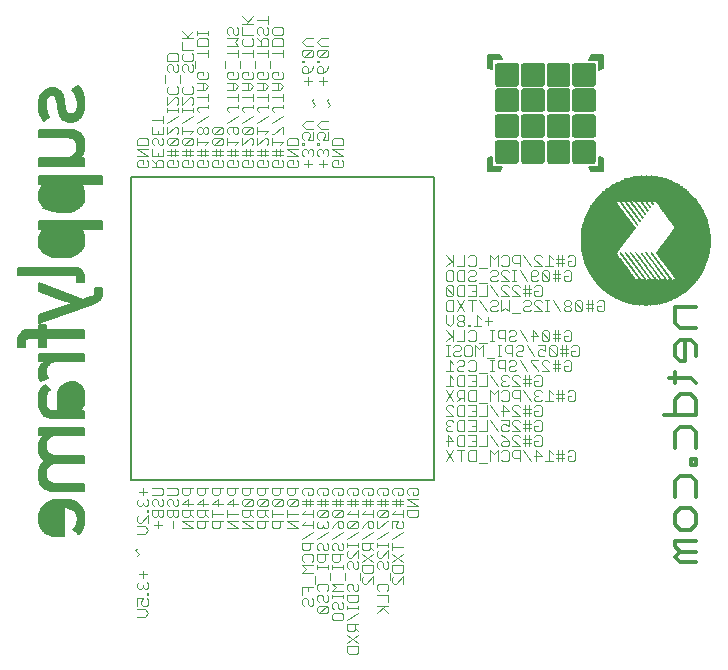
<source format=gbo>
G75*
%MOIN*%
%OFA0B0*%
%FSLAX25Y25*%
%IPPOS*%
%LPD*%
%AMOC8*
5,1,8,0,0,1.08239X$1,22.5*
%
%ADD10C,0.00500*%
%ADD11R,0.00100X0.03200*%
%ADD12R,0.00100X0.04800*%
%ADD13R,0.00100X0.06800*%
%ADD14R,0.00100X0.07700*%
%ADD15R,0.00100X0.08600*%
%ADD16R,0.00100X0.09800*%
%ADD17R,0.00100X0.10500*%
%ADD18R,0.00100X0.11600*%
%ADD19R,0.00100X0.12100*%
%ADD20R,0.00100X0.12600*%
%ADD21R,0.00100X0.13500*%
%ADD22R,0.00100X0.13900*%
%ADD23R,0.00100X0.14800*%
%ADD24R,0.00100X0.15300*%
%ADD25R,0.00100X0.15500*%
%ADD26R,0.00100X0.16300*%
%ADD27R,0.00100X0.16600*%
%ADD28R,0.00100X0.17000*%
%ADD29R,0.00100X0.17600*%
%ADD30R,0.00100X0.18000*%
%ADD31R,0.00100X0.18600*%
%ADD32R,0.00100X0.18800*%
%ADD33R,0.00100X0.19200*%
%ADD34R,0.00100X0.19700*%
%ADD35R,0.00100X0.20000*%
%ADD36R,0.00100X0.20400*%
%ADD37R,0.00100X0.20800*%
%ADD38R,0.00100X0.21200*%
%ADD39R,0.00100X0.21600*%
%ADD40R,0.00100X0.21800*%
%ADD41R,0.00100X0.22200*%
%ADD42R,0.00100X0.22600*%
%ADD43R,0.00100X0.22800*%
%ADD44R,0.00100X0.23200*%
%ADD45R,0.00100X0.23500*%
%ADD46R,0.00100X0.23800*%
%ADD47R,0.00100X0.24200*%
%ADD48R,0.00100X0.24400*%
%ADD49R,0.00100X0.24600*%
%ADD50R,0.00100X0.25000*%
%ADD51R,0.00100X0.25200*%
%ADD52R,0.00100X0.25600*%
%ADD53R,0.00100X0.25800*%
%ADD54R,0.00100X0.26000*%
%ADD55R,0.00100X0.26400*%
%ADD56R,0.00100X0.26600*%
%ADD57R,0.00100X0.26800*%
%ADD58R,0.00100X0.27100*%
%ADD59R,0.00100X0.27400*%
%ADD60R,0.00100X0.27600*%
%ADD61R,0.00100X0.27900*%
%ADD62R,0.00100X0.28000*%
%ADD63R,0.00100X0.28400*%
%ADD64R,0.00100X0.28600*%
%ADD65R,0.00100X0.28800*%
%ADD66R,0.00100X0.29000*%
%ADD67R,0.00100X0.29200*%
%ADD68R,0.00100X0.29600*%
%ADD69R,0.00100X0.29800*%
%ADD70R,0.00100X0.30000*%
%ADD71R,0.00100X0.30200*%
%ADD72R,0.00100X0.30400*%
%ADD73R,0.00100X0.30600*%
%ADD74R,0.00100X0.30800*%
%ADD75R,0.00100X0.31200*%
%ADD76R,0.00100X0.31400*%
%ADD77R,0.00100X0.31600*%
%ADD78R,0.00100X0.31800*%
%ADD79R,0.00100X0.32000*%
%ADD80R,0.00100X0.32200*%
%ADD81R,0.00100X0.32400*%
%ADD82R,0.00100X0.32700*%
%ADD83R,0.00100X0.32800*%
%ADD84R,0.00100X0.33200*%
%ADD85R,0.00100X0.33500*%
%ADD86R,0.00100X0.33600*%
%ADD87R,0.00100X0.33800*%
%ADD88R,0.00100X0.33900*%
%ADD89R,0.00100X0.34000*%
%ADD90R,0.00100X0.34300*%
%ADD91R,0.00100X0.34400*%
%ADD92R,0.00100X0.34500*%
%ADD93R,0.00100X0.34800*%
%ADD94R,0.00100X0.35000*%
%ADD95R,0.00100X0.35200*%
%ADD96R,0.00100X0.35300*%
%ADD97R,0.00100X0.35400*%
%ADD98R,0.00100X0.35600*%
%ADD99R,0.00100X0.35900*%
%ADD100R,0.00100X0.36000*%
%ADD101R,0.00100X0.36300*%
%ADD102R,0.00100X0.36400*%
%ADD103R,0.00100X0.36600*%
%ADD104R,0.00100X0.36800*%
%ADD105R,0.00100X0.36900*%
%ADD106R,0.00100X0.37000*%
%ADD107R,0.00100X0.37100*%
%ADD108R,0.00100X0.37200*%
%ADD109R,0.00100X0.37400*%
%ADD110R,0.00100X0.37500*%
%ADD111R,0.00100X0.37600*%
%ADD112R,0.00100X0.37900*%
%ADD113R,0.00100X0.38000*%
%ADD114R,0.00100X0.38200*%
%ADD115R,0.00100X0.38300*%
%ADD116R,0.00100X0.38400*%
%ADD117R,0.00100X0.38500*%
%ADD118R,0.00100X0.38600*%
%ADD119R,0.00100X0.06400*%
%ADD120R,0.00100X0.16800*%
%ADD121R,0.00100X0.15100*%
%ADD122R,0.00100X0.15000*%
%ADD123R,0.00100X0.14900*%
%ADD124R,0.00100X0.06500*%
%ADD125R,0.00100X0.16000*%
%ADD126R,0.00100X0.15800*%
%ADD127R,0.00100X0.06600*%
%ADD128R,0.00100X0.15400*%
%ADD129R,0.00100X0.14600*%
%ADD130R,0.00100X0.15200*%
%ADD131R,0.00100X0.14500*%
%ADD132R,0.00100X0.06700*%
%ADD133R,0.00100X0.14400*%
%ADD134R,0.00100X0.14300*%
%ADD135R,0.00100X0.14200*%
%ADD136R,0.00100X0.06900*%
%ADD137R,0.00100X0.13800*%
%ADD138R,0.00100X0.14000*%
%ADD139R,0.00100X0.07100*%
%ADD140R,0.00100X0.13700*%
%ADD141R,0.00100X0.07400*%
%ADD142R,0.00100X0.13300*%
%ADD143R,0.00100X0.07500*%
%ADD144R,0.00100X0.13000*%
%ADD145R,0.00100X0.12800*%
%ADD146R,0.00100X0.07900*%
%ADD147R,0.00100X0.12500*%
%ADD148R,0.00100X0.08000*%
%ADD149R,0.00100X0.12200*%
%ADD150R,0.00100X0.07200*%
%ADD151R,0.00100X0.00800*%
%ADD152R,0.00100X0.00600*%
%ADD153R,0.00100X0.11700*%
%ADD154R,0.00100X0.00700*%
%ADD155R,0.00100X0.11500*%
%ADD156R,0.00100X0.13200*%
%ADD157R,0.00100X0.07300*%
%ADD158R,0.00100X0.11100*%
%ADD159R,0.00100X0.13100*%
%ADD160R,0.00100X0.11000*%
%ADD161R,0.00100X0.10700*%
%ADD162R,0.00100X0.10400*%
%ADD163R,0.00100X0.10100*%
%ADD164R,0.00100X0.09900*%
%ADD165R,0.00100X0.09600*%
%ADD166R,0.00100X0.12700*%
%ADD167R,0.00100X0.07600*%
%ADD168R,0.00100X0.09400*%
%ADD169R,0.00100X0.07800*%
%ADD170R,0.00100X0.09100*%
%ADD171R,0.00100X0.12400*%
%ADD172R,0.00100X0.08900*%
%ADD173R,0.00100X0.08100*%
%ADD174R,0.00100X0.08500*%
%ADD175R,0.00100X0.08200*%
%ADD176R,0.00100X0.08300*%
%ADD177R,0.00100X0.11900*%
%ADD178R,0.00100X0.12000*%
%ADD179R,0.00100X0.11800*%
%ADD180R,0.00100X0.11300*%
%ADD181R,0.00100X0.06100*%
%ADD182R,0.00100X0.11200*%
%ADD183R,0.00100X0.05900*%
%ADD184R,0.00100X0.05600*%
%ADD185R,0.00100X0.05300*%
%ADD186R,0.00100X0.10900*%
%ADD187R,0.00100X0.05200*%
%ADD188R,0.00100X0.10600*%
%ADD189R,0.00100X0.04500*%
%ADD190R,0.00100X0.04400*%
%ADD191R,0.00100X0.04000*%
%ADD192R,0.00100X0.10300*%
%ADD193R,0.00100X0.08700*%
%ADD194R,0.00100X0.03700*%
%ADD195R,0.00100X0.10200*%
%ADD196R,0.00100X0.03400*%
%ADD197R,0.00100X0.10000*%
%ADD198R,0.00100X0.03000*%
%ADD199R,0.00100X0.02600*%
%ADD200R,0.00100X0.09700*%
%ADD201R,0.00100X0.02400*%
%ADD202R,0.00100X0.02200*%
%ADD203R,0.00100X0.09500*%
%ADD204R,0.00100X0.01800*%
%ADD205R,0.00100X0.01600*%
%ADD206R,0.00100X0.08400*%
%ADD207R,0.00100X0.01300*%
%ADD208R,0.00100X0.09200*%
%ADD209R,0.00100X0.01100*%
%ADD210R,0.00100X0.09000*%
%ADD211R,0.00100X0.08800*%
%ADD212R,0.00100X0.00300*%
%ADD213R,0.00100X0.00100*%
%ADD214R,0.00100X0.00400*%
%ADD215R,0.00100X0.00200*%
%ADD216R,0.00100X0.00500*%
%ADD217R,0.00100X0.09300*%
%ADD218R,0.00100X0.00900*%
%ADD219R,0.00100X0.01200*%
%ADD220R,0.00100X0.02000*%
%ADD221R,0.00100X0.02800*%
%ADD222R,0.00100X0.03100*%
%ADD223R,0.00100X0.03600*%
%ADD224R,0.00100X0.03800*%
%ADD225R,0.00100X0.04100*%
%ADD226R,0.00100X0.04600*%
%ADD227R,0.00100X0.10800*%
%ADD228R,0.00100X0.04900*%
%ADD229R,0.00100X0.05400*%
%ADD230R,0.00100X0.05800*%
%ADD231R,0.00100X0.06200*%
%ADD232R,0.00100X0.11400*%
%ADD233R,0.00100X0.12300*%
%ADD234R,0.00100X0.12900*%
%ADD235R,0.00100X0.13400*%
%ADD236R,0.00100X0.13600*%
%ADD237R,0.00100X0.14700*%
%ADD238R,0.00100X0.15600*%
%ADD239R,0.00100X0.16400*%
%ADD240R,0.00100X0.38700*%
%ADD241R,0.00100X0.38100*%
%ADD242R,0.00100X0.37800*%
%ADD243R,0.00100X0.35800*%
%ADD244R,0.00100X0.34700*%
%ADD245R,0.00100X0.34200*%
%ADD246R,0.00100X0.33700*%
%ADD247R,0.00100X0.33400*%
%ADD248R,0.00100X0.32600*%
%ADD249R,0.00100X0.32500*%
%ADD250R,0.00100X0.31000*%
%ADD251R,0.00100X0.29400*%
%ADD252R,0.00100X0.28700*%
%ADD253R,0.00100X0.28500*%
%ADD254R,0.00100X0.28200*%
%ADD255R,0.00100X0.26300*%
%ADD256R,0.00100X0.25400*%
%ADD257R,0.00100X0.24000*%
%ADD258R,0.00100X0.21400*%
%ADD259R,0.00100X0.20300*%
%ADD260R,0.00100X0.19600*%
%ADD261R,0.00100X0.18300*%
%ADD262R,0.00100X0.03300*%
%ADD263C,0.01200*%
%ADD264C,0.00300*%
D10*
X0100008Y0044811D02*
X0099583Y0045445D01*
X0099291Y0046166D01*
X0099004Y0046886D01*
X0098858Y0047658D01*
X0098858Y0049181D01*
X0098980Y0049902D01*
X0099232Y0050642D01*
X0099484Y0051386D01*
X0099906Y0052055D01*
X0100496Y0052658D01*
X0101087Y0053256D01*
X0101878Y0053748D01*
X0102870Y0054130D01*
X0103862Y0054508D01*
X0105087Y0054701D01*
X0108094Y0054701D01*
X0109358Y0054516D01*
X0110339Y0054146D01*
X0111319Y0053772D01*
X0112091Y0053288D01*
X0112654Y0052685D01*
X0113213Y0052083D01*
X0113598Y0051410D01*
X0113811Y0050658D01*
X0114020Y0049906D01*
X0114126Y0049150D01*
X0114126Y0047469D01*
X0113976Y0046567D01*
X0113681Y0045685D01*
X0113382Y0044803D01*
X0112898Y0044012D01*
X0112228Y0043307D01*
X0110457Y0044902D01*
X0110917Y0045406D01*
X0111272Y0045969D01*
X0111512Y0046599D01*
X0111752Y0047233D01*
X0111870Y0047788D01*
X0111870Y0048910D01*
X0111760Y0049473D01*
X0111539Y0049953D01*
X0111315Y0050433D01*
X0111008Y0050835D01*
X0110220Y0051473D01*
X0109764Y0051713D01*
X0108717Y0052036D01*
X0108161Y0052114D01*
X0107335Y0052114D01*
X0107335Y0042528D01*
X0104366Y0042528D01*
X0103441Y0042681D01*
X0102630Y0042996D01*
X0101819Y0043303D01*
X0101130Y0043729D01*
X0100571Y0044272D01*
X0100008Y0044811D01*
X0099947Y0044901D02*
X0107335Y0044901D01*
X0107335Y0044403D02*
X0100434Y0044403D01*
X0100949Y0043904D02*
X0107335Y0043904D01*
X0107335Y0043406D02*
X0101653Y0043406D01*
X0102859Y0042907D02*
X0107335Y0042907D01*
X0107335Y0045400D02*
X0099613Y0045400D01*
X0099399Y0045898D02*
X0107335Y0045898D01*
X0107335Y0046397D02*
X0099199Y0046397D01*
X0099002Y0046895D02*
X0107335Y0046895D01*
X0107335Y0047394D02*
X0098908Y0047394D01*
X0098858Y0047892D02*
X0107335Y0047892D01*
X0107335Y0048391D02*
X0098858Y0048391D01*
X0098858Y0048889D02*
X0107335Y0048889D01*
X0107335Y0049388D02*
X0098893Y0049388D01*
X0098978Y0049887D02*
X0107335Y0049887D01*
X0107335Y0050385D02*
X0099145Y0050385D01*
X0099314Y0050884D02*
X0107335Y0050884D01*
X0107335Y0051382D02*
X0099483Y0051382D01*
X0099795Y0051881D02*
X0107335Y0051881D01*
X0109220Y0051881D02*
X0113329Y0051881D01*
X0113606Y0051382D02*
X0110332Y0051382D01*
X0110948Y0050884D02*
X0113747Y0050884D01*
X0113887Y0050385D02*
X0111338Y0050385D01*
X0111570Y0049887D02*
X0114022Y0049887D01*
X0114093Y0049388D02*
X0111776Y0049388D01*
X0111870Y0048889D02*
X0114126Y0048889D01*
X0114126Y0048391D02*
X0111870Y0048391D01*
X0111870Y0047892D02*
X0114126Y0047892D01*
X0114114Y0047394D02*
X0111786Y0047394D01*
X0111624Y0046895D02*
X0114031Y0046895D01*
X0113919Y0046397D02*
X0111435Y0046397D01*
X0111227Y0045898D02*
X0113752Y0045898D01*
X0113584Y0045400D02*
X0110912Y0045400D01*
X0110457Y0044901D02*
X0113415Y0044901D01*
X0113137Y0044403D02*
X0111011Y0044403D01*
X0111565Y0043904D02*
X0112795Y0043904D01*
X0112322Y0043406D02*
X0112119Y0043406D01*
X0105260Y0045114D02*
X0103917Y0045174D01*
X0102906Y0045516D01*
X0102224Y0046134D01*
X0101543Y0046756D01*
X0101201Y0047579D01*
X0101201Y0049622D01*
X0101551Y0050441D01*
X0102953Y0051685D01*
X0103957Y0052036D01*
X0105260Y0052114D01*
X0105260Y0045114D01*
X0105260Y0045400D02*
X0103249Y0045400D01*
X0102484Y0045898D02*
X0105260Y0045898D01*
X0105260Y0046397D02*
X0101937Y0046397D01*
X0101485Y0046895D02*
X0105260Y0046895D01*
X0105260Y0047394D02*
X0101278Y0047394D01*
X0101201Y0047892D02*
X0105260Y0047892D01*
X0105260Y0048391D02*
X0101201Y0048391D01*
X0101201Y0048889D02*
X0105260Y0048889D01*
X0105260Y0049388D02*
X0101201Y0049388D01*
X0101314Y0049887D02*
X0105260Y0049887D01*
X0105260Y0050385D02*
X0101527Y0050385D01*
X0102049Y0050884D02*
X0105260Y0050884D01*
X0105260Y0051382D02*
X0102611Y0051382D01*
X0103512Y0051881D02*
X0105260Y0051881D01*
X0103508Y0054373D02*
X0109737Y0054373D01*
X0111050Y0053875D02*
X0102206Y0053875D01*
X0101279Y0053376D02*
X0111950Y0053376D01*
X0112474Y0052878D02*
X0100713Y0052878D01*
X0100223Y0052379D02*
X0112938Y0052379D01*
X0113945Y0057583D02*
X0103205Y0057583D01*
X0102472Y0057713D01*
X0101831Y0057977D01*
X0101189Y0058237D01*
X0100657Y0058595D01*
X0100224Y0059059D01*
X0099795Y0059520D01*
X0099465Y0060059D01*
X0099232Y0060681D01*
X0099004Y0061300D01*
X0098886Y0061973D01*
X0098886Y0063674D01*
X0099051Y0064563D01*
X0099713Y0066146D01*
X0100260Y0066890D01*
X0101020Y0067595D01*
X0101000Y0067614D01*
X0101000Y0067622D01*
X0101020Y0067622D01*
X0100358Y0068142D01*
X0099839Y0068756D01*
X0099457Y0069457D01*
X0099079Y0070158D01*
X0098886Y0071020D01*
X0098886Y0072843D01*
X0099059Y0073607D01*
X0099398Y0074339D01*
X0099740Y0075071D01*
X0100228Y0075689D01*
X0100870Y0076189D01*
X0100870Y0076280D01*
X0099035Y0076280D01*
X0099035Y0078744D01*
X0113945Y0078744D01*
X0113945Y0076280D01*
X0103874Y0076280D01*
X0102965Y0075957D01*
X0102283Y0075311D01*
X0099929Y0075311D01*
X0099619Y0074812D02*
X0101754Y0074812D01*
X0101602Y0074670D02*
X0102283Y0075311D01*
X0102809Y0075809D02*
X0100382Y0075809D01*
X0099035Y0076308D02*
X0113945Y0076308D01*
X0113945Y0076806D02*
X0099035Y0076806D01*
X0099035Y0077305D02*
X0113945Y0077305D01*
X0113945Y0077803D02*
X0099035Y0077803D01*
X0099035Y0078302D02*
X0113945Y0078302D01*
X0113945Y0081961D02*
X0113945Y0084422D01*
X0112654Y0084422D01*
X0112622Y0084453D01*
X0113063Y0084737D01*
X0113425Y0085237D01*
X0113984Y0086677D01*
X0114126Y0087551D01*
X0114126Y0090272D01*
X0113709Y0091583D01*
X0112878Y0092492D01*
X0112047Y0093406D01*
X0110988Y0093859D01*
X0109126Y0093859D01*
X0108571Y0093760D01*
X0107508Y0093359D01*
X0107043Y0093063D01*
X0106240Y0092284D01*
X0105921Y0091792D01*
X0105681Y0091201D01*
X0105437Y0090611D01*
X0105319Y0089914D01*
X0105319Y0084422D01*
X0102815Y0084422D01*
X0102205Y0084693D01*
X0101803Y0085237D01*
X0101402Y0085776D01*
X0101201Y0086646D01*
X0101201Y0088792D01*
X0101315Y0089532D01*
X0101547Y0090075D01*
X0101776Y0090614D01*
X0102094Y0091055D01*
X0102492Y0091398D01*
X0100843Y0092957D01*
X0100201Y0092398D01*
X0099713Y0091677D01*
X0099382Y0090800D01*
X0099051Y0089918D01*
X0098886Y0088969D01*
X0098886Y0087150D01*
X0098961Y0086390D01*
X0099114Y0085658D01*
X0099264Y0084929D01*
X0099520Y0084292D01*
X0099878Y0083740D01*
X0100240Y0083193D01*
X0100732Y0082756D01*
X0101350Y0082437D01*
X0101972Y0082118D01*
X0102756Y0081961D01*
X0113945Y0081961D01*
X0113945Y0082290D02*
X0101638Y0082290D01*
X0100696Y0082788D02*
X0113945Y0082788D01*
X0113945Y0083287D02*
X0100178Y0083287D01*
X0099849Y0083785D02*
X0113945Y0083785D01*
X0113945Y0084284D02*
X0099525Y0084284D01*
X0099323Y0084782D02*
X0102139Y0084782D01*
X0101770Y0085281D02*
X0099192Y0085281D01*
X0099089Y0085779D02*
X0101401Y0085779D01*
X0101286Y0086278D02*
X0098984Y0086278D01*
X0098923Y0086776D02*
X0101201Y0086776D01*
X0101201Y0087275D02*
X0098886Y0087275D01*
X0098886Y0087773D02*
X0101201Y0087773D01*
X0101201Y0088272D02*
X0098886Y0088272D01*
X0098886Y0088770D02*
X0101201Y0088770D01*
X0101274Y0089269D02*
X0098938Y0089269D01*
X0099025Y0089767D02*
X0101416Y0089767D01*
X0101628Y0090266D02*
X0099182Y0090266D01*
X0099369Y0090764D02*
X0101884Y0090764D01*
X0102335Y0091263D02*
X0099556Y0091263D01*
X0099770Y0091761D02*
X0102108Y0091761D01*
X0101580Y0092260D02*
X0100107Y0092260D01*
X0100615Y0092758D02*
X0101053Y0092758D01*
X0100721Y0094753D02*
X0099209Y0094753D01*
X0099161Y0094863D02*
X0099319Y0094500D01*
X0099520Y0094221D01*
X0101894Y0095272D01*
X0101512Y0095855D01*
X0101323Y0096555D01*
X0101323Y0098359D01*
X0101622Y0099170D01*
X0102224Y0099811D01*
X0102823Y0100453D01*
X0103724Y0100772D01*
X0113945Y0100772D01*
X0113945Y0103237D01*
X0099035Y0103237D01*
X0099035Y0100772D01*
X0100929Y0100772D01*
X0100929Y0100654D01*
X0100169Y0100134D01*
X0099638Y0099551D01*
X0099339Y0098910D01*
X0099035Y0098268D01*
X0098886Y0097548D01*
X0098886Y0096225D01*
X0098941Y0095744D01*
X0099161Y0094863D01*
X0099064Y0095251D02*
X0101846Y0095251D01*
X0101581Y0095750D02*
X0098940Y0095750D01*
X0098886Y0096248D02*
X0101406Y0096248D01*
X0101323Y0096747D02*
X0098886Y0096747D01*
X0098886Y0097245D02*
X0101323Y0097245D01*
X0101323Y0097744D02*
X0098927Y0097744D01*
X0099030Y0098242D02*
X0101323Y0098242D01*
X0101464Y0098741D02*
X0099259Y0098741D01*
X0099492Y0099239D02*
X0101687Y0099239D01*
X0102155Y0099738D02*
X0099808Y0099738D01*
X0100318Y0100236D02*
X0102621Y0100236D01*
X0103619Y0100735D02*
X0100929Y0100735D01*
X0099035Y0101233D02*
X0113945Y0101233D01*
X0113945Y0101732D02*
X0099035Y0101732D01*
X0099035Y0102230D02*
X0113945Y0102230D01*
X0113945Y0102729D02*
X0099035Y0102729D01*
X0099035Y0103227D02*
X0113945Y0103227D01*
X0113945Y0108709D02*
X0113945Y0111174D01*
X0101201Y0111174D01*
X0101201Y0113008D01*
X0099035Y0113008D01*
X0099035Y0111174D01*
X0094579Y0111174D01*
X0093602Y0110803D01*
X0092961Y0110063D01*
X0092323Y0109319D01*
X0092004Y0108410D01*
X0092004Y0105551D01*
X0094260Y0105551D01*
X0094260Y0107748D01*
X0094449Y0108177D01*
X0094831Y0108390D01*
X0095209Y0108603D01*
X0095661Y0108709D01*
X0099035Y0108709D01*
X0099035Y0105551D01*
X0101201Y0105551D01*
X0101201Y0108709D01*
X0113945Y0108709D01*
X0113945Y0108711D02*
X0092110Y0108711D01*
X0092004Y0108212D02*
X0094511Y0108212D01*
X0094260Y0107714D02*
X0092004Y0107714D01*
X0092004Y0107215D02*
X0094260Y0107215D01*
X0094260Y0106717D02*
X0092004Y0106717D01*
X0092004Y0106218D02*
X0094260Y0106218D01*
X0094260Y0105720D02*
X0092004Y0105720D01*
X0092284Y0109209D02*
X0113945Y0109209D01*
X0113945Y0109708D02*
X0092656Y0109708D01*
X0093085Y0110206D02*
X0113945Y0110206D01*
X0113945Y0110705D02*
X0093517Y0110705D01*
X0099035Y0111203D02*
X0101201Y0111203D01*
X0101201Y0111702D02*
X0099035Y0111702D01*
X0099035Y0112200D02*
X0101201Y0112200D01*
X0101201Y0112699D02*
X0099035Y0112699D01*
X0099035Y0113666D02*
X0117102Y0120067D01*
X0117701Y0120288D01*
X0118193Y0120540D01*
X0118575Y0120819D01*
X0118953Y0121099D01*
X0119244Y0121410D01*
X0119445Y0121752D01*
X0119646Y0122091D01*
X0119780Y0122453D01*
X0119850Y0122835D01*
X0119921Y0123213D01*
X0119957Y0123607D01*
X0119957Y0125268D01*
X0117791Y0125268D01*
X0117791Y0123634D01*
X0117669Y0123280D01*
X0117189Y0122658D01*
X0116752Y0122394D01*
X0116110Y0122174D01*
X0113646Y0121359D01*
X0099035Y0126831D01*
X0099035Y0124095D01*
X0105799Y0121721D01*
X0110488Y0120189D01*
X0110488Y0120099D01*
X0105831Y0118563D01*
X0099035Y0116252D01*
X0099035Y0113666D01*
X0099035Y0113696D02*
X0099121Y0113696D01*
X0099035Y0114194D02*
X0100528Y0114194D01*
X0101935Y0114693D02*
X0099035Y0114693D01*
X0099035Y0115191D02*
X0103342Y0115191D01*
X0104749Y0115690D02*
X0099035Y0115690D01*
X0099035Y0116189D02*
X0106156Y0116189D01*
X0107562Y0116687D02*
X0100314Y0116687D01*
X0101780Y0117186D02*
X0108969Y0117186D01*
X0110376Y0117684D02*
X0103245Y0117684D01*
X0104711Y0118183D02*
X0111783Y0118183D01*
X0113190Y0118681D02*
X0106188Y0118681D01*
X0107700Y0119180D02*
X0114597Y0119180D01*
X0116004Y0119678D02*
X0109212Y0119678D01*
X0109001Y0120675D02*
X0118378Y0120675D01*
X0119023Y0121174D02*
X0107474Y0121174D01*
X0105948Y0121672D02*
X0112809Y0121672D01*
X0111478Y0122171D02*
X0104518Y0122171D01*
X0103097Y0122669D02*
X0110147Y0122669D01*
X0108816Y0123168D02*
X0101677Y0123168D01*
X0100257Y0123666D02*
X0107485Y0123666D01*
X0106154Y0124165D02*
X0099035Y0124165D01*
X0099035Y0124663D02*
X0104823Y0124663D01*
X0103492Y0125162D02*
X0099035Y0125162D01*
X0099035Y0125660D02*
X0102161Y0125660D01*
X0100830Y0126159D02*
X0099035Y0126159D01*
X0099035Y0126657D02*
X0099499Y0126657D01*
X0092126Y0129626D02*
X0111220Y0129626D01*
X0111689Y0129114D01*
X0111689Y0127370D01*
X0113945Y0127370D01*
X0113945Y0129504D01*
X0113689Y0130386D01*
X0113177Y0131067D01*
X0112669Y0131748D01*
X0111772Y0132091D01*
X0092126Y0132091D01*
X0092126Y0129626D01*
X0092126Y0129648D02*
X0113903Y0129648D01*
X0113945Y0129150D02*
X0111657Y0129150D01*
X0111689Y0128651D02*
X0113945Y0128651D01*
X0113945Y0128153D02*
X0111689Y0128153D01*
X0111689Y0127654D02*
X0113945Y0127654D01*
X0113758Y0130147D02*
X0092126Y0130147D01*
X0092126Y0130645D02*
X0113494Y0130645D01*
X0113120Y0131144D02*
X0092126Y0131144D01*
X0092126Y0131642D02*
X0112748Y0131642D01*
X0110142Y0135918D02*
X0109213Y0135756D01*
X0108280Y0135595D01*
X0107335Y0135516D01*
X0105449Y0135516D01*
X0104543Y0135591D01*
X0103650Y0135740D01*
X0102760Y0135890D01*
X0101957Y0136170D01*
X0101248Y0136567D01*
X0100535Y0136969D01*
X0099965Y0137516D01*
X0099531Y0138205D01*
X0099102Y0138898D01*
X0098886Y0139776D01*
X0098886Y0141575D01*
X0099028Y0142296D01*
X0099307Y0142985D01*
X0099587Y0143677D01*
X0100059Y0144311D01*
X0100720Y0144894D01*
X0100689Y0144985D01*
X0099035Y0144985D01*
X0099035Y0147449D01*
X0119898Y0147449D01*
X0119898Y0144985D01*
X0112642Y0144985D01*
X0112642Y0144922D01*
X0113154Y0144485D01*
X0113531Y0143957D01*
X0113768Y0143347D01*
X0114008Y0142733D01*
X0114126Y0142059D01*
X0114126Y0140154D01*
X0113898Y0139197D01*
X0113449Y0138445D01*
X0112996Y0137697D01*
X0112413Y0137099D01*
X0111689Y0136658D01*
X0110969Y0136217D01*
X0110142Y0135918D01*
X0110726Y0136129D02*
X0102073Y0136129D01*
X0101141Y0136627D02*
X0111639Y0136627D01*
X0112440Y0137126D02*
X0100371Y0137126D01*
X0099896Y0137624D02*
X0112925Y0137624D01*
X0113254Y0138123D02*
X0099583Y0138123D01*
X0099274Y0138622D02*
X0113554Y0138622D01*
X0113852Y0139120D02*
X0099048Y0139120D01*
X0098925Y0139619D02*
X0113998Y0139619D01*
X0114117Y0140117D02*
X0098886Y0140117D01*
X0098886Y0140616D02*
X0114126Y0140616D01*
X0114126Y0141114D02*
X0098886Y0141114D01*
X0098893Y0141613D02*
X0114126Y0141613D01*
X0114117Y0142111D02*
X0098991Y0142111D01*
X0099155Y0142610D02*
X0114029Y0142610D01*
X0113861Y0143108D02*
X0099357Y0143108D01*
X0099558Y0143607D02*
X0113667Y0143607D01*
X0113425Y0144105D02*
X0099905Y0144105D01*
X0100391Y0144604D02*
X0113014Y0144604D01*
X0111438Y0143108D02*
X0101692Y0143108D01*
X0101492Y0142839D02*
X0102177Y0143760D01*
X0102602Y0144118D01*
X0103114Y0144366D01*
X0103626Y0144618D01*
X0104189Y0144784D01*
X0104803Y0144863D01*
X0105417Y0144945D01*
X0105992Y0144985D01*
X0107098Y0144985D01*
X0107685Y0144949D01*
X0108913Y0144807D01*
X0109469Y0144658D01*
X0109972Y0144429D01*
X0110476Y0144197D01*
X0110886Y0143863D01*
X0111531Y0142981D01*
X0111689Y0142378D01*
X0111689Y0140835D01*
X0111535Y0140217D01*
X0111224Y0139756D01*
X0110913Y0139292D01*
X0110508Y0138941D01*
X0110016Y0138701D01*
X0109528Y0138461D01*
X0108972Y0138303D01*
X0108358Y0138221D01*
X0107748Y0138142D01*
X0107138Y0138103D01*
X0105953Y0138103D01*
X0105354Y0138130D01*
X0104744Y0138193D01*
X0104130Y0138252D01*
X0103567Y0138390D01*
X0103055Y0138614D01*
X0102543Y0138835D01*
X0101480Y0140071D01*
X0101323Y0140685D01*
X0101323Y0142229D01*
X0101492Y0142839D01*
X0101429Y0142610D02*
X0111628Y0142610D01*
X0111689Y0142111D02*
X0101323Y0142111D01*
X0101323Y0141613D02*
X0111689Y0141613D01*
X0111689Y0141114D02*
X0101323Y0141114D01*
X0101341Y0140616D02*
X0111634Y0140616D01*
X0111468Y0140117D02*
X0101469Y0140117D01*
X0101870Y0139619D02*
X0111132Y0139619D01*
X0110715Y0139120D02*
X0102298Y0139120D01*
X0103039Y0138622D02*
X0109854Y0138622D01*
X0107453Y0138123D02*
X0105511Y0138123D01*
X0104307Y0135630D02*
X0108486Y0135630D01*
X0111073Y0143607D02*
X0102063Y0143607D01*
X0102587Y0144105D02*
X0110589Y0144105D01*
X0109588Y0144604D02*
X0103596Y0144604D01*
X0099035Y0145102D02*
X0119898Y0145102D01*
X0119898Y0145601D02*
X0099035Y0145601D01*
X0099035Y0146099D02*
X0119898Y0146099D01*
X0119898Y0146598D02*
X0099035Y0146598D01*
X0099035Y0147096D02*
X0119898Y0147096D01*
X0112996Y0152693D02*
X0113449Y0153441D01*
X0113898Y0154193D01*
X0114126Y0155154D01*
X0114126Y0157055D01*
X0114008Y0157733D01*
X0113768Y0158343D01*
X0113531Y0158953D01*
X0113154Y0159481D01*
X0112642Y0159922D01*
X0112642Y0159981D01*
X0119898Y0159981D01*
X0119898Y0162445D01*
X0099035Y0162445D01*
X0099035Y0159981D01*
X0100689Y0159981D01*
X0100720Y0159890D01*
X0100059Y0159307D01*
X0099587Y0158674D01*
X0099307Y0157981D01*
X0099028Y0157292D01*
X0098886Y0156575D01*
X0098886Y0154772D01*
X0100535Y0151965D01*
X0101248Y0151563D01*
X0105449Y0150512D01*
X0107335Y0150512D01*
X0108280Y0150595D01*
X0109213Y0150752D01*
X0110142Y0150914D01*
X0110969Y0151217D01*
X0111689Y0151654D01*
X0112413Y0152095D01*
X0112996Y0152693D01*
X0112886Y0152580D02*
X0100174Y0152580D01*
X0099881Y0153078D02*
X0113229Y0153078D01*
X0113530Y0153577D02*
X0099588Y0153577D01*
X0099295Y0154075D02*
X0113827Y0154075D01*
X0113988Y0154574D02*
X0099002Y0154574D01*
X0098886Y0155072D02*
X0114107Y0155072D01*
X0114126Y0155571D02*
X0098886Y0155571D01*
X0098886Y0156069D02*
X0114126Y0156069D01*
X0114126Y0156568D02*
X0098886Y0156568D01*
X0098983Y0157066D02*
X0114124Y0157066D01*
X0114037Y0157565D02*
X0099138Y0157565D01*
X0099341Y0158063D02*
X0113878Y0158063D01*
X0113683Y0158562D02*
X0099542Y0158562D01*
X0099875Y0159060D02*
X0113455Y0159060D01*
X0113063Y0159559D02*
X0100345Y0159559D01*
X0099035Y0160058D02*
X0119898Y0160058D01*
X0119898Y0160556D02*
X0099035Y0160556D01*
X0099035Y0161055D02*
X0119898Y0161055D01*
X0119898Y0161553D02*
X0099035Y0161553D01*
X0099035Y0162052D02*
X0119898Y0162052D01*
X0113945Y0166083D02*
X0113945Y0168548D01*
X0112264Y0168548D01*
X0112264Y0168638D01*
X0112906Y0169138D01*
X0113374Y0169752D01*
X0113972Y0171217D01*
X0114126Y0171961D01*
X0114126Y0173485D01*
X0114031Y0174185D01*
X0113839Y0174827D01*
X0113650Y0175469D01*
X0113343Y0176016D01*
X0112925Y0176465D01*
X0112504Y0176918D01*
X0111961Y0177268D01*
X0111299Y0177516D01*
X0110638Y0177768D01*
X0109846Y0177894D01*
X0099035Y0177894D01*
X0099035Y0175429D01*
X0108634Y0175429D01*
X0109197Y0175378D01*
X0109677Y0175280D01*
X0110157Y0175177D01*
X0110551Y0174996D01*
X0110866Y0174737D01*
X0111173Y0174477D01*
X0111406Y0174126D01*
X0111705Y0173244D01*
X0111780Y0172685D01*
X0111780Y0171020D01*
X0111433Y0170201D01*
X0110744Y0169540D01*
X0110051Y0168878D01*
X0109134Y0168548D01*
X0099035Y0168548D01*
X0099035Y0166083D01*
X0113945Y0166083D01*
X0113945Y0166538D02*
X0099035Y0166538D01*
X0099035Y0167037D02*
X0113945Y0167037D01*
X0113945Y0167535D02*
X0099035Y0167535D01*
X0099035Y0168034D02*
X0113945Y0168034D01*
X0113945Y0168532D02*
X0099035Y0168532D01*
X0110211Y0169031D02*
X0112768Y0169031D01*
X0113204Y0169529D02*
X0110733Y0169529D01*
X0111252Y0170028D02*
X0113487Y0170028D01*
X0113690Y0170526D02*
X0111571Y0170526D01*
X0111780Y0171025D02*
X0113894Y0171025D01*
X0114036Y0171523D02*
X0111780Y0171523D01*
X0111780Y0172022D02*
X0114126Y0172022D01*
X0114126Y0172520D02*
X0111780Y0172520D01*
X0111735Y0173019D02*
X0114126Y0173019D01*
X0114122Y0173517D02*
X0111612Y0173517D01*
X0111443Y0174016D02*
X0114054Y0174016D01*
X0113933Y0174514D02*
X0111129Y0174514D01*
X0110515Y0175013D02*
X0113784Y0175013D01*
X0113626Y0175511D02*
X0099035Y0175511D01*
X0099035Y0176010D02*
X0113346Y0176010D01*
X0112885Y0176508D02*
X0099035Y0176508D01*
X0099035Y0177007D02*
X0112366Y0177007D01*
X0111328Y0177505D02*
X0099035Y0177505D01*
X0100488Y0181079D02*
X0102465Y0182402D01*
X0102063Y0182981D01*
X0101744Y0183591D01*
X0101500Y0184233D01*
X0101260Y0184874D01*
X0101142Y0185599D01*
X0101142Y0187359D01*
X0101343Y0188107D01*
X0102146Y0189170D01*
X0102677Y0189433D01*
X0104024Y0189433D01*
X0104500Y0189091D01*
X0104772Y0188414D01*
X0105043Y0187733D01*
X0105248Y0186709D01*
X0105390Y0185347D01*
X0105449Y0184827D01*
X0105555Y0184284D01*
X0105705Y0183725D01*
X0105854Y0183162D01*
X0106087Y0182658D01*
X0106398Y0182205D01*
X0106709Y0181756D01*
X0107122Y0181386D01*
X0108146Y0180803D01*
X0108772Y0180658D01*
X0110220Y0180658D01*
X0110850Y0180803D01*
X0111976Y0181386D01*
X0112457Y0181792D01*
X0112862Y0182311D01*
X0113260Y0182831D01*
X0113575Y0183449D01*
X0113795Y0184158D01*
X0114012Y0184870D01*
X0114126Y0185658D01*
X0114126Y0187599D01*
X0113953Y0188681D01*
X0113606Y0189764D01*
X0113264Y0190847D01*
X0112705Y0191839D01*
X0111933Y0192740D01*
X0110035Y0191237D01*
X0110638Y0190536D01*
X0111094Y0189800D01*
X0111717Y0188256D01*
X0111870Y0187382D01*
X0111870Y0185496D01*
X0111681Y0184725D01*
X0111299Y0184083D01*
X0110921Y0183445D01*
X0110343Y0183122D01*
X0108803Y0183122D01*
X0108287Y0183437D01*
X0108016Y0184071D01*
X0107748Y0184701D01*
X0107563Y0185524D01*
X0107465Y0186548D01*
X0107402Y0187130D01*
X0107319Y0187733D01*
X0107209Y0188351D01*
X0107098Y0188973D01*
X0106906Y0189544D01*
X0106626Y0190063D01*
X0106343Y0190587D01*
X0105949Y0191012D01*
X0105437Y0191343D01*
X0104929Y0191674D01*
X0104256Y0191839D01*
X0102717Y0191839D01*
X0102087Y0191693D01*
X0101528Y0191402D01*
X0100965Y0191111D01*
X0100492Y0190717D01*
X0100102Y0190213D01*
X0099713Y0189713D01*
X0099413Y0189134D01*
X0099201Y0188473D01*
X0098992Y0187811D01*
X0098886Y0187118D01*
X0098886Y0185256D01*
X0099024Y0184260D01*
X0099303Y0183406D01*
X0099579Y0182555D01*
X0099972Y0181780D01*
X0100488Y0181079D01*
X0100183Y0181493D02*
X0101107Y0181493D01*
X0101852Y0181992D02*
X0099865Y0181992D01*
X0099612Y0182491D02*
X0102403Y0182491D01*
X0102059Y0182989D02*
X0099438Y0182989D01*
X0099276Y0183488D02*
X0101798Y0183488D01*
X0101594Y0183986D02*
X0099113Y0183986D01*
X0098993Y0184485D02*
X0101406Y0184485D01*
X0101242Y0184983D02*
X0098924Y0184983D01*
X0098886Y0185482D02*
X0101161Y0185482D01*
X0101142Y0185980D02*
X0098886Y0185980D01*
X0098886Y0186479D02*
X0101142Y0186479D01*
X0101142Y0186977D02*
X0098886Y0186977D01*
X0098941Y0187476D02*
X0101173Y0187476D01*
X0101307Y0187974D02*
X0099043Y0187974D01*
X0099201Y0188473D02*
X0101619Y0188473D01*
X0101996Y0188971D02*
X0099361Y0188971D01*
X0099587Y0189470D02*
X0106930Y0189470D01*
X0107099Y0188971D02*
X0104548Y0188971D01*
X0104748Y0188473D02*
X0107187Y0188473D01*
X0107276Y0187974D02*
X0104947Y0187974D01*
X0105095Y0187476D02*
X0107354Y0187476D01*
X0107418Y0186977D02*
X0105194Y0186977D01*
X0105272Y0186479D02*
X0107471Y0186479D01*
X0107519Y0185980D02*
X0105324Y0185980D01*
X0105376Y0185482D02*
X0107573Y0185482D01*
X0107685Y0184983D02*
X0105431Y0184983D01*
X0105516Y0184485D02*
X0107840Y0184485D01*
X0108052Y0183986D02*
X0105635Y0183986D01*
X0105768Y0183488D02*
X0108266Y0183488D01*
X0106545Y0181992D02*
X0112613Y0181992D01*
X0112999Y0182491D02*
X0106202Y0182491D01*
X0105934Y0182989D02*
X0113340Y0182989D01*
X0113587Y0183488D02*
X0110946Y0183488D01*
X0111242Y0183986D02*
X0113742Y0183986D01*
X0113895Y0184485D02*
X0111538Y0184485D01*
X0111744Y0184983D02*
X0114028Y0184983D01*
X0114100Y0185482D02*
X0111866Y0185482D01*
X0111870Y0185980D02*
X0114126Y0185980D01*
X0114126Y0186479D02*
X0111870Y0186479D01*
X0111870Y0186977D02*
X0114126Y0186977D01*
X0114126Y0187476D02*
X0111854Y0187476D01*
X0111766Y0187974D02*
X0114066Y0187974D01*
X0113986Y0188473D02*
X0111629Y0188473D01*
X0111428Y0188971D02*
X0113860Y0188971D01*
X0113701Y0189470D02*
X0111227Y0189470D01*
X0110990Y0189968D02*
X0113542Y0189968D01*
X0113384Y0190467D02*
X0110681Y0190467D01*
X0110269Y0190965D02*
X0113197Y0190965D01*
X0112916Y0191464D02*
X0110322Y0191464D01*
X0110951Y0191962D02*
X0112599Y0191962D01*
X0112172Y0192461D02*
X0111580Y0192461D01*
X0106677Y0189968D02*
X0099912Y0189968D01*
X0100299Y0190467D02*
X0106408Y0190467D01*
X0105992Y0190965D02*
X0100790Y0190965D01*
X0101646Y0191464D02*
X0105251Y0191464D01*
X0107002Y0181493D02*
X0112104Y0181493D01*
X0111220Y0180995D02*
X0107809Y0180995D01*
X0129672Y0162178D02*
X0129672Y0061378D01*
X0230472Y0061378D01*
X0230472Y0162178D01*
X0129672Y0162178D01*
X0112391Y0152081D02*
X0100467Y0152081D01*
X0101213Y0151583D02*
X0111572Y0151583D01*
X0110607Y0151084D02*
X0103162Y0151084D01*
X0105154Y0150586D02*
X0108177Y0150586D01*
X0117791Y0125162D02*
X0119957Y0125162D01*
X0119957Y0124663D02*
X0117791Y0124663D01*
X0117791Y0124165D02*
X0119957Y0124165D01*
X0119957Y0123666D02*
X0117791Y0123666D01*
X0117583Y0123168D02*
X0119913Y0123168D01*
X0119820Y0122669D02*
X0117198Y0122669D01*
X0116102Y0122171D02*
X0119675Y0122171D01*
X0119398Y0121672D02*
X0114594Y0121672D01*
X0117399Y0120177D02*
X0110488Y0120177D01*
X0101201Y0108212D02*
X0099035Y0108212D01*
X0099035Y0107714D02*
X0101201Y0107714D01*
X0101201Y0107215D02*
X0099035Y0107215D01*
X0099035Y0106717D02*
X0101201Y0106717D01*
X0101201Y0106218D02*
X0099035Y0106218D01*
X0099035Y0105720D02*
X0101201Y0105720D01*
X0099595Y0094254D02*
X0099496Y0094254D01*
X0105909Y0091761D02*
X0113546Y0091761D01*
X0113811Y0091263D02*
X0105706Y0091263D01*
X0105501Y0090764D02*
X0113969Y0090764D01*
X0114126Y0090266D02*
X0105379Y0090266D01*
X0105319Y0089767D02*
X0114126Y0089767D01*
X0114126Y0089269D02*
X0105319Y0089269D01*
X0105319Y0088770D02*
X0114126Y0088770D01*
X0114126Y0088272D02*
X0105319Y0088272D01*
X0105319Y0087773D02*
X0114126Y0087773D01*
X0114081Y0087275D02*
X0105319Y0087275D01*
X0105319Y0086776D02*
X0114000Y0086776D01*
X0113829Y0086278D02*
X0105319Y0086278D01*
X0105319Y0085779D02*
X0113636Y0085779D01*
X0113442Y0085281D02*
X0105319Y0085281D01*
X0105319Y0084782D02*
X0113096Y0084782D01*
X0111406Y0085779D02*
X0107362Y0085779D01*
X0107362Y0085281D02*
X0111116Y0085281D01*
X0111106Y0085264D02*
X0110823Y0084977D01*
X0110472Y0084756D01*
X0110122Y0084532D01*
X0109665Y0084422D01*
X0107362Y0084422D01*
X0107362Y0089473D01*
X0107555Y0090213D01*
X0107933Y0090737D01*
X0108315Y0091256D01*
X0108854Y0091516D01*
X0110260Y0091516D01*
X0110819Y0091252D01*
X0111661Y0090189D01*
X0111870Y0089374D01*
X0111870Y0087792D01*
X0111831Y0087319D01*
X0111752Y0086859D01*
X0111669Y0086398D01*
X0111528Y0085985D01*
X0111315Y0085626D01*
X0111106Y0085264D01*
X0110514Y0084782D02*
X0107362Y0084782D01*
X0107362Y0086278D02*
X0111628Y0086278D01*
X0111737Y0086776D02*
X0107362Y0086776D01*
X0107362Y0087275D02*
X0111823Y0087275D01*
X0111869Y0087773D02*
X0107362Y0087773D01*
X0107362Y0088272D02*
X0111870Y0088272D01*
X0111870Y0088770D02*
X0107362Y0088770D01*
X0107362Y0089269D02*
X0111870Y0089269D01*
X0111769Y0089767D02*
X0107439Y0089767D01*
X0107593Y0090266D02*
X0111601Y0090266D01*
X0111206Y0090764D02*
X0107954Y0090764D01*
X0108329Y0091263D02*
X0110796Y0091263D01*
X0112636Y0092758D02*
X0106729Y0092758D01*
X0106225Y0092260D02*
X0113090Y0092260D01*
X0112183Y0093257D02*
X0107348Y0093257D01*
X0108559Y0093755D02*
X0111229Y0093755D01*
X0101602Y0074670D02*
X0101260Y0073843D01*
X0101260Y0071551D01*
X0101602Y0070654D01*
X0102965Y0069646D01*
X0103874Y0069394D01*
X0113945Y0069394D01*
X0113945Y0066933D01*
X0103874Y0066933D01*
X0102965Y0066611D01*
X0102283Y0065965D01*
X0101602Y0065323D01*
X0101260Y0064496D01*
X0101260Y0062201D01*
X0101602Y0061307D01*
X0102965Y0060300D01*
X0103874Y0060048D01*
X0113945Y0060048D01*
X0113945Y0057583D01*
X0113945Y0057863D02*
X0102108Y0057863D01*
X0101004Y0058361D02*
X0113945Y0058361D01*
X0113945Y0058860D02*
X0100411Y0058860D01*
X0099946Y0059358D02*
X0113945Y0059358D01*
X0113945Y0059857D02*
X0099589Y0059857D01*
X0099354Y0060355D02*
X0102889Y0060355D01*
X0102215Y0060854D02*
X0099169Y0060854D01*
X0098995Y0061352D02*
X0101585Y0061352D01*
X0101394Y0061851D02*
X0098907Y0061851D01*
X0098886Y0062349D02*
X0101260Y0062349D01*
X0101260Y0062848D02*
X0098886Y0062848D01*
X0098886Y0063346D02*
X0101260Y0063346D01*
X0101260Y0063845D02*
X0098918Y0063845D01*
X0099010Y0064343D02*
X0101260Y0064343D01*
X0101403Y0064842D02*
X0099168Y0064842D01*
X0099376Y0065340D02*
X0101621Y0065340D01*
X0102150Y0065839D02*
X0099584Y0065839D01*
X0099853Y0066337D02*
X0102676Y0066337D01*
X0103599Y0066836D02*
X0100220Y0066836D01*
X0100739Y0067334D02*
X0113945Y0067334D01*
X0113945Y0067833D02*
X0100752Y0067833D01*
X0100198Y0068331D02*
X0113945Y0068331D01*
X0113945Y0068830D02*
X0099798Y0068830D01*
X0099527Y0069328D02*
X0113945Y0069328D01*
X0102720Y0069827D02*
X0099257Y0069827D01*
X0099041Y0070325D02*
X0102046Y0070325D01*
X0101537Y0070824D02*
X0098930Y0070824D01*
X0098886Y0071322D02*
X0101347Y0071322D01*
X0101260Y0071821D02*
X0098886Y0071821D01*
X0098886Y0072320D02*
X0101260Y0072320D01*
X0101260Y0072818D02*
X0098886Y0072818D01*
X0098993Y0073317D02*
X0101260Y0073317D01*
X0101260Y0073815D02*
X0099155Y0073815D01*
X0099386Y0074314D02*
X0101455Y0074314D01*
X0248492Y0164225D02*
X0252787Y0164225D01*
X0252776Y0164634D01*
X0253236Y0165658D01*
X0249925Y0165658D01*
X0249925Y0168969D01*
X0248906Y0168508D01*
X0248492Y0168520D01*
X0248492Y0164225D01*
X0248492Y0164544D02*
X0252778Y0164544D01*
X0252959Y0165043D02*
X0248492Y0165043D01*
X0248492Y0165541D02*
X0253184Y0165541D01*
X0251720Y0166992D02*
X0258028Y0166992D01*
X0258303Y0167272D01*
X0258583Y0167548D01*
X0258583Y0173878D01*
X0258303Y0174087D01*
X0258028Y0174296D01*
X0251720Y0174296D01*
X0251303Y0173878D01*
X0251303Y0167481D01*
X0251720Y0166992D01*
X0251683Y0167037D02*
X0258071Y0167037D01*
X0258570Y0167535D02*
X0251303Y0167535D01*
X0251303Y0168034D02*
X0258583Y0168034D01*
X0258583Y0168532D02*
X0251303Y0168532D01*
X0251303Y0169031D02*
X0258583Y0169031D01*
X0258583Y0169529D02*
X0251303Y0169529D01*
X0251303Y0170028D02*
X0258583Y0170028D01*
X0258583Y0170526D02*
X0251303Y0170526D01*
X0251303Y0171025D02*
X0258583Y0171025D01*
X0258583Y0171523D02*
X0251303Y0171523D01*
X0251303Y0172022D02*
X0258583Y0172022D01*
X0258583Y0172520D02*
X0251303Y0172520D01*
X0251303Y0173019D02*
X0258583Y0173019D01*
X0258583Y0173517D02*
X0251303Y0173517D01*
X0251441Y0174016D02*
X0258398Y0174016D01*
X0259890Y0173878D02*
X0259890Y0167481D01*
X0260307Y0166992D01*
X0266614Y0166992D01*
X0266890Y0167272D01*
X0267169Y0167548D01*
X0267169Y0173878D01*
X0266890Y0174087D01*
X0266614Y0174296D01*
X0260307Y0174296D01*
X0259890Y0173878D01*
X0260027Y0174016D02*
X0266985Y0174016D01*
X0267169Y0173517D02*
X0259890Y0173517D01*
X0259890Y0173019D02*
X0267169Y0173019D01*
X0267169Y0172520D02*
X0259890Y0172520D01*
X0259890Y0172022D02*
X0267169Y0172022D01*
X0267169Y0171523D02*
X0259890Y0171523D01*
X0259890Y0171025D02*
X0267169Y0171025D01*
X0267169Y0170526D02*
X0259890Y0170526D01*
X0259890Y0170028D02*
X0267169Y0170028D01*
X0267169Y0169529D02*
X0259890Y0169529D01*
X0259890Y0169031D02*
X0267169Y0169031D01*
X0267169Y0168532D02*
X0259890Y0168532D01*
X0259890Y0168034D02*
X0267169Y0168034D01*
X0267157Y0167535D02*
X0259890Y0167535D01*
X0260269Y0167037D02*
X0266658Y0167037D01*
X0268476Y0167481D02*
X0268476Y0173878D01*
X0268894Y0174296D01*
X0275201Y0174296D01*
X0275476Y0174087D01*
X0275756Y0173878D01*
X0275756Y0167548D01*
X0275476Y0167272D01*
X0275201Y0166992D01*
X0268894Y0166992D01*
X0268476Y0167481D01*
X0268476Y0167535D02*
X0275743Y0167535D01*
X0275756Y0168034D02*
X0268476Y0168034D01*
X0268476Y0168532D02*
X0275756Y0168532D01*
X0275756Y0169031D02*
X0268476Y0169031D01*
X0268476Y0169529D02*
X0275756Y0169529D01*
X0275756Y0170028D02*
X0268476Y0170028D01*
X0268476Y0170526D02*
X0275756Y0170526D01*
X0275756Y0171025D02*
X0268476Y0171025D01*
X0268476Y0171523D02*
X0275756Y0171523D01*
X0275756Y0172022D02*
X0268476Y0172022D01*
X0268476Y0172520D02*
X0275756Y0172520D01*
X0275756Y0173019D02*
X0268476Y0173019D01*
X0268476Y0173517D02*
X0275756Y0173517D01*
X0275572Y0174016D02*
X0268614Y0174016D01*
X0268894Y0175579D02*
X0275201Y0175579D01*
X0275476Y0175859D01*
X0275756Y0176134D01*
X0275756Y0182465D01*
X0275476Y0182674D01*
X0275201Y0182882D01*
X0268894Y0182882D01*
X0268476Y0182465D01*
X0268476Y0176067D01*
X0268894Y0175579D01*
X0268525Y0176010D02*
X0275630Y0176010D01*
X0275756Y0176508D02*
X0268476Y0176508D01*
X0268476Y0177007D02*
X0275756Y0177007D01*
X0275756Y0177505D02*
X0268476Y0177505D01*
X0268476Y0178004D02*
X0275756Y0178004D01*
X0275756Y0178502D02*
X0268476Y0178502D01*
X0268476Y0179001D02*
X0275756Y0179001D01*
X0275756Y0179499D02*
X0268476Y0179499D01*
X0268476Y0179998D02*
X0275756Y0179998D01*
X0275756Y0180496D02*
X0268476Y0180496D01*
X0268476Y0180995D02*
X0275756Y0180995D01*
X0275756Y0181493D02*
X0268476Y0181493D01*
X0268476Y0181992D02*
X0275756Y0181992D01*
X0275722Y0182491D02*
X0268502Y0182491D01*
X0267169Y0182465D02*
X0266890Y0182674D01*
X0266614Y0182882D01*
X0260307Y0182882D01*
X0259890Y0182465D01*
X0259890Y0176067D01*
X0260307Y0175579D01*
X0266614Y0175579D01*
X0266890Y0175859D01*
X0267169Y0176134D01*
X0267169Y0182465D01*
X0267135Y0182491D02*
X0259915Y0182491D01*
X0259890Y0181992D02*
X0267169Y0181992D01*
X0267169Y0181493D02*
X0259890Y0181493D01*
X0259890Y0180995D02*
X0267169Y0180995D01*
X0267169Y0180496D02*
X0259890Y0180496D01*
X0259890Y0179998D02*
X0267169Y0179998D01*
X0267169Y0179499D02*
X0259890Y0179499D01*
X0259890Y0179001D02*
X0267169Y0179001D01*
X0267169Y0178502D02*
X0259890Y0178502D01*
X0259890Y0178004D02*
X0267169Y0178004D01*
X0267169Y0177505D02*
X0259890Y0177505D01*
X0259890Y0177007D02*
X0267169Y0177007D01*
X0267169Y0176508D02*
X0259890Y0176508D01*
X0259939Y0176010D02*
X0267043Y0176010D01*
X0258583Y0176134D02*
X0258583Y0182465D01*
X0258303Y0182674D01*
X0258028Y0182882D01*
X0251720Y0182882D01*
X0251303Y0182465D01*
X0251303Y0176067D01*
X0251720Y0175579D01*
X0258028Y0175579D01*
X0258303Y0175859D01*
X0258583Y0176134D01*
X0258457Y0176010D02*
X0251352Y0176010D01*
X0251303Y0176508D02*
X0258583Y0176508D01*
X0258583Y0177007D02*
X0251303Y0177007D01*
X0251303Y0177505D02*
X0258583Y0177505D01*
X0258583Y0178004D02*
X0251303Y0178004D01*
X0251303Y0178502D02*
X0258583Y0178502D01*
X0258583Y0179001D02*
X0251303Y0179001D01*
X0251303Y0179499D02*
X0258583Y0179499D01*
X0258583Y0179998D02*
X0251303Y0179998D01*
X0251303Y0180496D02*
X0258583Y0180496D01*
X0258583Y0180995D02*
X0251303Y0180995D01*
X0251303Y0181493D02*
X0258583Y0181493D01*
X0258583Y0181992D02*
X0251303Y0181992D01*
X0251329Y0182491D02*
X0258548Y0182491D01*
X0258028Y0184166D02*
X0258303Y0184445D01*
X0258583Y0184725D01*
X0258583Y0191051D01*
X0258303Y0191260D01*
X0258028Y0191469D01*
X0251720Y0191469D01*
X0251303Y0191051D01*
X0251303Y0184654D01*
X0251720Y0184166D01*
X0258028Y0184166D01*
X0258343Y0184485D02*
X0251448Y0184485D01*
X0251303Y0184983D02*
X0258583Y0184983D01*
X0258583Y0185482D02*
X0251303Y0185482D01*
X0251303Y0185980D02*
X0258583Y0185980D01*
X0258583Y0186479D02*
X0251303Y0186479D01*
X0251303Y0186977D02*
X0258583Y0186977D01*
X0258583Y0187476D02*
X0251303Y0187476D01*
X0251303Y0187974D02*
X0258583Y0187974D01*
X0258583Y0188473D02*
X0251303Y0188473D01*
X0251303Y0188971D02*
X0258583Y0188971D01*
X0258583Y0189470D02*
X0251303Y0189470D01*
X0251303Y0189968D02*
X0258583Y0189968D01*
X0258583Y0190467D02*
X0251303Y0190467D01*
X0251303Y0190965D02*
X0258583Y0190965D01*
X0258034Y0191464D02*
X0251715Y0191464D01*
X0251720Y0192752D02*
X0258028Y0192752D01*
X0258303Y0193032D01*
X0258583Y0193311D01*
X0258583Y0199638D01*
X0258303Y0199847D01*
X0258028Y0200055D01*
X0251720Y0200055D01*
X0251303Y0199638D01*
X0251303Y0193240D01*
X0251720Y0192752D01*
X0251544Y0192959D02*
X0258232Y0192959D01*
X0258583Y0193458D02*
X0251303Y0193458D01*
X0251303Y0193956D02*
X0258583Y0193956D01*
X0258583Y0194455D02*
X0251303Y0194455D01*
X0251303Y0194953D02*
X0258583Y0194953D01*
X0258583Y0195452D02*
X0251303Y0195452D01*
X0251303Y0195950D02*
X0258583Y0195950D01*
X0258583Y0196449D02*
X0251303Y0196449D01*
X0251303Y0196947D02*
X0258583Y0196947D01*
X0258583Y0197446D02*
X0251303Y0197446D01*
X0251303Y0197944D02*
X0258583Y0197944D01*
X0258583Y0198443D02*
X0251303Y0198443D01*
X0251303Y0198941D02*
X0258583Y0198941D01*
X0258583Y0199440D02*
X0251303Y0199440D01*
X0251603Y0199938D02*
X0258182Y0199938D01*
X0259890Y0199638D02*
X0259890Y0193240D01*
X0260307Y0192752D01*
X0266614Y0192752D01*
X0266890Y0193032D01*
X0267169Y0193311D01*
X0267169Y0199638D01*
X0266890Y0199847D01*
X0266614Y0200055D01*
X0260307Y0200055D01*
X0259890Y0199638D01*
X0259890Y0199440D02*
X0267169Y0199440D01*
X0267169Y0198941D02*
X0259890Y0198941D01*
X0259890Y0198443D02*
X0267169Y0198443D01*
X0267169Y0197944D02*
X0259890Y0197944D01*
X0259890Y0197446D02*
X0267169Y0197446D01*
X0267169Y0196947D02*
X0259890Y0196947D01*
X0259890Y0196449D02*
X0267169Y0196449D01*
X0267169Y0195950D02*
X0259890Y0195950D01*
X0259890Y0195452D02*
X0267169Y0195452D01*
X0267169Y0194953D02*
X0259890Y0194953D01*
X0259890Y0194455D02*
X0267169Y0194455D01*
X0267169Y0193956D02*
X0259890Y0193956D01*
X0259890Y0193458D02*
X0267169Y0193458D01*
X0266818Y0192959D02*
X0260130Y0192959D01*
X0260307Y0191469D02*
X0259890Y0191051D01*
X0259890Y0184654D01*
X0260307Y0184166D01*
X0266614Y0184166D01*
X0266890Y0184445D01*
X0267169Y0184725D01*
X0267169Y0191051D01*
X0266890Y0191260D01*
X0266614Y0191469D01*
X0260307Y0191469D01*
X0260302Y0191464D02*
X0266621Y0191464D01*
X0267169Y0190965D02*
X0259890Y0190965D01*
X0259890Y0190467D02*
X0267169Y0190467D01*
X0267169Y0189968D02*
X0259890Y0189968D01*
X0259890Y0189470D02*
X0267169Y0189470D01*
X0267169Y0188971D02*
X0259890Y0188971D01*
X0259890Y0188473D02*
X0267169Y0188473D01*
X0267169Y0187974D02*
X0259890Y0187974D01*
X0259890Y0187476D02*
X0267169Y0187476D01*
X0267169Y0186977D02*
X0259890Y0186977D01*
X0259890Y0186479D02*
X0267169Y0186479D01*
X0267169Y0185980D02*
X0259890Y0185980D01*
X0259890Y0185482D02*
X0267169Y0185482D01*
X0267169Y0184983D02*
X0259890Y0184983D01*
X0260034Y0184485D02*
X0266929Y0184485D01*
X0268476Y0184654D02*
X0268476Y0191051D01*
X0268894Y0191469D01*
X0275201Y0191469D01*
X0275476Y0191260D01*
X0275756Y0191051D01*
X0275756Y0184725D01*
X0275476Y0184445D01*
X0275201Y0184166D01*
X0268894Y0184166D01*
X0268476Y0184654D01*
X0268621Y0184485D02*
X0275516Y0184485D01*
X0275756Y0184983D02*
X0268476Y0184983D01*
X0268476Y0185482D02*
X0275756Y0185482D01*
X0275756Y0185980D02*
X0268476Y0185980D01*
X0268476Y0186479D02*
X0275756Y0186479D01*
X0275756Y0186977D02*
X0268476Y0186977D01*
X0268476Y0187476D02*
X0275756Y0187476D01*
X0275756Y0187974D02*
X0268476Y0187974D01*
X0268476Y0188473D02*
X0275756Y0188473D01*
X0275756Y0188971D02*
X0268476Y0188971D01*
X0268476Y0189470D02*
X0275756Y0189470D01*
X0275756Y0189968D02*
X0268476Y0189968D01*
X0268476Y0190467D02*
X0275756Y0190467D01*
X0275756Y0190965D02*
X0268476Y0190965D01*
X0268889Y0191464D02*
X0275208Y0191464D01*
X0275201Y0192752D02*
X0275476Y0193032D01*
X0275756Y0193311D01*
X0275756Y0199638D01*
X0275476Y0199847D01*
X0275201Y0200055D01*
X0268894Y0200055D01*
X0268476Y0199638D01*
X0268476Y0193240D01*
X0268894Y0192752D01*
X0275201Y0192752D01*
X0275405Y0192959D02*
X0268717Y0192959D01*
X0268476Y0193458D02*
X0275756Y0193458D01*
X0275756Y0193956D02*
X0268476Y0193956D01*
X0268476Y0194455D02*
X0275756Y0194455D01*
X0275756Y0194953D02*
X0268476Y0194953D01*
X0268476Y0195452D02*
X0275756Y0195452D01*
X0275756Y0195950D02*
X0268476Y0195950D01*
X0268476Y0196449D02*
X0275756Y0196449D01*
X0275756Y0196947D02*
X0268476Y0196947D01*
X0268476Y0197446D02*
X0275756Y0197446D01*
X0275756Y0197944D02*
X0268476Y0197944D01*
X0268476Y0198443D02*
X0275756Y0198443D01*
X0275756Y0198941D02*
X0268476Y0198941D01*
X0268476Y0199440D02*
X0275756Y0199440D01*
X0275355Y0199938D02*
X0268777Y0199938D01*
X0266769Y0199938D02*
X0260190Y0199938D01*
X0253236Y0201437D02*
X0252776Y0202457D01*
X0252787Y0202866D01*
X0248492Y0202866D01*
X0248492Y0198575D01*
X0248906Y0198583D01*
X0249925Y0198126D01*
X0249925Y0201437D01*
X0253236Y0201437D01*
X0253013Y0201932D02*
X0248492Y0201932D01*
X0248492Y0201434D02*
X0249925Y0201434D01*
X0249925Y0200935D02*
X0248492Y0200935D01*
X0248492Y0200437D02*
X0249925Y0200437D01*
X0249925Y0199938D02*
X0248492Y0199938D01*
X0248492Y0199440D02*
X0249925Y0199440D01*
X0249925Y0198941D02*
X0248492Y0198941D01*
X0249218Y0198443D02*
X0249925Y0198443D01*
X0248492Y0202431D02*
X0252787Y0202431D01*
X0277067Y0199638D02*
X0277067Y0193240D01*
X0277272Y0193032D01*
X0277480Y0192752D01*
X0283787Y0192752D01*
X0284067Y0193032D01*
X0284343Y0193311D01*
X0284343Y0199638D01*
X0284067Y0199847D01*
X0283787Y0200055D01*
X0277480Y0200055D01*
X0277272Y0199847D01*
X0277067Y0199638D01*
X0277067Y0199440D02*
X0284343Y0199440D01*
X0284343Y0198941D02*
X0277067Y0198941D01*
X0277067Y0198443D02*
X0284343Y0198443D01*
X0284343Y0197944D02*
X0277067Y0197944D01*
X0277067Y0197446D02*
X0284343Y0197446D01*
X0284343Y0196947D02*
X0277067Y0196947D01*
X0277067Y0196449D02*
X0284343Y0196449D01*
X0284343Y0195950D02*
X0277067Y0195950D01*
X0277067Y0195452D02*
X0284343Y0195452D01*
X0284343Y0194953D02*
X0277067Y0194953D01*
X0277067Y0194455D02*
X0284343Y0194455D01*
X0284343Y0193956D02*
X0277067Y0193956D01*
X0277067Y0193458D02*
X0284343Y0193458D01*
X0283994Y0192959D02*
X0277326Y0192959D01*
X0277480Y0191469D02*
X0277272Y0191260D01*
X0277067Y0191051D01*
X0277067Y0184654D01*
X0277272Y0184445D01*
X0277480Y0184166D01*
X0283787Y0184166D01*
X0284067Y0184445D01*
X0284343Y0184725D01*
X0284343Y0191051D01*
X0284067Y0191260D01*
X0283787Y0191469D01*
X0277480Y0191469D01*
X0277475Y0191464D02*
X0283794Y0191464D01*
X0284343Y0190965D02*
X0277067Y0190965D01*
X0277067Y0190467D02*
X0284343Y0190467D01*
X0284343Y0189968D02*
X0277067Y0189968D01*
X0277067Y0189470D02*
X0284343Y0189470D01*
X0284343Y0188971D02*
X0277067Y0188971D01*
X0277067Y0188473D02*
X0284343Y0188473D01*
X0284343Y0187974D02*
X0277067Y0187974D01*
X0277067Y0187476D02*
X0284343Y0187476D01*
X0284343Y0186977D02*
X0277067Y0186977D01*
X0277067Y0186479D02*
X0284343Y0186479D01*
X0284343Y0185980D02*
X0277067Y0185980D01*
X0277067Y0185482D02*
X0284343Y0185482D01*
X0284343Y0184983D02*
X0277067Y0184983D01*
X0277233Y0184485D02*
X0284106Y0184485D01*
X0283787Y0182882D02*
X0277480Y0182882D01*
X0277272Y0182674D01*
X0277067Y0182465D01*
X0277067Y0176067D01*
X0277272Y0175859D01*
X0277480Y0175579D01*
X0283787Y0175579D01*
X0284343Y0176134D01*
X0284343Y0182465D01*
X0284067Y0182674D01*
X0283787Y0182882D01*
X0284309Y0182491D02*
X0277092Y0182491D01*
X0277067Y0181992D02*
X0284343Y0181992D01*
X0284343Y0181493D02*
X0277067Y0181493D01*
X0277067Y0180995D02*
X0284343Y0180995D01*
X0284343Y0180496D02*
X0277067Y0180496D01*
X0277067Y0179998D02*
X0284343Y0179998D01*
X0284343Y0179499D02*
X0277067Y0179499D01*
X0277067Y0179001D02*
X0284343Y0179001D01*
X0284343Y0178502D02*
X0277067Y0178502D01*
X0277067Y0178004D02*
X0284343Y0178004D01*
X0284343Y0177505D02*
X0277067Y0177505D01*
X0277067Y0177007D02*
X0284343Y0177007D01*
X0284343Y0176508D02*
X0277067Y0176508D01*
X0277123Y0176010D02*
X0284218Y0176010D01*
X0283787Y0174296D02*
X0277480Y0174296D01*
X0277272Y0174087D01*
X0277067Y0173878D01*
X0277067Y0167481D01*
X0277272Y0167272D01*
X0277480Y0166992D01*
X0283787Y0166992D01*
X0284343Y0167548D01*
X0284343Y0173878D01*
X0284067Y0174087D01*
X0283787Y0174296D01*
X0284161Y0174016D02*
X0277202Y0174016D01*
X0277067Y0173517D02*
X0284343Y0173517D01*
X0284343Y0173019D02*
X0277067Y0173019D01*
X0277067Y0172520D02*
X0284343Y0172520D01*
X0284343Y0172022D02*
X0277067Y0172022D01*
X0277067Y0171523D02*
X0284343Y0171523D01*
X0284343Y0171025D02*
X0277067Y0171025D01*
X0277067Y0170526D02*
X0284343Y0170526D01*
X0284343Y0170028D02*
X0277067Y0170028D01*
X0277067Y0169529D02*
X0284343Y0169529D01*
X0284343Y0169031D02*
X0277067Y0169031D01*
X0277067Y0168532D02*
X0284343Y0168532D01*
X0284343Y0168034D02*
X0277067Y0168034D01*
X0277067Y0167535D02*
X0284330Y0167535D01*
X0283832Y0167037D02*
X0277447Y0167037D01*
X0275244Y0167037D02*
X0268856Y0167037D01*
X0282394Y0165658D02*
X0282854Y0164634D01*
X0282843Y0164225D01*
X0287134Y0164225D01*
X0287134Y0168520D01*
X0286724Y0168508D01*
X0285705Y0168969D01*
X0285705Y0165658D01*
X0282394Y0165658D01*
X0282446Y0165541D02*
X0287134Y0165541D01*
X0287134Y0165043D02*
X0282671Y0165043D01*
X0282852Y0164544D02*
X0287134Y0164544D01*
X0287134Y0166040D02*
X0285705Y0166040D01*
X0285705Y0166538D02*
X0287134Y0166538D01*
X0287134Y0167037D02*
X0285705Y0167037D01*
X0285705Y0167535D02*
X0287134Y0167535D01*
X0287134Y0168034D02*
X0285705Y0168034D01*
X0285705Y0168532D02*
X0286671Y0168532D01*
X0249925Y0168532D02*
X0248959Y0168532D01*
X0248492Y0168034D02*
X0249925Y0168034D01*
X0249925Y0167535D02*
X0248492Y0167535D01*
X0248492Y0167037D02*
X0249925Y0167037D01*
X0249925Y0166538D02*
X0248492Y0166538D01*
X0248492Y0166040D02*
X0249925Y0166040D01*
X0285705Y0197996D02*
X0286724Y0198583D01*
X0287134Y0198575D01*
X0287134Y0202866D01*
X0282843Y0202866D01*
X0282854Y0202457D01*
X0282394Y0201303D01*
X0285705Y0201303D01*
X0285705Y0197996D01*
X0285705Y0198443D02*
X0286481Y0198443D01*
X0287134Y0198941D02*
X0285705Y0198941D01*
X0285705Y0199440D02*
X0287134Y0199440D01*
X0287134Y0199938D02*
X0285705Y0199938D01*
X0285705Y0200437D02*
X0287134Y0200437D01*
X0287134Y0200935D02*
X0285705Y0200935D01*
X0287134Y0201434D02*
X0282446Y0201434D01*
X0282645Y0201932D02*
X0287134Y0201932D01*
X0287134Y0202431D02*
X0282844Y0202431D01*
X0283944Y0199938D02*
X0277363Y0199938D01*
D11*
X0296717Y0145262D03*
X0306017Y0136862D03*
X0322917Y0141062D03*
D12*
X0322817Y0141062D03*
X0306617Y0136862D03*
X0279917Y0141062D03*
D13*
X0280017Y0141062D03*
X0292317Y0157362D03*
X0322717Y0141062D03*
X0310317Y0124662D03*
X0310217Y0124662D03*
X0310117Y0124662D03*
D14*
X0309617Y0124812D03*
X0307717Y0136812D03*
X0322617Y0141112D03*
X0294417Y0157812D03*
X0294317Y0157812D03*
X0280117Y0141112D03*
D15*
X0280217Y0141062D03*
X0294717Y0145362D03*
X0296417Y0157862D03*
X0297917Y0158262D03*
X0298517Y0158262D03*
X0298617Y0158262D03*
X0304117Y0158262D03*
X0304217Y0158262D03*
X0322517Y0141062D03*
X0307717Y0124662D03*
X0306317Y0124262D03*
X0304817Y0123962D03*
X0304217Y0123862D03*
X0303817Y0123762D03*
X0303717Y0123762D03*
X0303617Y0123762D03*
X0303517Y0123762D03*
X0303417Y0123762D03*
X0303317Y0123762D03*
X0303217Y0123762D03*
X0302417Y0123762D03*
X0302317Y0123762D03*
X0302217Y0123762D03*
X0302117Y0123762D03*
X0302017Y0123762D03*
X0301917Y0123762D03*
X0300717Y0123762D03*
X0300617Y0123762D03*
X0300517Y0123762D03*
X0300417Y0123762D03*
X0300317Y0123762D03*
X0300217Y0123762D03*
X0300117Y0123762D03*
X0300017Y0123762D03*
X0299917Y0123762D03*
X0299817Y0123762D03*
X0299017Y0123762D03*
X0298917Y0123762D03*
X0297917Y0123962D03*
D16*
X0296917Y0124762D03*
X0280317Y0141062D03*
X0322417Y0141062D03*
D17*
X0322317Y0141112D03*
X0306517Y0156812D03*
X0306417Y0156912D03*
X0294017Y0145312D03*
X0280417Y0141112D03*
X0296317Y0125212D03*
D18*
X0295317Y0126062D03*
X0322217Y0141062D03*
X0307517Y0156062D03*
D19*
X0293417Y0145312D03*
X0309317Y0136812D03*
X0322117Y0141112D03*
D20*
X0322017Y0141062D03*
X0308517Y0155162D03*
X0280717Y0141062D03*
X0294217Y0126962D03*
X0294317Y0126862D03*
D21*
X0293417Y0127712D03*
X0293317Y0127712D03*
X0280817Y0141112D03*
X0309317Y0154512D03*
X0309417Y0154412D03*
X0309517Y0154312D03*
X0321917Y0141112D03*
D22*
X0321817Y0141112D03*
X0309817Y0154112D03*
X0280917Y0141112D03*
X0292917Y0128112D03*
D23*
X0291917Y0128962D03*
X0292417Y0145362D03*
X0310717Y0153262D03*
X0310817Y0153162D03*
X0321717Y0141062D03*
D24*
X0321617Y0141112D03*
D25*
X0321517Y0141112D03*
X0281217Y0141112D03*
D26*
X0310917Y0136712D03*
X0321417Y0141112D03*
D27*
X0321317Y0141062D03*
X0311017Y0136762D03*
X0291717Y0145362D03*
X0281417Y0141062D03*
D28*
X0281517Y0141062D03*
X0321217Y0141062D03*
D29*
X0321117Y0141062D03*
X0281617Y0141062D03*
D30*
X0281717Y0141062D03*
X0321017Y0141062D03*
D31*
X0320917Y0141062D03*
D32*
X0320817Y0141062D03*
X0281917Y0141062D03*
D33*
X0282017Y0141062D03*
X0320717Y0141062D03*
D34*
X0320617Y0141112D03*
D35*
X0320517Y0141062D03*
X0282217Y0141062D03*
D36*
X0320417Y0141062D03*
D37*
X0320317Y0141062D03*
X0282417Y0141062D03*
D38*
X0282517Y0141062D03*
X0320217Y0141062D03*
D39*
X0320117Y0141062D03*
D40*
X0320017Y0141062D03*
X0282717Y0141062D03*
D41*
X0282817Y0141062D03*
X0319917Y0141062D03*
D42*
X0319817Y0141062D03*
X0282917Y0141062D03*
D43*
X0283017Y0141062D03*
X0319717Y0141062D03*
D44*
X0319617Y0141062D03*
X0283117Y0141162D03*
D45*
X0283217Y0141112D03*
X0319517Y0141112D03*
D46*
X0319417Y0141062D03*
X0283317Y0141062D03*
D47*
X0319317Y0141062D03*
D48*
X0319217Y0141062D03*
X0283517Y0141062D03*
D49*
X0283617Y0141062D03*
X0319117Y0141062D03*
D50*
X0319017Y0141062D03*
X0283717Y0141062D03*
D51*
X0283817Y0141062D03*
X0318917Y0141062D03*
D52*
X0318817Y0141062D03*
D53*
X0318717Y0141062D03*
X0284017Y0141062D03*
D54*
X0284117Y0141062D03*
X0318617Y0141062D03*
D55*
X0318517Y0141062D03*
D56*
X0318417Y0141062D03*
X0284317Y0141062D03*
D57*
X0284417Y0141062D03*
X0318317Y0141062D03*
D58*
X0318217Y0141112D03*
X0284517Y0141112D03*
D59*
X0284617Y0141062D03*
X0318117Y0141062D03*
D60*
X0318017Y0141062D03*
X0284717Y0141062D03*
D61*
X0284817Y0141112D03*
X0317917Y0141112D03*
D62*
X0317817Y0141062D03*
X0284917Y0141062D03*
D63*
X0317717Y0141062D03*
D64*
X0317617Y0141062D03*
D65*
X0317517Y0141062D03*
D66*
X0317417Y0141062D03*
X0285317Y0141062D03*
D67*
X0285417Y0141062D03*
X0317317Y0141062D03*
D68*
X0317217Y0141062D03*
X0317117Y0141062D03*
X0285617Y0141062D03*
D69*
X0285717Y0141062D03*
X0317017Y0141062D03*
D70*
X0316917Y0141062D03*
X0285817Y0141062D03*
D71*
X0285917Y0141062D03*
X0316817Y0141062D03*
D72*
X0316717Y0141062D03*
X0286017Y0141062D03*
D73*
X0286117Y0141062D03*
X0316617Y0141062D03*
D74*
X0316517Y0141062D03*
X0286217Y0141062D03*
D75*
X0286417Y0141062D03*
X0316317Y0141062D03*
X0316417Y0141062D03*
D76*
X0316217Y0141062D03*
X0286517Y0141062D03*
D77*
X0286617Y0141062D03*
X0316117Y0141062D03*
D78*
X0316017Y0141062D03*
X0286717Y0141062D03*
D79*
X0286817Y0141062D03*
X0315917Y0141062D03*
D80*
X0315817Y0141062D03*
X0286917Y0141062D03*
D81*
X0315717Y0141062D03*
D82*
X0315617Y0141112D03*
D83*
X0315517Y0141062D03*
X0315417Y0141062D03*
X0287317Y0141062D03*
X0287217Y0141062D03*
D84*
X0287417Y0141062D03*
X0287517Y0141062D03*
X0315217Y0141062D03*
X0315317Y0141062D03*
D85*
X0315117Y0141112D03*
D86*
X0315017Y0141062D03*
X0287717Y0141062D03*
D87*
X0314917Y0141062D03*
D88*
X0314817Y0141112D03*
X0287917Y0141112D03*
D89*
X0288017Y0141062D03*
X0314717Y0141062D03*
D90*
X0314617Y0141112D03*
D91*
X0314517Y0141062D03*
X0288317Y0141062D03*
D92*
X0288217Y0141112D03*
X0314417Y0141112D03*
D93*
X0314317Y0141062D03*
X0314217Y0141062D03*
X0288517Y0141062D03*
D94*
X0288617Y0141062D03*
X0314117Y0141062D03*
D95*
X0314017Y0141062D03*
X0288717Y0141062D03*
D96*
X0288817Y0141012D03*
X0313917Y0141012D03*
D97*
X0313817Y0141062D03*
X0288917Y0141062D03*
D98*
X0289017Y0141062D03*
X0289117Y0141062D03*
X0313617Y0141062D03*
X0313717Y0141062D03*
D99*
X0313517Y0141112D03*
D100*
X0313417Y0141062D03*
X0313317Y0141062D03*
X0289417Y0141062D03*
X0289317Y0141062D03*
D101*
X0289517Y0141112D03*
X0313217Y0141112D03*
D102*
X0313117Y0141062D03*
X0313017Y0141062D03*
X0289717Y0141062D03*
X0289617Y0141062D03*
D103*
X0289817Y0141062D03*
X0312917Y0141062D03*
D104*
X0312817Y0141062D03*
X0290017Y0141062D03*
X0289917Y0141062D03*
D105*
X0312717Y0141012D03*
D106*
X0312617Y0141062D03*
X0290117Y0141062D03*
D107*
X0290217Y0141112D03*
X0312517Y0141112D03*
D108*
X0312417Y0141062D03*
X0290317Y0141062D03*
D109*
X0290417Y0141062D03*
X0312317Y0141062D03*
D110*
X0312217Y0141112D03*
X0290517Y0141112D03*
D111*
X0290617Y0141062D03*
X0290717Y0141062D03*
X0312017Y0141062D03*
X0312117Y0141062D03*
D112*
X0311917Y0141112D03*
D113*
X0311817Y0141062D03*
X0311717Y0141062D03*
X0291017Y0141062D03*
X0290917Y0141062D03*
D114*
X0311617Y0141062D03*
D115*
X0311517Y0141112D03*
X0291217Y0141112D03*
D116*
X0291317Y0141062D03*
X0311417Y0141062D03*
D117*
X0311317Y0141012D03*
X0291417Y0141012D03*
D118*
X0291517Y0141062D03*
X0311217Y0141062D03*
D119*
X0311117Y0124962D03*
X0311017Y0124862D03*
X0310917Y0124862D03*
D120*
X0311117Y0136762D03*
D121*
X0311117Y0152912D03*
D122*
X0311017Y0152962D03*
X0292317Y0145362D03*
X0310417Y0136762D03*
X0291717Y0129162D03*
D123*
X0291817Y0129112D03*
X0310917Y0153012D03*
D124*
X0295517Y0145312D03*
X0307217Y0136812D03*
X0310717Y0124812D03*
X0310817Y0124812D03*
X0291817Y0157212D03*
D125*
X0291917Y0145362D03*
X0281317Y0141062D03*
X0310817Y0136762D03*
D126*
X0310717Y0136762D03*
X0292017Y0145362D03*
D127*
X0292017Y0157262D03*
X0291917Y0157262D03*
X0291717Y0157262D03*
X0310517Y0124762D03*
X0310617Y0124762D03*
D128*
X0310617Y0136762D03*
D129*
X0310317Y0136762D03*
X0310617Y0153362D03*
D130*
X0292217Y0145362D03*
X0281117Y0141062D03*
X0310517Y0136762D03*
D131*
X0292417Y0128512D03*
X0292317Y0128612D03*
X0292217Y0128712D03*
X0310517Y0153412D03*
X0310417Y0153512D03*
D132*
X0295417Y0145312D03*
X0307317Y0136812D03*
X0310417Y0124712D03*
X0292217Y0157312D03*
X0292117Y0157312D03*
D133*
X0292517Y0145362D03*
X0281017Y0141062D03*
X0310217Y0136762D03*
X0310317Y0153662D03*
D134*
X0310217Y0153712D03*
X0292517Y0128412D03*
D135*
X0292617Y0128362D03*
X0310117Y0136762D03*
X0292617Y0145362D03*
X0310117Y0153762D03*
D136*
X0292717Y0157412D03*
X0292617Y0157412D03*
X0292517Y0157412D03*
X0292417Y0157412D03*
X0307417Y0136812D03*
X0310017Y0124712D03*
D137*
X0293117Y0127862D03*
X0293017Y0127962D03*
X0310017Y0136762D03*
X0309717Y0154162D03*
D138*
X0309917Y0153962D03*
X0310017Y0153862D03*
X0292717Y0145362D03*
X0292717Y0128262D03*
X0292817Y0128162D03*
D139*
X0309917Y0124712D03*
X0295317Y0145312D03*
X0292817Y0157412D03*
D140*
X0309617Y0154212D03*
X0309917Y0136812D03*
X0293217Y0127812D03*
D141*
X0308617Y0124362D03*
X0308717Y0124362D03*
X0309817Y0124762D03*
X0293817Y0157662D03*
X0293717Y0157662D03*
D142*
X0309217Y0154612D03*
X0309817Y0136812D03*
D143*
X0307617Y0136812D03*
X0295117Y0145312D03*
X0293017Y0157312D03*
X0293917Y0157712D03*
X0294017Y0157712D03*
X0294117Y0157712D03*
X0294217Y0157712D03*
X0308417Y0124312D03*
X0308517Y0124312D03*
X0309717Y0124812D03*
D144*
X0293817Y0127262D03*
X0309717Y0136762D03*
X0293017Y0145362D03*
X0308817Y0154962D03*
X0308917Y0154862D03*
D145*
X0308717Y0155062D03*
X0308617Y0155062D03*
X0309617Y0136762D03*
X0294117Y0127062D03*
D146*
X0307017Y0124112D03*
X0307117Y0124112D03*
X0307217Y0124112D03*
X0307317Y0124112D03*
X0307417Y0124112D03*
X0307617Y0124212D03*
X0309517Y0124912D03*
X0295017Y0145312D03*
X0294617Y0157712D03*
X0295117Y0157912D03*
X0295217Y0157912D03*
X0295317Y0157912D03*
X0295417Y0157912D03*
X0295517Y0157912D03*
D147*
X0308317Y0155412D03*
X0309517Y0136812D03*
X0294417Y0126812D03*
D148*
X0306717Y0124062D03*
X0306817Y0124062D03*
X0306917Y0124062D03*
X0308117Y0124462D03*
X0309417Y0124962D03*
X0307817Y0136862D03*
X0294717Y0157662D03*
X0295617Y0157962D03*
X0295717Y0157962D03*
X0293317Y0157162D03*
D149*
X0308017Y0155562D03*
X0308117Y0155562D03*
X0309417Y0136762D03*
X0294717Y0126562D03*
D150*
X0309117Y0124462D03*
X0309217Y0124462D03*
X0309317Y0124462D03*
D151*
X0309317Y0128762D03*
X0307517Y0128962D03*
X0306417Y0130362D03*
X0305617Y0131462D03*
X0304317Y0130862D03*
X0303517Y0131962D03*
X0302717Y0133062D03*
X0300617Y0133562D03*
X0299817Y0134662D03*
X0300917Y0135562D03*
X0302717Y0135362D03*
X0305117Y0136862D03*
X0305617Y0133762D03*
X0303517Y0129662D03*
X0299317Y0130762D03*
X0299017Y0128762D03*
X0296417Y0132362D03*
X0296317Y0132462D03*
X0296117Y0135062D03*
X0296917Y0136262D03*
X0297717Y0135162D03*
X0299017Y0133462D03*
X0299017Y0150462D03*
X0299217Y0152562D03*
X0301217Y0152162D03*
X0301517Y0151762D03*
X0302817Y0152262D03*
X0302217Y0153062D03*
X0296117Y0152062D03*
D152*
X0296017Y0152162D03*
X0295717Y0152562D03*
X0295417Y0152962D03*
X0295217Y0153262D03*
X0294317Y0152162D03*
X0293717Y0152962D03*
X0293417Y0153362D03*
X0294917Y0151362D03*
X0295117Y0151062D03*
X0295517Y0150562D03*
X0295717Y0150262D03*
X0295817Y0150162D03*
X0295917Y0149962D03*
X0296217Y0149562D03*
X0296317Y0149462D03*
X0296517Y0149162D03*
X0296817Y0148762D03*
X0297117Y0148362D03*
X0297417Y0147962D03*
X0298017Y0147162D03*
X0298617Y0146362D03*
X0297717Y0145262D03*
X0299417Y0147562D03*
X0299517Y0147562D03*
X0299217Y0147862D03*
X0299117Y0147962D03*
X0298917Y0148262D03*
X0298817Y0148362D03*
X0298617Y0148662D03*
X0298417Y0148962D03*
X0298017Y0149462D03*
X0297817Y0149762D03*
X0297217Y0150562D03*
X0297017Y0150862D03*
X0296617Y0151362D03*
X0296317Y0151762D03*
X0297517Y0152462D03*
X0297617Y0152362D03*
X0298117Y0151662D03*
X0298317Y0151362D03*
X0298617Y0150962D03*
X0298917Y0150562D03*
X0299217Y0150162D03*
X0299517Y0149762D03*
X0300517Y0150762D03*
X0300417Y0150862D03*
X0300217Y0151162D03*
X0299917Y0151562D03*
X0299717Y0151862D03*
X0300717Y0152762D03*
X0300817Y0152662D03*
X0301017Y0152362D03*
X0301317Y0151962D03*
X0301617Y0151562D03*
X0301917Y0151162D03*
X0300817Y0150362D03*
X0301017Y0150062D03*
X0301217Y0149762D03*
X0302917Y0152162D03*
X0302617Y0152562D03*
X0302517Y0152662D03*
X0302317Y0152962D03*
X0302117Y0153262D03*
X0303717Y0153362D03*
X0303817Y0153262D03*
X0300417Y0153162D03*
X0300317Y0153362D03*
X0300217Y0153462D03*
X0298717Y0153162D03*
X0297017Y0153162D03*
X0296817Y0153462D03*
X0298417Y0136562D03*
X0298717Y0136162D03*
X0297517Y0135462D03*
X0297317Y0135762D03*
X0297817Y0135062D03*
X0297917Y0134962D03*
X0298017Y0134762D03*
X0298117Y0134662D03*
X0298317Y0134362D03*
X0298417Y0134262D03*
X0298617Y0133962D03*
X0298717Y0133862D03*
X0298817Y0133662D03*
X0298917Y0133562D03*
X0299217Y0133162D03*
X0299417Y0132862D03*
X0299517Y0132762D03*
X0298317Y0132062D03*
X0298117Y0132362D03*
X0298517Y0131762D03*
X0298717Y0131562D03*
X0298817Y0131362D03*
X0298917Y0131262D03*
X0299117Y0130962D03*
X0299417Y0130562D03*
X0299517Y0130462D03*
X0299717Y0130162D03*
X0300017Y0129762D03*
X0300217Y0129462D03*
X0300317Y0129362D03*
X0301217Y0130462D03*
X0301017Y0130762D03*
X0301617Y0129962D03*
X0301717Y0129762D03*
X0301817Y0129662D03*
X0302017Y0129362D03*
X0302317Y0128962D03*
X0302417Y0128862D03*
X0303917Y0129162D03*
X0305017Y0129962D03*
X0304717Y0130362D03*
X0304417Y0130762D03*
X0304217Y0131062D03*
X0304117Y0131162D03*
X0303817Y0131562D03*
X0303717Y0131762D03*
X0303617Y0131862D03*
X0303017Y0132662D03*
X0301817Y0131962D03*
X0301717Y0132062D03*
X0301517Y0132362D03*
X0301317Y0132662D03*
X0301217Y0132762D03*
X0300917Y0133162D03*
X0300717Y0133462D03*
X0300217Y0134162D03*
X0300117Y0134262D03*
X0301317Y0134962D03*
X0301117Y0135262D03*
X0301017Y0135362D03*
X0300717Y0135762D03*
X0300517Y0136062D03*
X0300417Y0136162D03*
X0300117Y0136562D03*
X0301817Y0136562D03*
X0302017Y0136362D03*
X0302217Y0136062D03*
X0302617Y0135562D03*
X0302817Y0135262D03*
X0302917Y0135162D03*
X0303017Y0134962D03*
X0303417Y0134462D03*
X0303617Y0134162D03*
X0303917Y0133762D03*
X0304017Y0133662D03*
X0304217Y0133362D03*
X0304517Y0132962D03*
X0304817Y0132562D03*
X0305917Y0133362D03*
X0306117Y0133162D03*
X0306317Y0132862D03*
X0306517Y0132562D03*
X0306817Y0132162D03*
X0306917Y0132062D03*
X0307117Y0131762D03*
X0307417Y0131362D03*
X0307717Y0130962D03*
X0306617Y0130162D03*
X0306517Y0130262D03*
X0306317Y0130562D03*
X0305917Y0131062D03*
X0306717Y0129962D03*
X0307117Y0129462D03*
X0307317Y0129162D03*
X0307617Y0128762D03*
X0308817Y0129462D03*
X0309217Y0128962D03*
X0305317Y0129562D03*
X0302417Y0131162D03*
X0302117Y0131562D03*
X0301617Y0134562D03*
X0303517Y0136562D03*
X0303717Y0136362D03*
X0304017Y0135962D03*
X0304317Y0135562D03*
X0304917Y0134762D03*
X0305117Y0134462D03*
X0305517Y0133962D03*
X0305717Y0133662D03*
X0305017Y0136862D03*
X0297517Y0133162D03*
X0296517Y0132162D03*
X0296617Y0132062D03*
X0296717Y0131862D03*
X0296817Y0131762D03*
X0297117Y0131362D03*
X0297417Y0130962D03*
X0298517Y0129462D03*
X0298917Y0128962D03*
X0296217Y0132562D03*
X0296017Y0132862D03*
X0295817Y0133162D03*
X0295617Y0133362D03*
X0295417Y0133662D03*
X0295217Y0133962D03*
X0294817Y0134462D03*
X0294617Y0134762D03*
X0295717Y0135562D03*
X0295817Y0135462D03*
X0296017Y0135162D03*
X0296317Y0134762D03*
X0296517Y0134462D03*
X0296617Y0134362D03*
X0295417Y0135962D03*
X0295217Y0136262D03*
X0295117Y0136362D03*
X0295017Y0136562D03*
X0294917Y0136562D03*
X0293717Y0135962D03*
X0293417Y0136362D03*
X0293217Y0136562D03*
D153*
X0295217Y0126112D03*
X0309217Y0136812D03*
D154*
X0305317Y0134212D03*
X0305217Y0134312D03*
X0305017Y0134612D03*
X0304817Y0134912D03*
X0304717Y0135012D03*
X0304617Y0135112D03*
X0304517Y0135312D03*
X0304417Y0135412D03*
X0304217Y0135712D03*
X0304117Y0135812D03*
X0303917Y0136112D03*
X0303817Y0136212D03*
X0303617Y0136512D03*
X0302417Y0135812D03*
X0302317Y0135912D03*
X0302117Y0136212D03*
X0301917Y0136512D03*
X0302517Y0135612D03*
X0303117Y0134912D03*
X0303217Y0134712D03*
X0303317Y0134512D03*
X0303517Y0134312D03*
X0303717Y0134112D03*
X0303817Y0133912D03*
X0304117Y0133512D03*
X0304317Y0133212D03*
X0304417Y0133112D03*
X0304617Y0132812D03*
X0304717Y0132712D03*
X0304917Y0132412D03*
X0305017Y0132312D03*
X0305117Y0132112D03*
X0305217Y0132012D03*
X0305317Y0131912D03*
X0305417Y0131712D03*
X0305517Y0131612D03*
X0305717Y0131312D03*
X0305817Y0131212D03*
X0306017Y0130912D03*
X0306117Y0130812D03*
X0306217Y0130612D03*
X0306817Y0129912D03*
X0306917Y0129712D03*
X0307017Y0129512D03*
X0307217Y0129312D03*
X0307417Y0129112D03*
X0308617Y0129712D03*
X0308717Y0129612D03*
X0308517Y0129912D03*
X0308417Y0130012D03*
X0308317Y0130112D03*
X0308217Y0130312D03*
X0308117Y0130412D03*
X0308017Y0130512D03*
X0307917Y0130712D03*
X0307817Y0130812D03*
X0307617Y0131112D03*
X0307517Y0131212D03*
X0307317Y0131512D03*
X0307217Y0131612D03*
X0307017Y0131912D03*
X0306717Y0132312D03*
X0306617Y0132512D03*
X0306417Y0132712D03*
X0306217Y0132912D03*
X0306017Y0133212D03*
X0305817Y0133512D03*
X0305417Y0134012D03*
X0303217Y0132412D03*
X0303117Y0132512D03*
X0302917Y0132812D03*
X0302817Y0132912D03*
X0302617Y0133212D03*
X0302517Y0133312D03*
X0302417Y0133512D03*
X0302317Y0133612D03*
X0302217Y0133712D03*
X0302117Y0133912D03*
X0302017Y0134012D03*
X0301917Y0134112D03*
X0301817Y0134312D03*
X0301717Y0134412D03*
X0301517Y0134712D03*
X0301417Y0134812D03*
X0301217Y0135112D03*
X0300817Y0135712D03*
X0300617Y0135912D03*
X0300317Y0136312D03*
X0300217Y0136512D03*
X0299217Y0135512D03*
X0299117Y0135612D03*
X0299017Y0135712D03*
X0298917Y0135912D03*
X0298817Y0136012D03*
X0298617Y0136312D03*
X0298517Y0136412D03*
X0297417Y0135612D03*
X0297217Y0135812D03*
X0297117Y0136012D03*
X0297017Y0136112D03*
X0296817Y0136412D03*
X0296717Y0136512D03*
X0295617Y0135712D03*
X0295517Y0135812D03*
X0295317Y0136112D03*
X0295917Y0135312D03*
X0296217Y0134912D03*
X0296417Y0134612D03*
X0296717Y0134212D03*
X0296817Y0134112D03*
X0296917Y0133912D03*
X0297017Y0133812D03*
X0297117Y0133712D03*
X0297217Y0133512D03*
X0297317Y0133412D03*
X0297417Y0133312D03*
X0297617Y0133012D03*
X0297717Y0132812D03*
X0297817Y0132712D03*
X0297917Y0132612D03*
X0298017Y0132412D03*
X0298217Y0132212D03*
X0298417Y0131912D03*
X0298617Y0131612D03*
X0299017Y0131112D03*
X0299217Y0130812D03*
X0299617Y0130312D03*
X0299817Y0130012D03*
X0299917Y0129912D03*
X0300117Y0129612D03*
X0300417Y0129212D03*
X0300517Y0129112D03*
X0300617Y0128912D03*
X0300717Y0128812D03*
X0300817Y0128712D03*
X0301917Y0129512D03*
X0302117Y0129212D03*
X0302217Y0129112D03*
X0302517Y0128712D03*
X0303617Y0129512D03*
X0303717Y0129412D03*
X0303817Y0129212D03*
X0304017Y0129012D03*
X0304117Y0128812D03*
X0304217Y0128712D03*
X0303417Y0129812D03*
X0303317Y0129912D03*
X0303217Y0130112D03*
X0303117Y0130212D03*
X0303017Y0130312D03*
X0302917Y0130512D03*
X0302817Y0130612D03*
X0302717Y0130712D03*
X0302617Y0130912D03*
X0302517Y0131012D03*
X0302317Y0131312D03*
X0302217Y0131412D03*
X0302017Y0131712D03*
X0301917Y0131812D03*
X0301617Y0132312D03*
X0301417Y0132512D03*
X0301117Y0132912D03*
X0301017Y0133112D03*
X0300817Y0133312D03*
X0300517Y0133712D03*
X0300417Y0133812D03*
X0300317Y0134012D03*
X0300017Y0134412D03*
X0299917Y0134512D03*
X0299717Y0134812D03*
X0299617Y0134912D03*
X0299517Y0135112D03*
X0299417Y0135212D03*
X0299317Y0135312D03*
X0298217Y0134512D03*
X0298517Y0134112D03*
X0299117Y0133312D03*
X0299317Y0133012D03*
X0299617Y0132612D03*
X0299717Y0132512D03*
X0299817Y0132312D03*
X0299917Y0132212D03*
X0300017Y0132112D03*
X0300117Y0131912D03*
X0300217Y0131812D03*
X0300317Y0131712D03*
X0300417Y0131512D03*
X0300517Y0131412D03*
X0300617Y0131212D03*
X0300717Y0131112D03*
X0300817Y0131012D03*
X0300917Y0130812D03*
X0301117Y0130612D03*
X0301317Y0130312D03*
X0301417Y0130112D03*
X0301517Y0130012D03*
X0304017Y0131312D03*
X0303917Y0131512D03*
X0303417Y0132112D03*
X0303317Y0132212D03*
X0304517Y0130712D03*
X0304617Y0130512D03*
X0304817Y0130212D03*
X0304917Y0130112D03*
X0305117Y0129812D03*
X0305217Y0129712D03*
X0305417Y0129412D03*
X0305517Y0129312D03*
X0305617Y0129112D03*
X0305717Y0129012D03*
X0305817Y0128912D03*
X0305917Y0128712D03*
X0308917Y0129312D03*
X0309017Y0129212D03*
X0309117Y0129012D03*
X0298817Y0129012D03*
X0298717Y0129212D03*
X0298617Y0129312D03*
X0298417Y0129612D03*
X0298317Y0129712D03*
X0298217Y0129912D03*
X0298117Y0130012D03*
X0298017Y0130112D03*
X0297917Y0130312D03*
X0297817Y0130412D03*
X0297717Y0130512D03*
X0297617Y0130712D03*
X0297517Y0130812D03*
X0297317Y0131112D03*
X0297217Y0131212D03*
X0297017Y0131512D03*
X0296917Y0131612D03*
X0296117Y0132712D03*
X0295917Y0132912D03*
X0295717Y0133212D03*
X0295517Y0133512D03*
X0295317Y0133812D03*
X0295117Y0134012D03*
X0295017Y0134212D03*
X0294917Y0134312D03*
X0294717Y0134612D03*
X0294517Y0134912D03*
X0294417Y0135012D03*
X0294317Y0135112D03*
X0294217Y0135312D03*
X0294117Y0135412D03*
X0294017Y0135512D03*
X0293917Y0135712D03*
X0293817Y0135812D03*
X0293617Y0136112D03*
X0293517Y0136212D03*
X0293317Y0136512D03*
X0297617Y0135312D03*
X0298517Y0146412D03*
X0298417Y0146612D03*
X0298317Y0146712D03*
X0298217Y0146912D03*
X0298117Y0147012D03*
X0297917Y0147312D03*
X0297817Y0147412D03*
X0297717Y0147512D03*
X0297617Y0147712D03*
X0297517Y0147812D03*
X0297317Y0148112D03*
X0297217Y0148212D03*
X0297017Y0148512D03*
X0296917Y0148612D03*
X0296717Y0148912D03*
X0296617Y0149112D03*
X0296417Y0149312D03*
X0296117Y0149712D03*
X0296017Y0149812D03*
X0295617Y0150412D03*
X0295417Y0150612D03*
X0295317Y0150812D03*
X0295217Y0150912D03*
X0295017Y0151212D03*
X0294817Y0151412D03*
X0294717Y0151612D03*
X0294617Y0151712D03*
X0294517Y0151912D03*
X0294417Y0152012D03*
X0294217Y0152312D03*
X0294117Y0152412D03*
X0294017Y0152512D03*
X0293917Y0152712D03*
X0293817Y0152812D03*
X0293617Y0153112D03*
X0293517Y0153212D03*
X0295117Y0153412D03*
X0295317Y0153112D03*
X0295517Y0152912D03*
X0295617Y0152712D03*
X0295817Y0152512D03*
X0295917Y0152312D03*
X0296217Y0151912D03*
X0296417Y0151612D03*
X0296517Y0151512D03*
X0296717Y0151212D03*
X0296817Y0151112D03*
X0296917Y0150912D03*
X0297117Y0150712D03*
X0297317Y0150412D03*
X0297417Y0150312D03*
X0297517Y0150112D03*
X0297617Y0150012D03*
X0297717Y0149812D03*
X0297917Y0149612D03*
X0298117Y0149312D03*
X0298217Y0149212D03*
X0298317Y0149012D03*
X0298517Y0148812D03*
X0298717Y0148512D03*
X0299017Y0148112D03*
X0299317Y0147712D03*
X0300317Y0148712D03*
X0300217Y0148812D03*
X0300117Y0148912D03*
X0300017Y0149112D03*
X0299917Y0149212D03*
X0299817Y0149312D03*
X0299717Y0149512D03*
X0299617Y0149612D03*
X0299417Y0149912D03*
X0299317Y0150012D03*
X0299117Y0150312D03*
X0298817Y0150712D03*
X0298717Y0150912D03*
X0298517Y0151112D03*
X0298417Y0151312D03*
X0298217Y0151512D03*
X0298017Y0151812D03*
X0297917Y0151912D03*
X0297817Y0152112D03*
X0297717Y0152212D03*
X0297417Y0152612D03*
X0297317Y0152712D03*
X0297217Y0152912D03*
X0297117Y0153012D03*
X0296917Y0153312D03*
X0298517Y0153412D03*
X0298617Y0153312D03*
X0298817Y0153012D03*
X0298917Y0152912D03*
X0299017Y0152712D03*
X0299117Y0152612D03*
X0299317Y0152312D03*
X0299417Y0152212D03*
X0299517Y0152112D03*
X0299617Y0151912D03*
X0299817Y0151712D03*
X0300017Y0151412D03*
X0300117Y0151212D03*
X0300317Y0151012D03*
X0300617Y0150612D03*
X0300717Y0150512D03*
X0300917Y0150212D03*
X0301117Y0149912D03*
X0302017Y0151012D03*
X0302117Y0151012D03*
X0301817Y0151312D03*
X0301717Y0151412D03*
X0301417Y0151812D03*
X0301117Y0152312D03*
X0300917Y0152512D03*
X0300617Y0152912D03*
X0300517Y0153112D03*
X0302017Y0153312D03*
X0302417Y0152812D03*
X0302717Y0152412D03*
D155*
X0307417Y0156112D03*
X0293617Y0145312D03*
X0309117Y0136812D03*
X0295417Y0125912D03*
D156*
X0293717Y0127362D03*
X0293617Y0127462D03*
X0309117Y0154662D03*
D157*
X0293617Y0157612D03*
X0293517Y0157612D03*
X0293417Y0157612D03*
X0292917Y0157412D03*
X0295217Y0145312D03*
X0307517Y0136812D03*
X0308817Y0124412D03*
X0308917Y0124412D03*
X0309017Y0124412D03*
D158*
X0295717Y0125712D03*
X0309017Y0136812D03*
X0307017Y0156412D03*
D159*
X0309017Y0154812D03*
D160*
X0306917Y0156562D03*
X0293817Y0145362D03*
X0280517Y0141062D03*
X0295817Y0125662D03*
X0308917Y0136762D03*
D161*
X0308817Y0136812D03*
X0293917Y0145312D03*
X0306717Y0156712D03*
D162*
X0308717Y0136762D03*
D163*
X0308617Y0136812D03*
X0296617Y0125012D03*
X0306117Y0157212D03*
D164*
X0305917Y0157312D03*
X0294217Y0145312D03*
X0308517Y0136812D03*
X0296817Y0124812D03*
D165*
X0297017Y0124662D03*
X0308417Y0136862D03*
X0305717Y0157462D03*
D166*
X0308417Y0155312D03*
X0293217Y0145312D03*
D167*
X0293117Y0157262D03*
X0308317Y0124362D03*
D168*
X0304317Y0124262D03*
X0302717Y0124162D03*
X0302617Y0124162D03*
X0301017Y0124062D03*
X0300917Y0124162D03*
X0299217Y0124162D03*
X0308317Y0136762D03*
X0305517Y0157662D03*
X0305417Y0157762D03*
X0303517Y0157962D03*
X0301817Y0157962D03*
X0300117Y0157962D03*
D169*
X0294517Y0157762D03*
X0293217Y0157162D03*
X0307517Y0124162D03*
X0308217Y0124362D03*
D170*
X0306017Y0124412D03*
X0301217Y0123912D03*
X0299417Y0124012D03*
X0297517Y0124212D03*
X0308217Y0136812D03*
X0294517Y0145312D03*
X0296717Y0157712D03*
X0298317Y0157912D03*
X0299917Y0158112D03*
X0301617Y0158112D03*
X0303317Y0158112D03*
X0305217Y0157912D03*
D171*
X0308217Y0155462D03*
X0294517Y0126662D03*
D172*
X0297717Y0124112D03*
X0303017Y0123912D03*
X0306117Y0124412D03*
X0308117Y0136812D03*
X0294617Y0145312D03*
X0296617Y0157812D03*
X0298217Y0158012D03*
X0301417Y0158212D03*
X0301517Y0158212D03*
X0303217Y0158212D03*
D173*
X0296117Y0158012D03*
X0296017Y0158012D03*
X0295917Y0158012D03*
X0295817Y0158012D03*
X0294917Y0145312D03*
X0308017Y0124512D03*
D174*
X0307817Y0124612D03*
X0306417Y0124212D03*
X0304917Y0123912D03*
X0304117Y0123812D03*
X0304017Y0123812D03*
X0303917Y0123812D03*
X0298817Y0123812D03*
X0298717Y0123812D03*
X0298617Y0123812D03*
X0298517Y0123812D03*
X0298417Y0123812D03*
X0298317Y0123812D03*
X0298017Y0123912D03*
X0308017Y0136812D03*
X0304717Y0158212D03*
X0304617Y0158212D03*
X0304517Y0158212D03*
X0304417Y0158212D03*
X0304317Y0158212D03*
X0297817Y0158212D03*
X0297717Y0158212D03*
X0297617Y0158212D03*
X0297517Y0158212D03*
X0297417Y0158212D03*
X0297317Y0158212D03*
D175*
X0296217Y0157962D03*
X0294817Y0157562D03*
X0305717Y0123962D03*
X0305817Y0123962D03*
X0306617Y0124062D03*
X0307917Y0124562D03*
D176*
X0306517Y0124112D03*
X0305917Y0124012D03*
X0305617Y0123912D03*
X0305517Y0123912D03*
X0305417Y0123912D03*
X0307917Y0136812D03*
X0294817Y0145312D03*
X0296817Y0158112D03*
X0296917Y0158112D03*
X0297017Y0158112D03*
X0297117Y0158112D03*
X0297217Y0158112D03*
D177*
X0307717Y0155912D03*
X0307917Y0155712D03*
X0295017Y0126312D03*
D178*
X0294917Y0126362D03*
X0294817Y0126462D03*
X0280617Y0141062D03*
X0307817Y0155762D03*
D179*
X0307617Y0155962D03*
X0293517Y0145362D03*
X0295117Y0126162D03*
D180*
X0307217Y0156212D03*
X0307317Y0156212D03*
D181*
X0307117Y0136812D03*
D182*
X0295617Y0125762D03*
X0307117Y0156362D03*
D183*
X0295717Y0145312D03*
X0307017Y0136812D03*
D184*
X0306917Y0136862D03*
D185*
X0306817Y0136812D03*
D186*
X0295917Y0125512D03*
X0306817Y0156612D03*
D187*
X0296017Y0145262D03*
X0306717Y0136862D03*
D188*
X0296217Y0125262D03*
X0306617Y0156762D03*
D189*
X0306517Y0136812D03*
D190*
X0306417Y0136862D03*
X0296317Y0145262D03*
D191*
X0306317Y0136862D03*
D192*
X0296417Y0125112D03*
X0306317Y0157012D03*
D193*
X0304917Y0158112D03*
X0304817Y0158212D03*
X0304017Y0158312D03*
X0303917Y0158312D03*
X0303817Y0158312D03*
X0303717Y0158312D03*
X0303017Y0158312D03*
X0302917Y0158312D03*
X0302817Y0158312D03*
X0302717Y0158312D03*
X0302617Y0158312D03*
X0302517Y0158312D03*
X0302417Y0158312D03*
X0302317Y0158312D03*
X0302217Y0158312D03*
X0302117Y0158312D03*
X0302017Y0158312D03*
X0301317Y0158312D03*
X0301217Y0158312D03*
X0301117Y0158312D03*
X0301017Y0158312D03*
X0300917Y0158312D03*
X0300817Y0158312D03*
X0300717Y0158312D03*
X0300617Y0158312D03*
X0300517Y0158312D03*
X0300417Y0158312D03*
X0300317Y0158312D03*
X0300217Y0158312D03*
X0299617Y0158312D03*
X0299517Y0158312D03*
X0299417Y0158312D03*
X0299317Y0158312D03*
X0299217Y0158312D03*
X0299117Y0158312D03*
X0299017Y0158312D03*
X0298917Y0158312D03*
X0298817Y0158312D03*
X0298717Y0158312D03*
X0298017Y0158112D03*
X0296517Y0157812D03*
X0295017Y0157512D03*
X0299717Y0123812D03*
X0300817Y0123812D03*
X0301517Y0123712D03*
X0301617Y0123712D03*
X0301717Y0123712D03*
X0301817Y0123712D03*
X0302517Y0123812D03*
X0303117Y0123812D03*
X0304717Y0124012D03*
X0306217Y0124312D03*
D194*
X0306217Y0136812D03*
D195*
X0294117Y0145362D03*
X0306217Y0157062D03*
X0296517Y0125062D03*
D196*
X0306117Y0136862D03*
D197*
X0296717Y0124862D03*
X0306017Y0157262D03*
D198*
X0305917Y0136862D03*
D199*
X0305817Y0136862D03*
D200*
X0294317Y0145312D03*
X0305817Y0157412D03*
X0297117Y0124612D03*
D201*
X0305717Y0136862D03*
X0297017Y0145262D03*
D202*
X0297117Y0145262D03*
X0305617Y0136862D03*
D203*
X0294417Y0145312D03*
X0305617Y0157512D03*
X0303617Y0157912D03*
X0301917Y0157912D03*
X0297217Y0124512D03*
X0299117Y0124212D03*
D204*
X0305517Y0136862D03*
D205*
X0305417Y0136862D03*
X0297417Y0145262D03*
X0297317Y0145262D03*
D206*
X0294917Y0157562D03*
X0296317Y0157962D03*
X0298117Y0123862D03*
X0298217Y0123862D03*
X0305017Y0123862D03*
X0305117Y0123862D03*
X0305217Y0123862D03*
X0305317Y0123862D03*
D207*
X0305317Y0136912D03*
D208*
X0304417Y0124162D03*
X0302817Y0124062D03*
X0299317Y0124062D03*
X0297417Y0124362D03*
X0298417Y0157862D03*
X0300017Y0158062D03*
X0301717Y0158062D03*
X0303417Y0158062D03*
X0305317Y0157862D03*
D209*
X0305217Y0136812D03*
D210*
X0304517Y0124162D03*
X0302917Y0123962D03*
X0301317Y0123862D03*
X0299517Y0123962D03*
X0297617Y0124162D03*
X0299817Y0158162D03*
X0305117Y0157962D03*
D211*
X0305017Y0158062D03*
X0303117Y0158262D03*
X0299717Y0158262D03*
X0298117Y0158062D03*
X0297817Y0124062D03*
X0299617Y0123862D03*
X0301417Y0123762D03*
X0304617Y0124062D03*
D212*
X0303317Y0136712D03*
X0304917Y0136912D03*
X0301617Y0136712D03*
X0299917Y0136712D03*
X0299817Y0136712D03*
X0296417Y0136712D03*
X0294717Y0136712D03*
X0293017Y0136712D03*
X0298717Y0146412D03*
D213*
X0297917Y0145212D03*
X0301417Y0149812D03*
X0304017Y0153212D03*
X0303217Y0136812D03*
X0301417Y0136812D03*
X0298017Y0136812D03*
X0296317Y0136812D03*
X0294617Y0136812D03*
X0292917Y0136812D03*
X0298817Y0134112D03*
X0301717Y0132512D03*
X0280217Y0145512D03*
D214*
X0293117Y0136662D03*
X0294817Y0136662D03*
X0296517Y0136662D03*
X0298217Y0136662D03*
X0300017Y0136662D03*
X0303417Y0136662D03*
X0297817Y0145262D03*
X0300417Y0148662D03*
X0301317Y0149862D03*
X0303917Y0153262D03*
D215*
X0303117Y0152062D03*
X0302217Y0150962D03*
X0300517Y0148662D03*
X0299617Y0147562D03*
X0298117Y0136762D03*
X0301517Y0136762D03*
D216*
X0301717Y0136612D03*
X0298317Y0136612D03*
X0296617Y0136612D03*
X0303017Y0152112D03*
D217*
X0301117Y0124012D03*
X0297317Y0124412D03*
D218*
X0297617Y0145212D03*
D219*
X0297517Y0145262D03*
D220*
X0297217Y0145262D03*
D221*
X0296917Y0145262D03*
D222*
X0296817Y0145312D03*
D223*
X0296617Y0145262D03*
D224*
X0296517Y0145262D03*
D225*
X0296417Y0145312D03*
D226*
X0296217Y0145262D03*
D227*
X0296017Y0125462D03*
X0296117Y0125362D03*
D228*
X0296117Y0145312D03*
D229*
X0295917Y0145262D03*
D230*
X0295817Y0145262D03*
D231*
X0295617Y0145262D03*
D232*
X0293717Y0145362D03*
X0295517Y0125862D03*
D233*
X0294617Y0126612D03*
X0293317Y0145312D03*
D234*
X0293117Y0145412D03*
X0293917Y0127212D03*
X0294017Y0127112D03*
D235*
X0293517Y0127562D03*
X0292917Y0145362D03*
D236*
X0292817Y0145362D03*
D237*
X0292017Y0128912D03*
X0292117Y0128812D03*
D238*
X0292117Y0145362D03*
D239*
X0291817Y0145362D03*
D240*
X0291617Y0141112D03*
D241*
X0291117Y0141012D03*
D242*
X0290817Y0141062D03*
D243*
X0289217Y0141062D03*
D244*
X0288417Y0141112D03*
D245*
X0288117Y0141062D03*
D246*
X0287817Y0141012D03*
D247*
X0287617Y0141062D03*
D248*
X0287117Y0141062D03*
D249*
X0287017Y0141112D03*
D250*
X0286317Y0141062D03*
D251*
X0285517Y0141062D03*
D252*
X0285217Y0141112D03*
D253*
X0285117Y0141012D03*
D254*
X0285017Y0141062D03*
D255*
X0284217Y0141112D03*
D256*
X0283917Y0141062D03*
D257*
X0283417Y0141062D03*
D258*
X0282617Y0141062D03*
D259*
X0282317Y0141112D03*
D260*
X0282117Y0141062D03*
D261*
X0281817Y0141112D03*
D262*
X0279817Y0141112D03*
D263*
X0310863Y0118849D02*
X0310863Y0113539D01*
X0312633Y0111769D01*
X0317943Y0111769D01*
X0316173Y0107974D02*
X0312633Y0107974D01*
X0310863Y0106204D01*
X0310863Y0102664D01*
X0312633Y0100894D01*
X0314403Y0100894D01*
X0314403Y0107974D01*
X0316173Y0107974D02*
X0317943Y0106204D01*
X0317943Y0102664D01*
X0310863Y0097098D02*
X0310863Y0093558D01*
X0309093Y0095328D02*
X0316173Y0095328D01*
X0317943Y0093558D01*
X0316173Y0089848D02*
X0312633Y0089848D01*
X0310863Y0088078D01*
X0310863Y0082768D01*
X0307323Y0082768D02*
X0317943Y0082768D01*
X0317943Y0088078D01*
X0316173Y0089848D01*
X0316173Y0078973D02*
X0312633Y0078973D01*
X0310863Y0077203D01*
X0310863Y0071892D01*
X0316173Y0068097D02*
X0316173Y0066327D01*
X0317943Y0066327D01*
X0317943Y0068097D01*
X0316173Y0068097D01*
X0317943Y0071892D02*
X0317943Y0077203D01*
X0316173Y0078973D01*
X0316173Y0062659D02*
X0312633Y0062659D01*
X0310863Y0060889D01*
X0310863Y0055579D01*
X0312633Y0051784D02*
X0316173Y0051784D01*
X0317943Y0050014D01*
X0317943Y0046474D01*
X0316173Y0044704D01*
X0312633Y0044704D01*
X0310863Y0046474D01*
X0310863Y0050014D01*
X0312633Y0051784D01*
X0317943Y0055579D02*
X0317943Y0060889D01*
X0316173Y0062659D01*
X0317943Y0040909D02*
X0310863Y0040909D01*
X0310863Y0039139D01*
X0312633Y0037369D01*
X0310863Y0035599D01*
X0312633Y0033828D01*
X0317943Y0033828D01*
X0317943Y0037369D02*
X0312633Y0037369D01*
X0310863Y0118849D02*
X0317943Y0118849D01*
D264*
X0287442Y0118075D02*
X0286825Y0117458D01*
X0285590Y0117458D01*
X0284973Y0118075D01*
X0284973Y0119310D01*
X0286208Y0119310D01*
X0287442Y0120544D02*
X0287442Y0118075D01*
X0287442Y0120544D02*
X0286825Y0121161D01*
X0285590Y0121161D01*
X0284973Y0120544D01*
X0283759Y0119927D02*
X0281907Y0119927D01*
X0281290Y0119927D01*
X0281290Y0118693D02*
X0283759Y0118693D01*
X0283142Y0117458D02*
X0283142Y0121161D01*
X0281907Y0121161D02*
X0281907Y0117458D01*
X0280076Y0118075D02*
X0277607Y0120544D01*
X0277607Y0118075D01*
X0278224Y0117458D01*
X0279458Y0117458D01*
X0280076Y0118075D01*
X0280076Y0120544D01*
X0279458Y0121161D01*
X0278224Y0121161D01*
X0277607Y0120544D01*
X0276393Y0120544D02*
X0276393Y0119927D01*
X0275775Y0119310D01*
X0274541Y0119310D01*
X0273924Y0118693D01*
X0273924Y0118075D01*
X0274541Y0117458D01*
X0275775Y0117458D01*
X0276393Y0118075D01*
X0276393Y0118693D01*
X0275775Y0119310D01*
X0274541Y0119310D02*
X0273924Y0119927D01*
X0273924Y0120544D01*
X0274541Y0121161D01*
X0275775Y0121161D01*
X0276393Y0120544D01*
X0272709Y0117458D02*
X0270241Y0121161D01*
X0269026Y0121161D02*
X0267792Y0121161D01*
X0268409Y0121161D02*
X0268409Y0117458D01*
X0269026Y0117458D02*
X0267792Y0117458D01*
X0266571Y0117458D02*
X0264102Y0119927D01*
X0264102Y0120544D01*
X0264719Y0121161D01*
X0265954Y0121161D01*
X0266571Y0120544D01*
X0265954Y0122458D02*
X0264719Y0122458D01*
X0264102Y0123075D01*
X0264102Y0124310D01*
X0265336Y0124310D01*
X0264102Y0125544D02*
X0264719Y0126161D01*
X0265954Y0126161D01*
X0266571Y0125544D01*
X0266571Y0123075D01*
X0265954Y0122458D01*
X0262888Y0123693D02*
X0260419Y0123693D01*
X0260419Y0124927D02*
X0261036Y0124927D01*
X0262888Y0124927D01*
X0262270Y0126161D02*
X0262270Y0122458D01*
X0261036Y0122458D02*
X0261036Y0126161D01*
X0261660Y0127458D02*
X0259191Y0131161D01*
X0257977Y0131161D02*
X0256742Y0131161D01*
X0257360Y0131161D02*
X0257360Y0127458D01*
X0257977Y0127458D02*
X0256742Y0127458D01*
X0255521Y0127458D02*
X0253053Y0129927D01*
X0253053Y0130544D01*
X0253670Y0131161D01*
X0254904Y0131161D01*
X0255521Y0130544D01*
X0254904Y0132458D02*
X0253670Y0132458D01*
X0253053Y0133075D01*
X0251838Y0132458D02*
X0251838Y0136161D01*
X0250604Y0134927D01*
X0249369Y0136161D01*
X0249369Y0132458D01*
X0248155Y0131841D02*
X0245686Y0131841D01*
X0244472Y0133075D02*
X0243855Y0132458D01*
X0242620Y0132458D01*
X0242003Y0133075D01*
X0240789Y0132458D02*
X0238320Y0132458D01*
X0237106Y0132458D02*
X0237106Y0136161D01*
X0236488Y0134310D02*
X0234637Y0132458D01*
X0235254Y0131161D02*
X0234637Y0130544D01*
X0234637Y0128075D01*
X0235254Y0127458D01*
X0236488Y0127458D01*
X0237106Y0128075D01*
X0237106Y0130544D01*
X0236488Y0131161D01*
X0235254Y0131161D01*
X0238320Y0130544D02*
X0238320Y0128075D01*
X0238937Y0127458D01*
X0240789Y0127458D01*
X0240789Y0131161D01*
X0238937Y0131161D01*
X0238320Y0130544D01*
X0240789Y0132458D02*
X0240789Y0136161D01*
X0242003Y0135544D02*
X0242620Y0136161D01*
X0243855Y0136161D01*
X0244472Y0135544D01*
X0244472Y0133075D01*
X0243855Y0131161D02*
X0242620Y0131161D01*
X0242003Y0130544D01*
X0242620Y0129310D02*
X0242003Y0128693D01*
X0242003Y0128075D01*
X0242620Y0127458D01*
X0243855Y0127458D01*
X0244472Y0128075D01*
X0243855Y0129310D02*
X0242620Y0129310D01*
X0243855Y0129310D02*
X0244472Y0129927D01*
X0244472Y0130544D01*
X0243855Y0131161D01*
X0249369Y0130544D02*
X0249987Y0131161D01*
X0251221Y0131161D01*
X0251838Y0130544D01*
X0251838Y0129927D01*
X0251221Y0129310D01*
X0249987Y0129310D01*
X0249369Y0128693D01*
X0249369Y0128075D01*
X0249987Y0127458D01*
X0251221Y0127458D01*
X0251838Y0128075D01*
X0253053Y0127458D02*
X0255521Y0127458D01*
X0254904Y0126161D02*
X0255521Y0125544D01*
X0254904Y0126161D02*
X0253670Y0126161D01*
X0253053Y0125544D01*
X0253053Y0124927D01*
X0255521Y0122458D01*
X0253053Y0122458D01*
X0251838Y0122458D02*
X0249369Y0126161D01*
X0248155Y0126161D02*
X0248155Y0122458D01*
X0245686Y0122458D01*
X0244472Y0122458D02*
X0242003Y0122458D01*
X0240789Y0122458D02*
X0238937Y0122458D01*
X0238320Y0123075D01*
X0238320Y0125544D01*
X0238937Y0126161D01*
X0240789Y0126161D01*
X0240789Y0122458D01*
X0240789Y0121161D02*
X0238320Y0117458D01*
X0237106Y0117458D02*
X0235254Y0117458D01*
X0234637Y0118075D01*
X0234637Y0120544D01*
X0235254Y0121161D01*
X0237106Y0121161D01*
X0237106Y0117458D01*
X0237106Y0116161D02*
X0237106Y0113693D01*
X0235871Y0112458D01*
X0234637Y0113693D01*
X0234637Y0116161D01*
X0238320Y0115544D02*
X0238320Y0114927D01*
X0238937Y0114310D01*
X0240172Y0114310D01*
X0240789Y0114927D01*
X0240789Y0115544D01*
X0240172Y0116161D01*
X0238937Y0116161D01*
X0238320Y0115544D01*
X0238937Y0114310D02*
X0238320Y0113693D01*
X0238320Y0113075D01*
X0238937Y0112458D01*
X0240172Y0112458D01*
X0240789Y0113075D01*
X0240789Y0113693D01*
X0240172Y0114310D01*
X0242013Y0113075D02*
X0242013Y0112458D01*
X0242630Y0112458D01*
X0242630Y0113075D01*
X0242013Y0113075D01*
X0243845Y0112458D02*
X0246313Y0112458D01*
X0245079Y0112458D02*
X0245079Y0116161D01*
X0246313Y0114927D01*
X0247528Y0114310D02*
X0249997Y0114310D01*
X0248762Y0115544D02*
X0248762Y0113075D01*
X0249376Y0111161D02*
X0250610Y0111161D01*
X0249993Y0111161D02*
X0249993Y0107458D01*
X0250610Y0107458D02*
X0249376Y0107458D01*
X0248155Y0106841D02*
X0245686Y0106841D01*
X0244459Y0106161D02*
X0244459Y0102458D01*
X0243244Y0103075D02*
X0242627Y0102458D01*
X0241393Y0102458D01*
X0240775Y0103075D01*
X0240775Y0105544D01*
X0241393Y0106161D01*
X0242627Y0106161D01*
X0243244Y0105544D01*
X0243244Y0103075D01*
X0243855Y0101161D02*
X0242620Y0101161D01*
X0242003Y0100544D01*
X0240789Y0100544D02*
X0240789Y0099927D01*
X0240172Y0099310D01*
X0238937Y0099310D01*
X0238320Y0098693D01*
X0238320Y0098075D01*
X0238937Y0097458D01*
X0240172Y0097458D01*
X0240789Y0098075D01*
X0242003Y0098075D02*
X0242620Y0097458D01*
X0243855Y0097458D01*
X0244472Y0098075D01*
X0244472Y0100544D01*
X0243855Y0101161D01*
X0240789Y0100544D02*
X0240172Y0101161D01*
X0238937Y0101161D01*
X0238320Y0100544D01*
X0237106Y0099927D02*
X0235871Y0101161D01*
X0235871Y0097458D01*
X0234637Y0097458D02*
X0237106Y0097458D01*
X0235871Y0096161D02*
X0235871Y0092458D01*
X0234637Y0092458D02*
X0237106Y0092458D01*
X0237106Y0091161D02*
X0234637Y0087458D01*
X0235254Y0086161D02*
X0236488Y0086161D01*
X0237106Y0085544D01*
X0238320Y0085544D02*
X0238937Y0086161D01*
X0240789Y0086161D01*
X0240789Y0082458D01*
X0238937Y0082458D01*
X0238320Y0083075D01*
X0238320Y0085544D01*
X0238320Y0087458D02*
X0239554Y0088693D01*
X0238937Y0088693D02*
X0240789Y0088693D01*
X0240789Y0087458D02*
X0240789Y0091161D01*
X0238937Y0091161D01*
X0238320Y0090544D01*
X0238320Y0089310D01*
X0238937Y0088693D01*
X0237106Y0087458D02*
X0234637Y0091161D01*
X0238320Y0093075D02*
X0238320Y0095544D01*
X0238937Y0096161D01*
X0240789Y0096161D01*
X0240789Y0092458D01*
X0238937Y0092458D01*
X0238320Y0093075D01*
X0237106Y0094927D02*
X0235871Y0096161D01*
X0242003Y0096161D02*
X0244472Y0096161D01*
X0244472Y0092458D01*
X0242003Y0092458D01*
X0242620Y0091161D02*
X0244472Y0091161D01*
X0244472Y0087458D01*
X0242620Y0087458D01*
X0242003Y0088075D01*
X0242003Y0090544D01*
X0242620Y0091161D01*
X0245686Y0092458D02*
X0248155Y0092458D01*
X0248155Y0096161D01*
X0248155Y0096841D02*
X0245686Y0096841D01*
X0244472Y0094310D02*
X0243238Y0094310D01*
X0249369Y0096161D02*
X0251838Y0092458D01*
X0251838Y0091161D02*
X0250604Y0089927D01*
X0249369Y0091161D01*
X0249369Y0087458D01*
X0249369Y0086161D02*
X0251838Y0082458D01*
X0253053Y0081161D02*
X0255521Y0081161D01*
X0255521Y0079310D01*
X0254287Y0079927D01*
X0253670Y0079927D01*
X0253053Y0079310D01*
X0253053Y0078075D01*
X0253670Y0077458D01*
X0254904Y0077458D01*
X0255521Y0078075D01*
X0256736Y0077458D02*
X0259204Y0077458D01*
X0256736Y0079927D01*
X0256736Y0080544D01*
X0257353Y0081161D01*
X0258587Y0081161D01*
X0259204Y0080544D01*
X0260419Y0079927D02*
X0261036Y0079927D01*
X0262888Y0079927D01*
X0262888Y0078693D02*
X0260419Y0078693D01*
X0261036Y0077458D02*
X0261036Y0081161D01*
X0262270Y0081161D02*
X0262270Y0077458D01*
X0262270Y0076161D02*
X0262270Y0072458D01*
X0261036Y0072458D02*
X0261036Y0076161D01*
X0261036Y0074927D02*
X0260419Y0074927D01*
X0261036Y0074927D02*
X0262888Y0074927D01*
X0262888Y0073693D02*
X0260419Y0073693D01*
X0259204Y0072458D02*
X0256736Y0074927D01*
X0256736Y0075544D01*
X0257353Y0076161D01*
X0258587Y0076161D01*
X0259204Y0075544D01*
X0259204Y0072458D02*
X0256736Y0072458D01*
X0255521Y0073075D02*
X0254904Y0072458D01*
X0253670Y0072458D01*
X0253053Y0073075D01*
X0253053Y0073693D01*
X0253670Y0074310D01*
X0255521Y0074310D01*
X0255521Y0073075D01*
X0255521Y0074310D02*
X0254287Y0075544D01*
X0253053Y0076161D01*
X0251838Y0077458D02*
X0249369Y0081161D01*
X0248155Y0081161D02*
X0248155Y0077458D01*
X0245686Y0077458D01*
X0244472Y0077458D02*
X0242003Y0077458D01*
X0240789Y0077458D02*
X0238937Y0077458D01*
X0238320Y0078075D01*
X0238320Y0080544D01*
X0238937Y0081161D01*
X0240789Y0081161D01*
X0240789Y0077458D01*
X0240789Y0076161D02*
X0238937Y0076161D01*
X0238320Y0075544D01*
X0238320Y0073075D01*
X0238937Y0072458D01*
X0240789Y0072458D01*
X0240789Y0076161D01*
X0242003Y0076161D02*
X0244472Y0076161D01*
X0244472Y0072458D01*
X0242003Y0072458D01*
X0242620Y0071161D02*
X0244472Y0071161D01*
X0244472Y0067458D01*
X0242620Y0067458D01*
X0242003Y0068075D01*
X0242003Y0070544D01*
X0242620Y0071161D01*
X0240789Y0071161D02*
X0238320Y0071161D01*
X0237106Y0071161D02*
X0234637Y0067458D01*
X0237106Y0067458D02*
X0234637Y0071161D01*
X0235254Y0072458D02*
X0235254Y0076161D01*
X0237106Y0074310D01*
X0234637Y0074310D01*
X0239554Y0071161D02*
X0239554Y0067458D01*
X0245686Y0066841D02*
X0248155Y0066841D01*
X0249369Y0067458D02*
X0249369Y0071161D01*
X0250604Y0069927D01*
X0251838Y0071161D01*
X0251838Y0067458D01*
X0253053Y0068075D02*
X0253670Y0067458D01*
X0254904Y0067458D01*
X0255521Y0068075D01*
X0255521Y0070544D01*
X0254904Y0071161D01*
X0253670Y0071161D01*
X0253053Y0070544D01*
X0251838Y0072458D02*
X0249369Y0076161D01*
X0248155Y0076161D02*
X0248155Y0072458D01*
X0245686Y0072458D01*
X0244472Y0074310D02*
X0243238Y0074310D01*
X0244472Y0077458D02*
X0244472Y0081161D01*
X0242003Y0081161D01*
X0242003Y0082458D02*
X0244472Y0082458D01*
X0244472Y0086161D01*
X0242003Y0086161D01*
X0243238Y0084310D02*
X0244472Y0084310D01*
X0245686Y0082458D02*
X0248155Y0082458D01*
X0248155Y0086161D01*
X0248155Y0086841D02*
X0245686Y0086841D01*
X0251838Y0087458D02*
X0251838Y0091161D01*
X0253053Y0090544D02*
X0253670Y0091161D01*
X0254904Y0091161D01*
X0255521Y0090544D01*
X0255521Y0088075D01*
X0254904Y0087458D01*
X0253670Y0087458D01*
X0253053Y0088075D01*
X0253670Y0086161D02*
X0255521Y0084310D01*
X0253053Y0084310D01*
X0253670Y0086161D02*
X0253670Y0082458D01*
X0256736Y0082458D02*
X0259204Y0082458D01*
X0256736Y0084927D01*
X0256736Y0085544D01*
X0257353Y0086161D01*
X0258587Y0086161D01*
X0259204Y0085544D01*
X0260419Y0084927D02*
X0261036Y0084927D01*
X0262888Y0084927D01*
X0262888Y0083693D02*
X0260419Y0083693D01*
X0261036Y0082458D02*
X0261036Y0086161D01*
X0262270Y0086161D02*
X0262270Y0082458D01*
X0264102Y0083075D02*
X0264102Y0084310D01*
X0265336Y0084310D01*
X0264102Y0085544D02*
X0264719Y0086161D01*
X0265954Y0086161D01*
X0266571Y0085544D01*
X0266571Y0083075D01*
X0265954Y0082458D01*
X0264719Y0082458D01*
X0264102Y0083075D01*
X0264719Y0081161D02*
X0265954Y0081161D01*
X0266571Y0080544D01*
X0266571Y0078075D01*
X0265954Y0077458D01*
X0264719Y0077458D01*
X0264102Y0078075D01*
X0264102Y0079310D01*
X0265336Y0079310D01*
X0264102Y0080544D02*
X0264719Y0081161D01*
X0264719Y0087458D02*
X0265954Y0087458D01*
X0266571Y0088075D01*
X0267785Y0087458D02*
X0270254Y0087458D01*
X0269020Y0087458D02*
X0269020Y0091161D01*
X0270254Y0089927D01*
X0271468Y0089927D02*
X0272085Y0089927D01*
X0273937Y0089927D01*
X0273937Y0088693D02*
X0271468Y0088693D01*
X0272085Y0087458D02*
X0272085Y0091161D01*
X0273320Y0091161D02*
X0273320Y0087458D01*
X0275151Y0088075D02*
X0275769Y0087458D01*
X0277003Y0087458D01*
X0277620Y0088075D01*
X0277620Y0090544D01*
X0277003Y0091161D01*
X0275769Y0091161D01*
X0275151Y0090544D01*
X0275151Y0089310D02*
X0276386Y0089310D01*
X0275151Y0089310D02*
X0275151Y0088075D01*
X0266571Y0090544D02*
X0265954Y0091161D01*
X0264719Y0091161D01*
X0264102Y0090544D01*
X0264102Y0089927D01*
X0264719Y0089310D01*
X0264102Y0088693D01*
X0264102Y0088075D01*
X0264719Y0087458D01*
X0262888Y0087458D02*
X0260419Y0091161D01*
X0259204Y0091161D02*
X0257353Y0091161D01*
X0256736Y0090544D01*
X0256736Y0089310D01*
X0257353Y0088693D01*
X0259204Y0088693D01*
X0259204Y0087458D02*
X0259204Y0091161D01*
X0259204Y0092458D02*
X0256736Y0094927D01*
X0256736Y0095544D01*
X0257353Y0096161D01*
X0258587Y0096161D01*
X0259204Y0095544D01*
X0260419Y0094927D02*
X0261036Y0094927D01*
X0262888Y0094927D01*
X0262888Y0093693D02*
X0260419Y0093693D01*
X0261036Y0092458D02*
X0261036Y0096161D01*
X0262270Y0096161D02*
X0262270Y0092458D01*
X0264102Y0093075D02*
X0264102Y0094310D01*
X0265336Y0094310D01*
X0264102Y0095544D02*
X0264719Y0096161D01*
X0265954Y0096161D01*
X0266571Y0095544D01*
X0266571Y0093075D01*
X0265954Y0092458D01*
X0264719Y0092458D01*
X0264102Y0093075D01*
X0264719Y0089310D02*
X0265336Y0089310D01*
X0259204Y0092458D02*
X0256736Y0092458D01*
X0255521Y0093075D02*
X0254904Y0092458D01*
X0253670Y0092458D01*
X0253053Y0093075D01*
X0253053Y0093693D01*
X0253670Y0094310D01*
X0254287Y0094310D01*
X0253670Y0094310D02*
X0253053Y0094927D01*
X0253053Y0095544D01*
X0253670Y0096161D01*
X0254904Y0096161D01*
X0255521Y0095544D01*
X0256125Y0097458D02*
X0257360Y0097458D01*
X0257977Y0098075D01*
X0257360Y0099310D02*
X0256125Y0099310D01*
X0255508Y0098693D01*
X0255508Y0098075D01*
X0256125Y0097458D01*
X0254294Y0097458D02*
X0254294Y0101161D01*
X0252442Y0101161D01*
X0251825Y0100544D01*
X0251825Y0099310D01*
X0252442Y0098693D01*
X0254294Y0098693D01*
X0255508Y0100544D02*
X0256125Y0101161D01*
X0257360Y0101161D01*
X0257977Y0100544D01*
X0257977Y0099927D01*
X0257360Y0099310D01*
X0259191Y0101161D02*
X0261660Y0097458D01*
X0262874Y0100544D02*
X0265343Y0098075D01*
X0265343Y0097458D01*
X0266557Y0097458D02*
X0269026Y0097458D01*
X0266557Y0099927D01*
X0266557Y0100544D01*
X0267175Y0101161D01*
X0268409Y0101161D01*
X0269026Y0100544D01*
X0270241Y0099927D02*
X0270858Y0099927D01*
X0272709Y0099927D01*
X0272709Y0098693D02*
X0270241Y0098693D01*
X0270858Y0097458D02*
X0270858Y0101161D01*
X0272092Y0101161D02*
X0272092Y0097458D01*
X0273924Y0098075D02*
X0273924Y0099310D01*
X0275158Y0099310D01*
X0273924Y0100544D02*
X0274541Y0101161D01*
X0275775Y0101161D01*
X0276392Y0100544D01*
X0276392Y0098075D01*
X0275775Y0097458D01*
X0274541Y0097458D01*
X0273924Y0098075D01*
X0273313Y0102458D02*
X0273313Y0106161D01*
X0273313Y0104927D02*
X0272696Y0104927D01*
X0273313Y0104927D02*
X0275165Y0104927D01*
X0275165Y0103693D02*
X0272696Y0103693D01*
X0271482Y0103075D02*
X0269013Y0105544D01*
X0269013Y0103075D01*
X0269630Y0102458D01*
X0270864Y0102458D01*
X0271482Y0103075D01*
X0271482Y0105544D01*
X0270864Y0106161D01*
X0269630Y0106161D01*
X0269013Y0105544D01*
X0267798Y0106161D02*
X0267798Y0104310D01*
X0266564Y0104927D01*
X0265947Y0104927D01*
X0265330Y0104310D01*
X0265330Y0103075D01*
X0265947Y0102458D01*
X0267181Y0102458D01*
X0267798Y0103075D01*
X0267798Y0106161D02*
X0265330Y0106161D01*
X0263491Y0107458D02*
X0263491Y0111161D01*
X0265343Y0109310D01*
X0262874Y0109310D01*
X0261660Y0107458D02*
X0259191Y0111161D01*
X0257977Y0110544D02*
X0257977Y0109927D01*
X0257360Y0109310D01*
X0256125Y0109310D01*
X0255508Y0108693D01*
X0255508Y0108075D01*
X0256125Y0107458D01*
X0257360Y0107458D01*
X0257977Y0108075D01*
X0258581Y0106161D02*
X0259815Y0106161D01*
X0260432Y0105544D01*
X0260432Y0104927D01*
X0259815Y0104310D01*
X0258581Y0104310D01*
X0257963Y0103693D01*
X0257963Y0103075D01*
X0258581Y0102458D01*
X0259815Y0102458D01*
X0260432Y0103075D01*
X0262874Y0101161D02*
X0262874Y0100544D01*
X0262874Y0101161D02*
X0265343Y0101161D01*
X0264115Y0102458D02*
X0261647Y0106161D01*
X0258581Y0106161D02*
X0257963Y0105544D01*
X0256749Y0106161D02*
X0254897Y0106161D01*
X0254280Y0105544D01*
X0254280Y0104310D01*
X0254897Y0103693D01*
X0256749Y0103693D01*
X0256749Y0102458D02*
X0256749Y0106161D01*
X0254294Y0107458D02*
X0254294Y0111161D01*
X0252442Y0111161D01*
X0251825Y0110544D01*
X0251825Y0109310D01*
X0252442Y0108693D01*
X0254294Y0108693D01*
X0255508Y0110544D02*
X0256125Y0111161D01*
X0257360Y0111161D01*
X0257977Y0110544D01*
X0253066Y0106161D02*
X0251832Y0106161D01*
X0252449Y0106161D02*
X0252449Y0102458D01*
X0253066Y0102458D02*
X0251832Y0102458D01*
X0250610Y0101841D02*
X0248142Y0101841D01*
X0246927Y0102458D02*
X0246927Y0106161D01*
X0245693Y0104927D01*
X0244459Y0106161D01*
X0243855Y0107458D02*
X0242620Y0107458D01*
X0242003Y0108075D01*
X0240789Y0107458D02*
X0238320Y0107458D01*
X0237106Y0107458D02*
X0237106Y0111161D01*
X0236488Y0109310D02*
X0234637Y0107458D01*
X0234644Y0106161D02*
X0235878Y0106161D01*
X0235261Y0106161D02*
X0235261Y0102458D01*
X0235878Y0102458D02*
X0234644Y0102458D01*
X0237092Y0103075D02*
X0237709Y0102458D01*
X0238944Y0102458D01*
X0239561Y0103075D01*
X0238944Y0104310D02*
X0237709Y0104310D01*
X0237092Y0103693D01*
X0237092Y0103075D01*
X0238944Y0104310D02*
X0239561Y0104927D01*
X0239561Y0105544D01*
X0238944Y0106161D01*
X0237709Y0106161D01*
X0237092Y0105544D01*
X0237106Y0108693D02*
X0234637Y0111161D01*
X0240789Y0111161D02*
X0240789Y0107458D01*
X0243855Y0107458D02*
X0244472Y0108075D01*
X0244472Y0110544D01*
X0243855Y0111161D01*
X0242620Y0111161D01*
X0242003Y0110544D01*
X0240789Y0117458D02*
X0238320Y0121161D01*
X0236488Y0122458D02*
X0237106Y0123075D01*
X0234637Y0125544D01*
X0234637Y0123075D01*
X0235254Y0122458D01*
X0236488Y0122458D01*
X0237106Y0123075D02*
X0237106Y0125544D01*
X0236488Y0126161D01*
X0235254Y0126161D01*
X0234637Y0125544D01*
X0242003Y0126161D02*
X0244472Y0126161D01*
X0244472Y0122458D01*
X0244472Y0121161D02*
X0242003Y0121161D01*
X0243238Y0121161D02*
X0243238Y0117458D01*
X0245686Y0121161D02*
X0248155Y0117458D01*
X0249369Y0118075D02*
X0249987Y0117458D01*
X0251221Y0117458D01*
X0251838Y0118075D01*
X0253053Y0117458D02*
X0254287Y0118693D01*
X0255521Y0117458D01*
X0255521Y0121161D01*
X0256736Y0122458D02*
X0259204Y0122458D01*
X0256736Y0124927D01*
X0256736Y0125544D01*
X0257353Y0126161D01*
X0258587Y0126161D01*
X0259204Y0125544D01*
X0262874Y0128075D02*
X0262874Y0130544D01*
X0263491Y0131161D01*
X0264726Y0131161D01*
X0265343Y0130544D01*
X0265343Y0129927D01*
X0264726Y0129310D01*
X0262874Y0129310D01*
X0262874Y0128075D02*
X0263491Y0127458D01*
X0264726Y0127458D01*
X0265343Y0128075D01*
X0266557Y0128075D02*
X0266557Y0130544D01*
X0269026Y0128075D01*
X0268409Y0127458D01*
X0267175Y0127458D01*
X0266557Y0128075D01*
X0269026Y0128075D02*
X0269026Y0130544D01*
X0268409Y0131161D01*
X0267175Y0131161D01*
X0266557Y0130544D01*
X0266571Y0132458D02*
X0264102Y0132458D01*
X0262888Y0132458D02*
X0260419Y0136161D01*
X0259204Y0136161D02*
X0257353Y0136161D01*
X0256736Y0135544D01*
X0256736Y0134310D01*
X0257353Y0133693D01*
X0259204Y0133693D01*
X0259204Y0132458D02*
X0259204Y0136161D01*
X0255521Y0135544D02*
X0255521Y0133075D01*
X0254904Y0132458D01*
X0255521Y0135544D02*
X0254904Y0136161D01*
X0253670Y0136161D01*
X0253053Y0135544D01*
X0264102Y0135544D02*
X0264719Y0136161D01*
X0265954Y0136161D01*
X0266571Y0135544D01*
X0264102Y0135544D02*
X0264102Y0134927D01*
X0266571Y0132458D01*
X0267785Y0132458D02*
X0270254Y0132458D01*
X0269020Y0132458D02*
X0269020Y0136161D01*
X0270254Y0134927D01*
X0271468Y0134927D02*
X0272085Y0134927D01*
X0273937Y0134927D01*
X0273937Y0133693D02*
X0271468Y0133693D01*
X0272085Y0132458D02*
X0272085Y0136161D01*
X0273320Y0136161D02*
X0273320Y0132458D01*
X0274541Y0131161D02*
X0275775Y0131161D01*
X0276392Y0130544D01*
X0276392Y0128075D01*
X0275775Y0127458D01*
X0274541Y0127458D01*
X0273924Y0128075D01*
X0273924Y0129310D01*
X0275158Y0129310D01*
X0273924Y0130544D02*
X0274541Y0131161D01*
X0275769Y0132458D02*
X0275151Y0133075D01*
X0275151Y0134310D01*
X0276386Y0134310D01*
X0277620Y0135544D02*
X0277620Y0133075D01*
X0277003Y0132458D01*
X0275769Y0132458D01*
X0275151Y0135544D02*
X0275769Y0136161D01*
X0277003Y0136161D01*
X0277620Y0135544D01*
X0272092Y0131161D02*
X0272092Y0127458D01*
X0270858Y0127458D02*
X0270858Y0131161D01*
X0270858Y0129927D02*
X0270241Y0129927D01*
X0270858Y0129927D02*
X0272709Y0129927D01*
X0272709Y0128693D02*
X0270241Y0128693D01*
X0262270Y0121161D02*
X0262888Y0120544D01*
X0262888Y0119927D01*
X0262270Y0119310D01*
X0261036Y0119310D01*
X0260419Y0118693D01*
X0260419Y0118075D01*
X0261036Y0117458D01*
X0262270Y0117458D01*
X0262888Y0118075D01*
X0264102Y0117458D02*
X0266571Y0117458D01*
X0262270Y0121161D02*
X0261036Y0121161D01*
X0260419Y0120544D01*
X0259205Y0116841D02*
X0256736Y0116841D01*
X0253053Y0117458D02*
X0253053Y0121161D01*
X0251838Y0120544D02*
X0251838Y0119927D01*
X0251221Y0119310D01*
X0249987Y0119310D01*
X0249369Y0118693D01*
X0249369Y0118075D01*
X0249369Y0120544D02*
X0249987Y0121161D01*
X0251221Y0121161D01*
X0251838Y0120544D01*
X0244472Y0124310D02*
X0243238Y0124310D01*
X0245686Y0126841D02*
X0248155Y0126841D01*
X0237106Y0133693D02*
X0234637Y0136161D01*
X0266557Y0110544D02*
X0269026Y0108075D01*
X0268409Y0107458D01*
X0267175Y0107458D01*
X0266557Y0108075D01*
X0266557Y0110544D01*
X0267175Y0111161D01*
X0268409Y0111161D01*
X0269026Y0110544D01*
X0269026Y0108075D01*
X0270241Y0108693D02*
X0272709Y0108693D01*
X0272709Y0109927D02*
X0270858Y0109927D01*
X0270241Y0109927D01*
X0270858Y0111161D02*
X0270858Y0107458D01*
X0272092Y0107458D02*
X0272092Y0111161D01*
X0273924Y0110544D02*
X0274541Y0111161D01*
X0275775Y0111161D01*
X0276392Y0110544D01*
X0276392Y0108075D01*
X0275775Y0107458D01*
X0274541Y0107458D01*
X0273924Y0108075D01*
X0273924Y0109310D01*
X0275158Y0109310D01*
X0274548Y0106161D02*
X0274548Y0102458D01*
X0276379Y0103075D02*
X0276379Y0104310D01*
X0277614Y0104310D01*
X0278848Y0105544D02*
X0278848Y0103075D01*
X0278231Y0102458D01*
X0276996Y0102458D01*
X0276379Y0103075D01*
X0276379Y0105544D02*
X0276996Y0106161D01*
X0278231Y0106161D01*
X0278848Y0105544D01*
X0250610Y0101161D02*
X0249376Y0101161D01*
X0249993Y0101161D02*
X0249993Y0097458D01*
X0250610Y0097458D02*
X0249376Y0097458D01*
X0235254Y0086161D02*
X0234637Y0085544D01*
X0234637Y0084927D01*
X0237106Y0082458D01*
X0234637Y0082458D01*
X0235254Y0081161D02*
X0234637Y0080544D01*
X0234637Y0079927D01*
X0235254Y0079310D01*
X0234637Y0078693D01*
X0234637Y0078075D01*
X0235254Y0077458D01*
X0236488Y0077458D01*
X0237106Y0078075D01*
X0235871Y0079310D02*
X0235254Y0079310D01*
X0235254Y0081161D02*
X0236488Y0081161D01*
X0237106Y0080544D01*
X0243238Y0079310D02*
X0244472Y0079310D01*
X0256736Y0070544D02*
X0256736Y0069310D01*
X0257353Y0068693D01*
X0259204Y0068693D01*
X0259204Y0067458D02*
X0259204Y0071161D01*
X0257353Y0071161D01*
X0256736Y0070544D01*
X0260419Y0071161D02*
X0262888Y0067458D01*
X0264719Y0067458D02*
X0264719Y0071161D01*
X0266571Y0069310D01*
X0264102Y0069310D01*
X0267785Y0067458D02*
X0270254Y0067458D01*
X0269020Y0067458D02*
X0269020Y0071161D01*
X0270254Y0069927D01*
X0271468Y0069927D02*
X0272085Y0069927D01*
X0273937Y0069927D01*
X0273937Y0068693D02*
X0271468Y0068693D01*
X0272085Y0067458D02*
X0272085Y0071161D01*
X0273320Y0071161D02*
X0273320Y0067458D01*
X0275151Y0068075D02*
X0275769Y0067458D01*
X0277003Y0067458D01*
X0277620Y0068075D01*
X0277620Y0070544D01*
X0277003Y0071161D01*
X0275769Y0071161D01*
X0275151Y0070544D01*
X0275151Y0069310D02*
X0276386Y0069310D01*
X0275151Y0069310D02*
X0275151Y0068075D01*
X0266571Y0073075D02*
X0265954Y0072458D01*
X0264719Y0072458D01*
X0264102Y0073075D01*
X0264102Y0074310D01*
X0265336Y0074310D01*
X0264102Y0075544D02*
X0264719Y0076161D01*
X0265954Y0076161D01*
X0266571Y0075544D01*
X0266571Y0073075D01*
X0225422Y0058041D02*
X0225422Y0056807D01*
X0224805Y0056189D01*
X0223571Y0056189D01*
X0223571Y0057424D01*
X0224805Y0058658D02*
X0225422Y0058041D01*
X0224805Y0058658D02*
X0222336Y0058658D01*
X0221719Y0058041D01*
X0221719Y0056807D01*
X0222336Y0056189D01*
X0221719Y0054975D02*
X0225422Y0052506D01*
X0221719Y0052506D01*
X0221719Y0051292D02*
X0221719Y0049440D01*
X0222336Y0048823D01*
X0224805Y0048823D01*
X0225422Y0049440D01*
X0225422Y0051292D01*
X0221719Y0051292D01*
X0220422Y0051292D02*
X0220422Y0048823D01*
X0220422Y0050058D02*
X0216719Y0050058D01*
X0217954Y0051292D01*
X0217954Y0052506D02*
X0217954Y0053124D01*
X0217954Y0054975D01*
X0219188Y0054975D02*
X0219188Y0052506D01*
X0220422Y0053124D02*
X0216719Y0053124D01*
X0216719Y0054358D02*
X0220422Y0054358D01*
X0221719Y0054975D02*
X0225422Y0054975D01*
X0220422Y0056807D02*
X0220422Y0058041D01*
X0219805Y0058658D01*
X0217336Y0058658D01*
X0216719Y0058041D01*
X0216719Y0056807D01*
X0217336Y0056189D01*
X0218571Y0056189D02*
X0218571Y0057424D01*
X0218571Y0056189D02*
X0219805Y0056189D01*
X0220422Y0056807D01*
X0215422Y0056807D02*
X0214805Y0056189D01*
X0213571Y0056189D01*
X0213571Y0057424D01*
X0212336Y0058658D02*
X0214805Y0058658D01*
X0215422Y0058041D01*
X0215422Y0056807D01*
X0214188Y0054975D02*
X0214188Y0052506D01*
X0212954Y0052506D02*
X0212954Y0053124D01*
X0212954Y0054975D01*
X0212336Y0056189D02*
X0211719Y0056807D01*
X0211719Y0058041D01*
X0212336Y0058658D01*
X0210422Y0058041D02*
X0210422Y0056807D01*
X0209805Y0056189D01*
X0208571Y0056189D01*
X0208571Y0057424D01*
X0209805Y0058658D02*
X0210422Y0058041D01*
X0209805Y0058658D02*
X0207336Y0058658D01*
X0206719Y0058041D01*
X0206719Y0056807D01*
X0207336Y0056189D01*
X0207954Y0054975D02*
X0207954Y0053124D01*
X0207954Y0052506D01*
X0207954Y0051292D02*
X0206719Y0050058D01*
X0210422Y0050058D01*
X0210422Y0051292D02*
X0210422Y0048823D01*
X0209805Y0047609D02*
X0210422Y0046992D01*
X0210422Y0045757D01*
X0209805Y0045140D01*
X0209188Y0045140D01*
X0208571Y0045757D01*
X0208571Y0047609D01*
X0209805Y0047609D01*
X0208571Y0047609D02*
X0207336Y0046374D01*
X0206719Y0045140D01*
X0205422Y0045757D02*
X0205422Y0046992D01*
X0204805Y0047609D01*
X0202336Y0045140D01*
X0204805Y0045140D01*
X0205422Y0045757D01*
X0205422Y0043926D02*
X0201719Y0041457D01*
X0201719Y0040243D02*
X0201719Y0039008D01*
X0201719Y0039625D02*
X0205422Y0039625D01*
X0205422Y0039008D02*
X0205422Y0040243D01*
X0206719Y0040243D02*
X0206719Y0038391D01*
X0207336Y0037774D01*
X0208571Y0037774D01*
X0209188Y0038391D01*
X0209188Y0040243D01*
X0210422Y0040243D02*
X0206719Y0040243D01*
X0206719Y0041457D02*
X0210422Y0043926D01*
X0211719Y0045140D02*
X0212336Y0045140D01*
X0214805Y0047609D01*
X0215422Y0047609D01*
X0216719Y0047609D02*
X0218571Y0047609D01*
X0217954Y0046374D01*
X0217954Y0045757D01*
X0218571Y0045140D01*
X0219805Y0045140D01*
X0220422Y0045757D01*
X0220422Y0046992D01*
X0219805Y0047609D01*
X0216719Y0047609D02*
X0216719Y0045140D01*
X0215422Y0043926D02*
X0211719Y0041457D01*
X0211719Y0040243D02*
X0211719Y0039008D01*
X0211719Y0039625D02*
X0215422Y0039625D01*
X0215422Y0039008D02*
X0215422Y0040243D01*
X0216719Y0040243D02*
X0216719Y0037774D01*
X0216719Y0036559D02*
X0220422Y0034091D01*
X0220422Y0032876D02*
X0220422Y0031025D01*
X0219805Y0030407D01*
X0217336Y0030407D01*
X0216719Y0031025D01*
X0216719Y0032876D01*
X0220422Y0032876D01*
X0220422Y0029193D02*
X0217954Y0026724D01*
X0217336Y0026724D01*
X0216719Y0027342D01*
X0216719Y0028576D01*
X0217336Y0029193D01*
X0216040Y0030421D02*
X0216040Y0027952D01*
X0214805Y0026738D02*
X0215422Y0026120D01*
X0215422Y0024886D01*
X0214805Y0024269D01*
X0215422Y0023055D02*
X0211719Y0023055D01*
X0212336Y0024269D02*
X0211719Y0024886D01*
X0211719Y0026120D01*
X0212336Y0026738D01*
X0214805Y0026738D01*
X0210422Y0026724D02*
X0210422Y0029193D01*
X0207954Y0026724D01*
X0207336Y0026724D01*
X0206719Y0027342D01*
X0206719Y0028576D01*
X0207336Y0029193D01*
X0207336Y0030407D02*
X0206719Y0031025D01*
X0206719Y0032876D01*
X0210422Y0032876D01*
X0210422Y0031025D01*
X0209805Y0030407D01*
X0207336Y0030407D01*
X0206040Y0030421D02*
X0206040Y0027952D01*
X0204805Y0026738D02*
X0205422Y0026120D01*
X0205422Y0024886D01*
X0204805Y0024269D01*
X0204188Y0024269D01*
X0203571Y0024886D01*
X0203571Y0026120D01*
X0202954Y0026738D01*
X0202336Y0026738D01*
X0201719Y0026120D01*
X0201719Y0024886D01*
X0202336Y0024269D01*
X0201719Y0023055D02*
X0201719Y0021203D01*
X0202336Y0020586D01*
X0204805Y0020586D01*
X0205422Y0021203D01*
X0205422Y0023055D01*
X0201719Y0023055D01*
X0200422Y0023055D02*
X0200422Y0021820D01*
X0200422Y0022437D02*
X0196719Y0022437D01*
X0196719Y0021820D02*
X0196719Y0023055D01*
X0196719Y0024269D02*
X0200422Y0024269D01*
X0200422Y0026738D02*
X0196719Y0026738D01*
X0197954Y0025503D01*
X0196719Y0024269D01*
X0195422Y0024886D02*
X0194805Y0024269D01*
X0195422Y0024886D02*
X0195422Y0026120D01*
X0194805Y0026738D01*
X0192336Y0026738D01*
X0191719Y0026120D01*
X0191719Y0024886D01*
X0192336Y0024269D01*
X0192336Y0023055D02*
X0192954Y0023055D01*
X0193571Y0022437D01*
X0193571Y0021203D01*
X0194188Y0020586D01*
X0194805Y0020586D01*
X0195422Y0021203D01*
X0195422Y0022437D01*
X0194805Y0023055D01*
X0192336Y0023055D02*
X0191719Y0022437D01*
X0191719Y0021203D01*
X0192336Y0020586D01*
X0192336Y0019371D02*
X0191719Y0018754D01*
X0191719Y0017520D01*
X0192336Y0016903D01*
X0194805Y0019371D01*
X0195422Y0018754D01*
X0195422Y0017520D01*
X0194805Y0016903D01*
X0192336Y0016903D01*
X0192336Y0019371D02*
X0194805Y0019371D01*
X0196719Y0019982D02*
X0196719Y0018748D01*
X0197336Y0018130D01*
X0197336Y0016916D02*
X0196719Y0016299D01*
X0196719Y0015064D01*
X0197336Y0014447D01*
X0199805Y0014447D01*
X0200422Y0015064D01*
X0200422Y0016299D01*
X0199805Y0016916D01*
X0197336Y0016916D01*
X0198571Y0018748D02*
X0199188Y0018130D01*
X0199805Y0018130D01*
X0200422Y0018748D01*
X0200422Y0019982D01*
X0199805Y0020599D01*
X0198571Y0019982D02*
X0198571Y0018748D01*
X0198571Y0019982D02*
X0197954Y0020599D01*
X0197336Y0020599D01*
X0196719Y0019982D01*
X0201719Y0019371D02*
X0201719Y0018137D01*
X0201719Y0018754D02*
X0205422Y0018754D01*
X0205422Y0019371D02*
X0205422Y0018137D01*
X0205422Y0016916D02*
X0201719Y0014447D01*
X0201719Y0013233D02*
X0201719Y0011381D01*
X0202336Y0010764D01*
X0203571Y0010764D01*
X0204188Y0011381D01*
X0204188Y0013233D01*
X0205422Y0013233D02*
X0201719Y0013233D01*
X0204188Y0011998D02*
X0205422Y0010764D01*
X0205422Y0009550D02*
X0201719Y0007081D01*
X0201719Y0005867D02*
X0201719Y0004015D01*
X0202336Y0003398D01*
X0204805Y0003398D01*
X0205422Y0004015D01*
X0205422Y0005867D01*
X0201719Y0005867D01*
X0201719Y0009550D02*
X0205422Y0007081D01*
X0211719Y0016903D02*
X0214188Y0019371D01*
X0213571Y0018754D02*
X0215422Y0016903D01*
X0215422Y0019371D02*
X0211719Y0019371D01*
X0215422Y0020586D02*
X0215422Y0023055D01*
X0220422Y0026724D02*
X0220422Y0029193D01*
X0215422Y0032252D02*
X0215422Y0033487D01*
X0214805Y0034104D01*
X0215422Y0035318D02*
X0215422Y0037787D01*
X0212954Y0035318D01*
X0212336Y0035318D01*
X0211719Y0035936D01*
X0211719Y0037170D01*
X0212336Y0037787D01*
X0210422Y0037774D02*
X0209188Y0039008D01*
X0210422Y0036559D02*
X0206719Y0034091D01*
X0205422Y0033487D02*
X0204805Y0034104D01*
X0205422Y0033487D02*
X0205422Y0032252D01*
X0204805Y0031635D01*
X0204188Y0031635D01*
X0203571Y0032252D01*
X0203571Y0033487D01*
X0202954Y0034104D01*
X0202336Y0034104D01*
X0201719Y0033487D01*
X0201719Y0032252D01*
X0202336Y0031635D01*
X0201040Y0030421D02*
X0201040Y0027952D01*
X0200422Y0031642D02*
X0200422Y0032876D01*
X0200422Y0032259D02*
X0196719Y0032259D01*
X0196719Y0032876D02*
X0196719Y0031642D01*
X0195422Y0031642D02*
X0195422Y0032876D01*
X0195422Y0032259D02*
X0191719Y0032259D01*
X0191719Y0032876D02*
X0191719Y0031642D01*
X0190422Y0032876D02*
X0186719Y0032876D01*
X0187954Y0031642D01*
X0186719Y0030407D01*
X0190422Y0030407D01*
X0191040Y0029193D02*
X0191040Y0026724D01*
X0190422Y0025510D02*
X0186719Y0025510D01*
X0186719Y0023041D01*
X0187336Y0021827D02*
X0186719Y0021210D01*
X0186719Y0019975D01*
X0187336Y0019358D01*
X0188571Y0019975D02*
X0189188Y0019358D01*
X0189805Y0019358D01*
X0190422Y0019975D01*
X0190422Y0021210D01*
X0189805Y0021827D01*
X0188571Y0021210D02*
X0188571Y0019975D01*
X0188571Y0021210D02*
X0187954Y0021827D01*
X0187336Y0021827D01*
X0188571Y0024276D02*
X0188571Y0025510D01*
X0196040Y0027952D02*
X0196040Y0030421D01*
X0197336Y0034091D02*
X0196719Y0034708D01*
X0196719Y0036559D01*
X0200422Y0036559D01*
X0199188Y0036559D02*
X0199188Y0034708D01*
X0198571Y0034091D01*
X0197336Y0034091D01*
X0195422Y0036559D02*
X0191719Y0036559D01*
X0191719Y0034708D01*
X0192336Y0034091D01*
X0193571Y0034091D01*
X0194188Y0034708D01*
X0194188Y0036559D01*
X0194188Y0037774D02*
X0193571Y0038391D01*
X0193571Y0039625D01*
X0192954Y0040243D01*
X0192336Y0040243D01*
X0191719Y0039625D01*
X0191719Y0038391D01*
X0192336Y0037774D01*
X0194188Y0037774D02*
X0194805Y0037774D01*
X0195422Y0038391D01*
X0195422Y0039625D01*
X0194805Y0040243D01*
X0196719Y0039625D02*
X0197336Y0040243D01*
X0197954Y0040243D01*
X0198571Y0039625D01*
X0198571Y0038391D01*
X0199188Y0037774D01*
X0199805Y0037774D01*
X0200422Y0038391D01*
X0200422Y0039625D01*
X0199805Y0040243D01*
X0196719Y0039625D02*
X0196719Y0038391D01*
X0197336Y0037774D01*
X0196719Y0041457D02*
X0200422Y0043926D01*
X0199805Y0045140D02*
X0199188Y0045140D01*
X0198571Y0045757D01*
X0198571Y0047609D01*
X0199805Y0047609D01*
X0200422Y0046992D01*
X0200422Y0045757D01*
X0199805Y0045140D01*
X0201719Y0045757D02*
X0201719Y0046992D01*
X0202336Y0047609D01*
X0204805Y0047609D01*
X0205422Y0048823D02*
X0205422Y0051292D01*
X0205422Y0050058D02*
X0201719Y0050058D01*
X0202954Y0051292D01*
X0202954Y0052506D02*
X0202954Y0053124D01*
X0202954Y0054975D01*
X0204188Y0054975D02*
X0204188Y0052506D01*
X0205422Y0053124D02*
X0201719Y0053124D01*
X0201719Y0054358D02*
X0205422Y0054358D01*
X0206719Y0054358D02*
X0210422Y0054358D01*
X0210422Y0053124D02*
X0206719Y0053124D01*
X0209188Y0052506D02*
X0209188Y0054975D01*
X0211719Y0054358D02*
X0215422Y0054358D01*
X0215422Y0053124D02*
X0211719Y0053124D01*
X0212336Y0051292D02*
X0211719Y0050675D01*
X0211719Y0049440D01*
X0212336Y0048823D01*
X0214805Y0051292D01*
X0215422Y0050675D01*
X0215422Y0049440D01*
X0214805Y0048823D01*
X0212336Y0048823D01*
X0211719Y0047609D02*
X0211719Y0045140D01*
X0216719Y0041457D02*
X0220422Y0043926D01*
X0220422Y0039008D02*
X0216719Y0039008D01*
X0220422Y0036559D02*
X0216719Y0034091D01*
X0215422Y0032252D02*
X0214805Y0031635D01*
X0214188Y0031635D01*
X0213571Y0032252D01*
X0213571Y0033487D01*
X0212954Y0034104D01*
X0212336Y0034104D01*
X0211719Y0033487D01*
X0211719Y0032252D01*
X0212336Y0031635D01*
X0210422Y0034091D02*
X0206719Y0036559D01*
X0205422Y0037787D02*
X0205422Y0035318D01*
X0202954Y0035318D02*
X0205422Y0037787D01*
X0202336Y0037787D02*
X0201719Y0037170D01*
X0201719Y0035936D01*
X0202336Y0035318D01*
X0202954Y0035318D01*
X0195422Y0043926D02*
X0191719Y0041457D01*
X0190422Y0040243D02*
X0186719Y0040243D01*
X0186719Y0038391D01*
X0187336Y0037774D01*
X0188571Y0037774D01*
X0189188Y0038391D01*
X0189188Y0040243D01*
X0186719Y0041457D02*
X0190422Y0043926D01*
X0190422Y0045140D02*
X0190422Y0047609D01*
X0190422Y0048823D02*
X0190422Y0051292D01*
X0190422Y0050058D02*
X0186719Y0050058D01*
X0187954Y0051292D01*
X0187954Y0052506D02*
X0187954Y0053124D01*
X0187954Y0054975D01*
X0189188Y0054975D02*
X0189188Y0052506D01*
X0190422Y0053124D02*
X0186719Y0053124D01*
X0186719Y0054358D02*
X0190422Y0054358D01*
X0191719Y0054358D02*
X0195422Y0054358D01*
X0195422Y0053124D02*
X0191719Y0053124D01*
X0192954Y0053124D02*
X0192954Y0052506D01*
X0192954Y0053124D02*
X0192954Y0054975D01*
X0194188Y0054975D02*
X0194188Y0052506D01*
X0194805Y0051292D02*
X0192336Y0048823D01*
X0194805Y0048823D01*
X0195422Y0049440D01*
X0195422Y0050675D01*
X0194805Y0051292D01*
X0192336Y0051292D01*
X0191719Y0050675D01*
X0191719Y0049440D01*
X0192336Y0048823D01*
X0192336Y0047609D02*
X0191719Y0046992D01*
X0191719Y0045757D01*
X0192336Y0045140D01*
X0192954Y0045140D01*
X0193571Y0045757D01*
X0194188Y0045140D01*
X0194805Y0045140D01*
X0195422Y0045757D01*
X0195422Y0046992D01*
X0194805Y0047609D01*
X0193571Y0046374D02*
X0193571Y0045757D01*
X0196719Y0045140D02*
X0197336Y0046374D01*
X0198571Y0047609D01*
X0199805Y0048823D02*
X0200422Y0049440D01*
X0200422Y0050675D01*
X0199805Y0051292D01*
X0197336Y0048823D01*
X0199805Y0048823D01*
X0197336Y0048823D02*
X0196719Y0049440D01*
X0196719Y0050675D01*
X0197336Y0051292D01*
X0199805Y0051292D01*
X0199188Y0052506D02*
X0199188Y0054975D01*
X0197954Y0054975D02*
X0197954Y0053124D01*
X0197954Y0052506D01*
X0196719Y0053124D02*
X0200422Y0053124D01*
X0200422Y0054358D02*
X0196719Y0054358D01*
X0197336Y0056189D02*
X0196719Y0056807D01*
X0196719Y0058041D01*
X0197336Y0058658D01*
X0199805Y0058658D01*
X0200422Y0058041D01*
X0200422Y0056807D01*
X0199805Y0056189D01*
X0198571Y0056189D01*
X0198571Y0057424D01*
X0201719Y0056807D02*
X0201719Y0058041D01*
X0202336Y0058658D01*
X0204805Y0058658D01*
X0205422Y0058041D01*
X0205422Y0056807D01*
X0204805Y0056189D01*
X0203571Y0056189D01*
X0203571Y0057424D01*
X0202336Y0056189D02*
X0201719Y0056807D01*
X0195422Y0056807D02*
X0194805Y0056189D01*
X0193571Y0056189D01*
X0193571Y0057424D01*
X0192336Y0058658D02*
X0194805Y0058658D01*
X0195422Y0058041D01*
X0195422Y0056807D01*
X0192336Y0056189D02*
X0191719Y0056807D01*
X0191719Y0058041D01*
X0192336Y0058658D01*
X0190422Y0058041D02*
X0190422Y0056807D01*
X0189805Y0056189D01*
X0188571Y0056189D01*
X0188571Y0057424D01*
X0189805Y0058658D02*
X0190422Y0058041D01*
X0189805Y0058658D02*
X0187336Y0058658D01*
X0186719Y0058041D01*
X0186719Y0056807D01*
X0187336Y0056189D01*
X0185422Y0054358D02*
X0184805Y0054975D01*
X0182336Y0052506D01*
X0184805Y0052506D01*
X0185422Y0053124D01*
X0185422Y0054358D01*
X0184805Y0054975D02*
X0182336Y0054975D01*
X0181719Y0054358D01*
X0181719Y0053124D01*
X0182336Y0052506D01*
X0181719Y0051292D02*
X0181719Y0048823D01*
X0181719Y0047609D02*
X0185422Y0045140D01*
X0181719Y0045140D01*
X0181719Y0047609D02*
X0185422Y0047609D01*
X0186719Y0046374D02*
X0190422Y0046374D01*
X0187954Y0047609D02*
X0186719Y0046374D01*
X0185422Y0050058D02*
X0181719Y0050058D01*
X0180422Y0050058D02*
X0176719Y0050058D01*
X0176719Y0051292D02*
X0176719Y0048823D01*
X0176719Y0047609D02*
X0176719Y0045757D01*
X0177336Y0045140D01*
X0178571Y0045140D01*
X0179188Y0045757D01*
X0179188Y0047609D01*
X0180422Y0047609D02*
X0176719Y0047609D01*
X0175422Y0047609D02*
X0171719Y0047609D01*
X0171719Y0045757D01*
X0172336Y0045140D01*
X0173571Y0045140D01*
X0174188Y0045757D01*
X0174188Y0047609D01*
X0173571Y0048823D02*
X0174188Y0049440D01*
X0174188Y0051292D01*
X0174188Y0050058D02*
X0175422Y0048823D01*
X0173571Y0048823D02*
X0172336Y0048823D01*
X0171719Y0049440D01*
X0171719Y0051292D01*
X0175422Y0051292D01*
X0174805Y0052506D02*
X0175422Y0053124D01*
X0175422Y0054358D01*
X0174805Y0054975D01*
X0172336Y0052506D01*
X0174805Y0052506D01*
X0176719Y0053124D02*
X0177336Y0052506D01*
X0179805Y0054975D01*
X0180422Y0054358D01*
X0180422Y0053124D01*
X0179805Y0052506D01*
X0177336Y0052506D01*
X0176719Y0053124D02*
X0176719Y0054358D01*
X0177336Y0054975D01*
X0179805Y0054975D01*
X0178571Y0056189D02*
X0179188Y0056807D01*
X0179188Y0058658D01*
X0180422Y0058658D02*
X0176719Y0058658D01*
X0176719Y0056807D01*
X0177336Y0056189D01*
X0178571Y0056189D01*
X0181719Y0056807D02*
X0181719Y0058658D01*
X0185422Y0058658D01*
X0184188Y0058658D02*
X0184188Y0056807D01*
X0183571Y0056189D01*
X0182336Y0056189D01*
X0181719Y0056807D01*
X0175422Y0058658D02*
X0171719Y0058658D01*
X0171719Y0056807D01*
X0172336Y0056189D01*
X0173571Y0056189D01*
X0174188Y0056807D01*
X0174188Y0058658D01*
X0174805Y0054975D02*
X0172336Y0054975D01*
X0171719Y0054358D01*
X0171719Y0053124D01*
X0172336Y0052506D01*
X0170422Y0053124D02*
X0170422Y0054358D01*
X0169805Y0054975D01*
X0167336Y0052506D01*
X0169805Y0052506D01*
X0170422Y0053124D01*
X0170422Y0051292D02*
X0166719Y0051292D01*
X0166719Y0049440D01*
X0167336Y0048823D01*
X0168571Y0048823D01*
X0169188Y0049440D01*
X0169188Y0051292D01*
X0169188Y0050058D02*
X0170422Y0048823D01*
X0170422Y0047609D02*
X0166719Y0047609D01*
X0170422Y0045140D01*
X0166719Y0045140D01*
X0165422Y0045140D02*
X0161719Y0045140D01*
X0161719Y0047609D02*
X0165422Y0045140D01*
X0165422Y0047609D02*
X0161719Y0047609D01*
X0161719Y0048823D02*
X0161719Y0051292D01*
X0161719Y0050058D02*
X0165422Y0050058D01*
X0163571Y0052506D02*
X0163571Y0054975D01*
X0161719Y0053124D01*
X0165422Y0053124D01*
X0166719Y0053124D02*
X0167336Y0052506D01*
X0166719Y0053124D02*
X0166719Y0054358D01*
X0167336Y0054975D01*
X0169805Y0054975D01*
X0168571Y0056189D02*
X0169188Y0056807D01*
X0169188Y0058658D01*
X0170422Y0058658D02*
X0166719Y0058658D01*
X0166719Y0056807D01*
X0167336Y0056189D01*
X0168571Y0056189D01*
X0165422Y0058658D02*
X0161719Y0058658D01*
X0161719Y0056807D01*
X0162336Y0056189D01*
X0163571Y0056189D01*
X0164188Y0056807D01*
X0164188Y0058658D01*
X0160422Y0058658D02*
X0156719Y0058658D01*
X0156719Y0056807D01*
X0157336Y0056189D01*
X0158571Y0056189D01*
X0159188Y0056807D01*
X0159188Y0058658D01*
X0158571Y0054975D02*
X0158571Y0052506D01*
X0160422Y0053124D02*
X0156719Y0053124D01*
X0158571Y0054975D01*
X0155422Y0053124D02*
X0151719Y0053124D01*
X0153571Y0054975D01*
X0153571Y0052506D01*
X0154188Y0051292D02*
X0154188Y0049440D01*
X0153571Y0048823D01*
X0152336Y0048823D01*
X0151719Y0049440D01*
X0151719Y0051292D01*
X0155422Y0051292D01*
X0156719Y0051292D02*
X0156719Y0048823D01*
X0156719Y0047609D02*
X0156719Y0045757D01*
X0157336Y0045140D01*
X0158571Y0045140D01*
X0159188Y0045757D01*
X0159188Y0047609D01*
X0160422Y0047609D02*
X0156719Y0047609D01*
X0155422Y0047609D02*
X0151719Y0047609D01*
X0151719Y0045757D01*
X0152336Y0045140D01*
X0153571Y0045140D01*
X0154188Y0045757D01*
X0154188Y0047609D01*
X0155422Y0048823D02*
X0154188Y0050058D01*
X0156719Y0050058D02*
X0160422Y0050058D01*
X0154188Y0056807D02*
X0154188Y0058658D01*
X0155422Y0058658D02*
X0151719Y0058658D01*
X0151719Y0056807D01*
X0152336Y0056189D01*
X0153571Y0056189D01*
X0154188Y0056807D01*
X0150422Y0058658D02*
X0146719Y0058658D01*
X0146719Y0056807D01*
X0147336Y0056189D01*
X0148571Y0056189D01*
X0149188Y0056807D01*
X0149188Y0058658D01*
X0148571Y0054975D02*
X0148571Y0052506D01*
X0149188Y0051292D02*
X0149188Y0049440D01*
X0148571Y0048823D01*
X0147336Y0048823D01*
X0146719Y0049440D01*
X0146719Y0051292D01*
X0150422Y0051292D01*
X0149188Y0050058D02*
X0150422Y0048823D01*
X0150422Y0047609D02*
X0146719Y0047609D01*
X0150422Y0045140D01*
X0146719Y0045140D01*
X0143571Y0045140D02*
X0143571Y0047609D01*
X0144188Y0048823D02*
X0144805Y0048823D01*
X0145422Y0049440D01*
X0145422Y0051292D01*
X0141719Y0051292D01*
X0141719Y0049440D01*
X0142336Y0048823D01*
X0142954Y0048823D01*
X0143571Y0049440D01*
X0143571Y0051292D01*
X0144188Y0052506D02*
X0144805Y0052506D01*
X0145422Y0053124D01*
X0145422Y0054358D01*
X0144805Y0054975D01*
X0144805Y0056189D02*
X0141719Y0056189D01*
X0142336Y0054975D02*
X0142954Y0054975D01*
X0143571Y0054358D01*
X0143571Y0053124D01*
X0144188Y0052506D01*
X0142336Y0052506D02*
X0141719Y0053124D01*
X0141719Y0054358D01*
X0142336Y0054975D01*
X0140422Y0054358D02*
X0139805Y0054975D01*
X0140422Y0054358D02*
X0140422Y0053124D01*
X0139805Y0052506D01*
X0139188Y0052506D01*
X0138571Y0053124D01*
X0138571Y0054358D01*
X0137954Y0054975D01*
X0137336Y0054975D01*
X0136719Y0054358D01*
X0136719Y0053124D01*
X0137336Y0052506D01*
X0136719Y0051292D02*
X0136719Y0049440D01*
X0137336Y0048823D01*
X0137954Y0048823D01*
X0138571Y0049440D01*
X0138571Y0051292D01*
X0140422Y0051292D02*
X0140422Y0049440D01*
X0139805Y0048823D01*
X0139188Y0048823D01*
X0138571Y0049440D01*
X0138571Y0047609D02*
X0138571Y0045140D01*
X0137336Y0046374D02*
X0139805Y0046374D01*
X0135422Y0046982D02*
X0135422Y0049450D01*
X0132954Y0046982D01*
X0132336Y0046982D01*
X0131719Y0047599D01*
X0131719Y0048833D01*
X0132336Y0049450D01*
X0134805Y0050675D02*
X0135422Y0050675D01*
X0135422Y0051292D01*
X0134805Y0051292D01*
X0134805Y0050675D01*
X0134805Y0052506D02*
X0135422Y0053124D01*
X0135422Y0054358D01*
X0134805Y0054975D01*
X0133571Y0056189D02*
X0133571Y0058658D01*
X0132336Y0057424D02*
X0134805Y0057424D01*
X0136719Y0058658D02*
X0139805Y0058658D01*
X0140422Y0058041D01*
X0140422Y0056807D01*
X0139805Y0056189D01*
X0136719Y0056189D01*
X0133571Y0053741D02*
X0133571Y0053124D01*
X0134188Y0052506D01*
X0134805Y0052506D01*
X0133571Y0053124D02*
X0132954Y0052506D01*
X0132336Y0052506D01*
X0131719Y0053124D01*
X0131719Y0054358D01*
X0132336Y0054975D01*
X0136719Y0051292D02*
X0140422Y0051292D01*
X0143571Y0049440D02*
X0144188Y0048823D01*
X0146719Y0053124D02*
X0148571Y0054975D01*
X0150422Y0053124D02*
X0146719Y0053124D01*
X0144805Y0056189D02*
X0145422Y0056807D01*
X0145422Y0058041D01*
X0144805Y0058658D01*
X0141719Y0058658D01*
X0134188Y0045767D02*
X0135422Y0044533D01*
X0134188Y0043298D01*
X0131719Y0043298D01*
X0131719Y0045767D02*
X0134188Y0045767D01*
X0131719Y0038401D02*
X0131102Y0037784D01*
X0132336Y0036549D01*
X0131719Y0035932D01*
X0133571Y0031035D02*
X0133571Y0028566D01*
X0134805Y0027352D02*
X0135422Y0026734D01*
X0135422Y0025500D01*
X0134805Y0024883D01*
X0134188Y0024883D01*
X0133571Y0025500D01*
X0133571Y0026117D01*
X0133571Y0025500D02*
X0132954Y0024883D01*
X0132336Y0024883D01*
X0131719Y0025500D01*
X0131719Y0026734D01*
X0132336Y0027352D01*
X0132336Y0029800D02*
X0134805Y0029800D01*
X0134805Y0023668D02*
X0134805Y0023051D01*
X0135422Y0023051D01*
X0135422Y0023668D01*
X0134805Y0023668D01*
X0134805Y0021827D02*
X0135422Y0021210D01*
X0135422Y0019975D01*
X0134805Y0019358D01*
X0133571Y0019358D01*
X0132954Y0019975D01*
X0132954Y0020592D01*
X0133571Y0021827D01*
X0131719Y0021827D01*
X0131719Y0019358D01*
X0131719Y0018144D02*
X0134188Y0018144D01*
X0135422Y0016909D01*
X0134188Y0015675D01*
X0131719Y0015675D01*
X0186719Y0034708D02*
X0186719Y0035942D01*
X0187336Y0036559D01*
X0189805Y0036559D01*
X0190422Y0035942D01*
X0190422Y0034708D01*
X0189805Y0034091D01*
X0187336Y0034091D02*
X0186719Y0034708D01*
X0201719Y0045757D02*
X0202336Y0045140D01*
X0212336Y0051292D02*
X0214805Y0051292D01*
X0199808Y0165458D02*
X0197340Y0165458D01*
X0196722Y0166075D01*
X0196722Y0167310D01*
X0197340Y0167927D01*
X0198574Y0167927D01*
X0198574Y0166693D01*
X0199808Y0167927D02*
X0200426Y0167310D01*
X0200426Y0166075D01*
X0199808Y0165458D01*
X0194808Y0166693D02*
X0192340Y0166693D01*
X0193574Y0165458D02*
X0193574Y0167927D01*
X0192340Y0169141D02*
X0191722Y0169759D01*
X0191722Y0170993D01*
X0192340Y0171610D01*
X0192957Y0171610D01*
X0193574Y0170993D01*
X0193574Y0170376D01*
X0193574Y0170993D02*
X0194191Y0171610D01*
X0194808Y0171610D01*
X0195426Y0170993D01*
X0195426Y0169759D01*
X0194808Y0169141D01*
X0196722Y0169141D02*
X0200426Y0169141D01*
X0196722Y0171610D01*
X0200426Y0171610D01*
X0200426Y0172825D02*
X0200426Y0174676D01*
X0199808Y0175293D01*
X0197340Y0175293D01*
X0196722Y0174676D01*
X0196722Y0172825D01*
X0200426Y0172825D01*
X0195426Y0174666D02*
X0193574Y0174666D01*
X0194191Y0175901D01*
X0194191Y0176518D01*
X0193574Y0177135D01*
X0192340Y0177135D01*
X0191722Y0176518D01*
X0191722Y0175283D01*
X0192340Y0174666D01*
X0192340Y0173442D02*
X0191722Y0173442D01*
X0191722Y0172825D01*
X0192340Y0172825D01*
X0192340Y0173442D01*
X0190426Y0174666D02*
X0190426Y0177135D01*
X0190426Y0178349D02*
X0187957Y0178349D01*
X0186722Y0179584D01*
X0187957Y0180818D01*
X0190426Y0180818D01*
X0191722Y0179584D02*
X0192957Y0180818D01*
X0195426Y0180818D01*
X0195426Y0178349D02*
X0192957Y0178349D01*
X0191722Y0179584D01*
X0189191Y0176518D02*
X0188574Y0177135D01*
X0187340Y0177135D01*
X0186722Y0176518D01*
X0186722Y0175283D01*
X0187340Y0174666D01*
X0187340Y0173442D02*
X0186722Y0173442D01*
X0186722Y0172825D01*
X0187340Y0172825D01*
X0187340Y0173442D01*
X0188574Y0174666D02*
X0189191Y0175901D01*
X0189191Y0176518D01*
X0188574Y0174666D02*
X0190426Y0174666D01*
X0189808Y0171610D02*
X0189191Y0171610D01*
X0188574Y0170993D01*
X0187957Y0171610D01*
X0187340Y0171610D01*
X0186722Y0170993D01*
X0186722Y0169759D01*
X0187340Y0169141D01*
X0188574Y0167927D02*
X0188574Y0165458D01*
X0189808Y0166693D02*
X0187340Y0166693D01*
X0185426Y0167310D02*
X0185426Y0166075D01*
X0184808Y0165458D01*
X0182340Y0165458D01*
X0181722Y0166075D01*
X0181722Y0167310D01*
X0182340Y0167927D01*
X0183574Y0167927D01*
X0183574Y0166693D01*
X0184808Y0167927D02*
X0185426Y0167310D01*
X0185426Y0169141D02*
X0181722Y0169141D01*
X0180426Y0169759D02*
X0176722Y0169759D01*
X0176722Y0170993D02*
X0180426Y0170993D01*
X0179191Y0170993D02*
X0179191Y0171610D01*
X0179191Y0170993D02*
X0179191Y0169141D01*
X0177957Y0169141D02*
X0177957Y0171610D01*
X0179191Y0172825D02*
X0180426Y0174059D01*
X0176722Y0174059D01*
X0176722Y0172825D02*
X0176722Y0175293D01*
X0176722Y0176508D02*
X0177340Y0176508D01*
X0179808Y0178976D01*
X0180426Y0178976D01*
X0180426Y0176508D01*
X0181722Y0174676D02*
X0182340Y0175293D01*
X0184808Y0175293D01*
X0185426Y0174676D01*
X0185426Y0172825D01*
X0181722Y0172825D01*
X0181722Y0174676D01*
X0181722Y0171610D02*
X0185426Y0171610D01*
X0185426Y0169141D02*
X0181722Y0171610D01*
X0179808Y0167927D02*
X0180426Y0167310D01*
X0180426Y0166075D01*
X0179808Y0165458D01*
X0177340Y0165458D01*
X0176722Y0166075D01*
X0176722Y0167310D01*
X0177340Y0167927D01*
X0178574Y0167927D01*
X0178574Y0166693D01*
X0175426Y0167310D02*
X0175426Y0166075D01*
X0174808Y0165458D01*
X0172340Y0165458D01*
X0171722Y0166075D01*
X0171722Y0167310D01*
X0172340Y0167927D01*
X0173574Y0167927D01*
X0173574Y0166693D01*
X0174808Y0167927D02*
X0175426Y0167310D01*
X0174191Y0169141D02*
X0174191Y0170993D01*
X0174191Y0171610D01*
X0172957Y0171610D02*
X0172957Y0169141D01*
X0171722Y0169759D02*
X0175426Y0169759D01*
X0175426Y0170993D02*
X0171722Y0170993D01*
X0170426Y0170993D02*
X0166722Y0170993D01*
X0166722Y0169759D02*
X0170426Y0169759D01*
X0169191Y0169141D02*
X0169191Y0170993D01*
X0169191Y0171610D01*
X0167957Y0171610D02*
X0167957Y0169141D01*
X0167340Y0167927D02*
X0168574Y0167927D01*
X0168574Y0166693D01*
X0167340Y0167927D02*
X0166722Y0167310D01*
X0166722Y0166075D01*
X0167340Y0165458D01*
X0169808Y0165458D01*
X0170426Y0166075D01*
X0170426Y0167310D01*
X0169808Y0167927D01*
X0165426Y0167310D02*
X0165426Y0166075D01*
X0164808Y0165458D01*
X0162340Y0165458D01*
X0161722Y0166075D01*
X0161722Y0167310D01*
X0162340Y0167927D01*
X0163574Y0167927D01*
X0163574Y0166693D01*
X0164808Y0167927D02*
X0165426Y0167310D01*
X0164191Y0169141D02*
X0164191Y0170993D01*
X0164191Y0171610D01*
X0164191Y0172825D02*
X0165426Y0174059D01*
X0161722Y0174059D01*
X0161722Y0172825D02*
X0161722Y0175293D01*
X0162340Y0176508D02*
X0161722Y0177125D01*
X0161722Y0178359D01*
X0162340Y0178976D01*
X0164808Y0178976D01*
X0165426Y0178359D01*
X0165426Y0177125D01*
X0164808Y0176508D01*
X0164191Y0176508D01*
X0163574Y0177125D01*
X0163574Y0178976D01*
X0161722Y0180191D02*
X0165426Y0182660D01*
X0166722Y0184491D02*
X0167340Y0183874D01*
X0166722Y0184491D02*
X0166722Y0185108D01*
X0167340Y0185726D01*
X0170426Y0185726D01*
X0170426Y0186343D02*
X0170426Y0185108D01*
X0171722Y0185108D02*
X0172340Y0185726D01*
X0175426Y0185726D01*
X0175426Y0186343D02*
X0175426Y0185108D01*
X0176722Y0185108D02*
X0177340Y0185726D01*
X0180426Y0185726D01*
X0180426Y0186343D02*
X0180426Y0185108D01*
X0180426Y0182660D02*
X0176722Y0180191D01*
X0175426Y0177742D02*
X0171722Y0177742D01*
X0171722Y0176508D02*
X0171722Y0178976D01*
X0171722Y0180191D02*
X0175426Y0182660D01*
X0176722Y0184491D02*
X0177340Y0183874D01*
X0176722Y0184491D02*
X0176722Y0185108D01*
X0175426Y0187557D02*
X0175426Y0190026D01*
X0175426Y0188792D02*
X0171722Y0188792D01*
X0170426Y0188792D02*
X0166722Y0188792D01*
X0165426Y0188792D02*
X0161722Y0188792D01*
X0161722Y0191240D02*
X0164191Y0191240D01*
X0165426Y0192475D01*
X0164191Y0193709D01*
X0161722Y0193709D01*
X0162340Y0194923D02*
X0161722Y0195541D01*
X0161722Y0196775D01*
X0162340Y0197392D01*
X0163574Y0197392D01*
X0163574Y0196158D01*
X0164808Y0197392D02*
X0165426Y0196775D01*
X0165426Y0195541D01*
X0164808Y0194923D01*
X0162340Y0194923D01*
X0163574Y0193709D02*
X0163574Y0191240D01*
X0165426Y0190026D02*
X0165426Y0187557D01*
X0165426Y0186343D02*
X0165426Y0185108D01*
X0165426Y0185726D02*
X0162340Y0185726D01*
X0161722Y0185108D01*
X0161722Y0184491D01*
X0162340Y0183874D01*
X0166722Y0180191D02*
X0170426Y0182660D01*
X0171722Y0184491D02*
X0171722Y0185108D01*
X0171722Y0184491D02*
X0172340Y0183874D01*
X0170426Y0187557D02*
X0170426Y0190026D01*
X0169191Y0191240D02*
X0166722Y0191240D01*
X0168574Y0191240D02*
X0168574Y0193709D01*
X0169191Y0193709D02*
X0166722Y0193709D01*
X0167340Y0194923D02*
X0166722Y0195541D01*
X0166722Y0196775D01*
X0167340Y0197392D01*
X0168574Y0197392D01*
X0168574Y0196158D01*
X0169808Y0197392D02*
X0170426Y0196775D01*
X0170426Y0195541D01*
X0169808Y0194923D01*
X0167340Y0194923D01*
X0169191Y0193709D02*
X0170426Y0192475D01*
X0169191Y0191240D01*
X0171722Y0191240D02*
X0174191Y0191240D01*
X0175426Y0192475D01*
X0174191Y0193709D01*
X0171722Y0193709D01*
X0172340Y0194923D02*
X0171722Y0195541D01*
X0171722Y0196775D01*
X0172340Y0197392D01*
X0173574Y0197392D01*
X0173574Y0196158D01*
X0174808Y0197392D02*
X0175426Y0196775D01*
X0175426Y0195541D01*
X0174808Y0194923D01*
X0172340Y0194923D01*
X0173574Y0193709D02*
X0173574Y0191240D01*
X0176722Y0191240D02*
X0179191Y0191240D01*
X0180426Y0192475D01*
X0179191Y0193709D01*
X0176722Y0193709D01*
X0177340Y0194923D02*
X0176722Y0195541D01*
X0176722Y0196775D01*
X0177340Y0197392D01*
X0178574Y0197392D01*
X0178574Y0196158D01*
X0179808Y0197392D02*
X0180426Y0196775D01*
X0180426Y0195541D01*
X0179808Y0194923D01*
X0177340Y0194923D01*
X0178574Y0193709D02*
X0178574Y0191240D01*
X0180426Y0190026D02*
X0180426Y0187557D01*
X0180426Y0188792D02*
X0176722Y0188792D01*
X0176105Y0198607D02*
X0176105Y0201075D01*
X0175426Y0202290D02*
X0175426Y0204758D01*
X0175426Y0205973D02*
X0175426Y0207824D01*
X0174808Y0208442D01*
X0173574Y0208442D01*
X0172957Y0207824D01*
X0172957Y0205973D01*
X0172957Y0207207D02*
X0171722Y0208442D01*
X0172340Y0209656D02*
X0171722Y0210273D01*
X0171722Y0211508D01*
X0172340Y0212125D01*
X0172957Y0212125D01*
X0173574Y0211508D01*
X0173574Y0210273D01*
X0174191Y0209656D01*
X0174808Y0209656D01*
X0175426Y0210273D01*
X0175426Y0211508D01*
X0174808Y0212125D01*
X0175426Y0213339D02*
X0175426Y0215808D01*
X0175426Y0214574D02*
X0171722Y0214574D01*
X0170426Y0215808D02*
X0167957Y0213339D01*
X0168574Y0213956D02*
X0166722Y0215808D01*
X0166722Y0213339D02*
X0170426Y0213339D01*
X0166722Y0212125D02*
X0166722Y0209656D01*
X0170426Y0209656D01*
X0169808Y0208442D02*
X0170426Y0207824D01*
X0170426Y0206590D01*
X0169808Y0205973D01*
X0167340Y0205973D01*
X0166722Y0206590D01*
X0166722Y0207824D01*
X0167340Y0208442D01*
X0165426Y0208442D02*
X0161722Y0208442D01*
X0162340Y0209656D02*
X0161722Y0210273D01*
X0161722Y0211508D01*
X0162340Y0212125D01*
X0162957Y0212125D01*
X0163574Y0211508D01*
X0163574Y0210273D01*
X0164191Y0209656D01*
X0164808Y0209656D01*
X0165426Y0210273D01*
X0165426Y0211508D01*
X0164808Y0212125D01*
X0165426Y0208442D02*
X0164191Y0207207D01*
X0165426Y0205973D01*
X0161722Y0205973D01*
X0161722Y0203524D02*
X0165426Y0203524D01*
X0165426Y0202290D02*
X0165426Y0204758D01*
X0166722Y0203524D02*
X0170426Y0203524D01*
X0170426Y0202290D02*
X0170426Y0204758D01*
X0171722Y0205973D02*
X0175426Y0205973D01*
X0176722Y0205973D02*
X0176722Y0207824D01*
X0177340Y0208442D01*
X0179808Y0208442D01*
X0180426Y0207824D01*
X0180426Y0205973D01*
X0176722Y0205973D01*
X0176722Y0203524D02*
X0180426Y0203524D01*
X0180426Y0202290D02*
X0180426Y0204758D01*
X0175426Y0203524D02*
X0171722Y0203524D01*
X0171105Y0201075D02*
X0171105Y0198607D01*
X0166105Y0198607D02*
X0166105Y0201075D01*
X0161105Y0201075D02*
X0161105Y0198607D01*
X0155426Y0196775D02*
X0155426Y0195541D01*
X0154808Y0194923D01*
X0152340Y0194923D01*
X0151722Y0195541D01*
X0151722Y0196775D01*
X0152340Y0197392D01*
X0153574Y0197392D01*
X0153574Y0196158D01*
X0154808Y0197392D02*
X0155426Y0196775D01*
X0154191Y0193709D02*
X0151722Y0193709D01*
X0153574Y0193709D02*
X0153574Y0191240D01*
X0154191Y0191240D02*
X0155426Y0192475D01*
X0154191Y0193709D01*
X0154191Y0191240D02*
X0151722Y0191240D01*
X0150426Y0190630D02*
X0149808Y0190013D01*
X0147340Y0190013D01*
X0146722Y0190630D01*
X0146722Y0191864D01*
X0147340Y0192481D01*
X0146105Y0193696D02*
X0146105Y0196164D01*
X0147340Y0197379D02*
X0146722Y0197996D01*
X0146722Y0199230D01*
X0147340Y0199848D01*
X0147957Y0199848D01*
X0148574Y0199230D01*
X0148574Y0197996D01*
X0149191Y0197379D01*
X0149808Y0197379D01*
X0150426Y0197996D01*
X0150426Y0199230D01*
X0149808Y0199848D01*
X0149808Y0201062D02*
X0147340Y0201062D01*
X0146722Y0201679D01*
X0146722Y0202914D01*
X0147340Y0203531D01*
X0146722Y0204745D02*
X0146722Y0207214D01*
X0146722Y0208428D02*
X0150426Y0208428D01*
X0151722Y0207824D02*
X0152340Y0208442D01*
X0154808Y0208442D01*
X0155426Y0207824D01*
X0155426Y0205973D01*
X0151722Y0205973D01*
X0151722Y0207824D01*
X0151722Y0209656D02*
X0151722Y0210890D01*
X0151722Y0210273D02*
X0155426Y0210273D01*
X0155426Y0209656D02*
X0155426Y0210890D01*
X0150426Y0210897D02*
X0147957Y0208428D01*
X0148574Y0209045D02*
X0146722Y0210897D01*
X0146722Y0204745D02*
X0150426Y0204745D01*
X0149808Y0203531D02*
X0150426Y0202914D01*
X0150426Y0201679D01*
X0149808Y0201062D01*
X0151105Y0201075D02*
X0151105Y0198607D01*
X0145426Y0197996D02*
X0144808Y0197379D01*
X0144191Y0197379D01*
X0143574Y0197996D01*
X0143574Y0199230D01*
X0142957Y0199848D01*
X0142340Y0199848D01*
X0141722Y0199230D01*
X0141722Y0197996D01*
X0142340Y0197379D01*
X0141105Y0196164D02*
X0141105Y0193696D01*
X0142340Y0192481D02*
X0141722Y0191864D01*
X0141722Y0190630D01*
X0142340Y0190013D01*
X0144808Y0190013D01*
X0145426Y0190630D01*
X0145426Y0191864D01*
X0144808Y0192481D01*
X0144808Y0188798D02*
X0144191Y0188798D01*
X0141722Y0186329D01*
X0141722Y0188798D01*
X0144808Y0188798D02*
X0145426Y0188181D01*
X0145426Y0186947D01*
X0144808Y0186329D01*
X0145426Y0185108D02*
X0145426Y0183874D01*
X0145426Y0184491D02*
X0141722Y0184491D01*
X0141722Y0183874D02*
X0141722Y0185108D01*
X0140426Y0182660D02*
X0140426Y0180191D01*
X0140426Y0178976D02*
X0140426Y0176508D01*
X0136722Y0176508D01*
X0136722Y0178976D01*
X0138574Y0177742D02*
X0138574Y0176508D01*
X0137957Y0175293D02*
X0137340Y0175293D01*
X0136722Y0174676D01*
X0136722Y0173442D01*
X0137340Y0172825D01*
X0136722Y0171610D02*
X0136722Y0169141D01*
X0140426Y0169141D01*
X0140426Y0171610D01*
X0139808Y0172825D02*
X0139191Y0172825D01*
X0138574Y0173442D01*
X0138574Y0174676D01*
X0137957Y0175293D01*
X0139808Y0175293D02*
X0140426Y0174676D01*
X0140426Y0173442D01*
X0139808Y0172825D01*
X0141722Y0173442D02*
X0142340Y0172825D01*
X0144808Y0175293D01*
X0142340Y0175293D01*
X0141722Y0174676D01*
X0141722Y0173442D01*
X0142340Y0172825D02*
X0144808Y0172825D01*
X0145426Y0173442D01*
X0145426Y0174676D01*
X0144808Y0175293D01*
X0144808Y0176508D02*
X0145426Y0177125D01*
X0145426Y0178359D01*
X0144808Y0178976D01*
X0144191Y0178976D01*
X0141722Y0176508D01*
X0141722Y0178976D01*
X0141722Y0180191D02*
X0145426Y0182660D01*
X0146722Y0183874D02*
X0146722Y0185108D01*
X0146722Y0184491D02*
X0150426Y0184491D01*
X0150426Y0183874D02*
X0150426Y0185108D01*
X0151722Y0185108D02*
X0152340Y0185726D01*
X0155426Y0185726D01*
X0155426Y0186343D02*
X0155426Y0185108D01*
X0155426Y0182660D02*
X0151722Y0180191D01*
X0152340Y0178976D02*
X0151722Y0178359D01*
X0151722Y0177125D01*
X0152340Y0176508D01*
X0152957Y0176508D01*
X0153574Y0177125D01*
X0153574Y0178359D01*
X0152957Y0178976D01*
X0152340Y0178976D01*
X0153574Y0178359D02*
X0154191Y0178976D01*
X0154808Y0178976D01*
X0155426Y0178359D01*
X0155426Y0177125D01*
X0154808Y0176508D01*
X0154191Y0176508D01*
X0153574Y0177125D01*
X0151722Y0175293D02*
X0151722Y0172825D01*
X0151722Y0174059D02*
X0155426Y0174059D01*
X0154191Y0172825D01*
X0154191Y0171610D02*
X0154191Y0170993D01*
X0154191Y0169141D01*
X0152957Y0169141D02*
X0152957Y0171610D01*
X0151722Y0170993D02*
X0155426Y0170993D01*
X0155426Y0169759D02*
X0151722Y0169759D01*
X0150426Y0169759D02*
X0146722Y0169759D01*
X0146722Y0170993D02*
X0150426Y0170993D01*
X0149191Y0170993D02*
X0149191Y0171610D01*
X0149191Y0170993D02*
X0149191Y0169141D01*
X0147957Y0169141D02*
X0147957Y0171610D01*
X0147340Y0172825D02*
X0149808Y0172825D01*
X0150426Y0173442D01*
X0150426Y0174676D01*
X0149808Y0175293D01*
X0147340Y0172825D01*
X0146722Y0173442D01*
X0146722Y0174676D01*
X0147340Y0175293D01*
X0149808Y0175293D01*
X0149191Y0176508D02*
X0150426Y0177742D01*
X0146722Y0177742D01*
X0146722Y0176508D02*
X0146722Y0178976D01*
X0146722Y0180191D02*
X0150426Y0182660D01*
X0151722Y0184491D02*
X0151722Y0185108D01*
X0151722Y0184491D02*
X0152340Y0183874D01*
X0149808Y0186329D02*
X0150426Y0186947D01*
X0150426Y0188181D01*
X0149808Y0188798D01*
X0149191Y0188798D01*
X0146722Y0186329D01*
X0146722Y0188798D01*
X0150426Y0190630D02*
X0150426Y0191864D01*
X0149808Y0192481D01*
X0151722Y0188792D02*
X0155426Y0188792D01*
X0155426Y0190026D02*
X0155426Y0187557D01*
X0157340Y0178976D02*
X0156722Y0178359D01*
X0156722Y0177125D01*
X0157340Y0176508D01*
X0159808Y0178976D01*
X0157340Y0178976D01*
X0157340Y0176508D02*
X0159808Y0176508D01*
X0160426Y0177125D01*
X0160426Y0178359D01*
X0159808Y0178976D01*
X0159808Y0175293D02*
X0157340Y0175293D01*
X0156722Y0174676D01*
X0156722Y0173442D01*
X0157340Y0172825D01*
X0159808Y0175293D01*
X0160426Y0174676D01*
X0160426Y0173442D01*
X0159808Y0172825D01*
X0157340Y0172825D01*
X0157957Y0171610D02*
X0157957Y0169141D01*
X0159191Y0169141D02*
X0159191Y0170993D01*
X0159191Y0171610D01*
X0160426Y0170993D02*
X0156722Y0170993D01*
X0156722Y0169759D02*
X0160426Y0169759D01*
X0161722Y0169759D02*
X0165426Y0169759D01*
X0165426Y0170993D02*
X0161722Y0170993D01*
X0162957Y0171610D02*
X0162957Y0169141D01*
X0160426Y0167310D02*
X0160426Y0166075D01*
X0159808Y0165458D01*
X0157340Y0165458D01*
X0156722Y0166075D01*
X0156722Y0167310D01*
X0157340Y0167927D01*
X0158574Y0167927D01*
X0158574Y0166693D01*
X0159808Y0167927D02*
X0160426Y0167310D01*
X0155426Y0167310D02*
X0155426Y0166075D01*
X0154808Y0165458D01*
X0152340Y0165458D01*
X0151722Y0166075D01*
X0151722Y0167310D01*
X0152340Y0167927D01*
X0153574Y0167927D01*
X0153574Y0166693D01*
X0154808Y0167927D02*
X0155426Y0167310D01*
X0150426Y0167310D02*
X0150426Y0166075D01*
X0149808Y0165458D01*
X0147340Y0165458D01*
X0146722Y0166075D01*
X0146722Y0167310D01*
X0147340Y0167927D01*
X0148574Y0167927D01*
X0148574Y0166693D01*
X0149808Y0167927D02*
X0150426Y0167310D01*
X0145426Y0167310D02*
X0145426Y0166075D01*
X0144808Y0165458D01*
X0142340Y0165458D01*
X0141722Y0166075D01*
X0141722Y0167310D01*
X0142340Y0167927D01*
X0143574Y0167927D01*
X0143574Y0166693D01*
X0144808Y0167927D02*
X0145426Y0167310D01*
X0144191Y0169141D02*
X0144191Y0170993D01*
X0144191Y0171610D01*
X0142957Y0171610D02*
X0142957Y0169141D01*
X0141722Y0169759D02*
X0145426Y0169759D01*
X0145426Y0170993D02*
X0141722Y0170993D01*
X0138574Y0170376D02*
X0138574Y0169141D01*
X0138574Y0167927D02*
X0137957Y0167310D01*
X0137957Y0165458D01*
X0136722Y0165458D02*
X0140426Y0165458D01*
X0140426Y0167310D01*
X0139808Y0167927D01*
X0138574Y0167927D01*
X0137957Y0166693D02*
X0136722Y0167927D01*
X0135426Y0167310D02*
X0135426Y0166075D01*
X0134808Y0165458D01*
X0132340Y0165458D01*
X0131722Y0166075D01*
X0131722Y0167310D01*
X0132340Y0167927D01*
X0133574Y0167927D01*
X0133574Y0166693D01*
X0134808Y0167927D02*
X0135426Y0167310D01*
X0135426Y0169141D02*
X0131722Y0169141D01*
X0131722Y0171610D02*
X0135426Y0171610D01*
X0135426Y0172825D02*
X0135426Y0174676D01*
X0134808Y0175293D01*
X0132340Y0175293D01*
X0131722Y0174676D01*
X0131722Y0172825D01*
X0135426Y0172825D01*
X0135426Y0169141D02*
X0131722Y0171610D01*
X0136722Y0181425D02*
X0140426Y0181425D01*
X0145426Y0197996D02*
X0145426Y0199230D01*
X0144808Y0199848D01*
X0145426Y0201062D02*
X0145426Y0202914D01*
X0144808Y0203531D01*
X0142340Y0203531D01*
X0141722Y0202914D01*
X0141722Y0201062D01*
X0145426Y0201062D01*
X0151722Y0203524D02*
X0155426Y0203524D01*
X0155426Y0202290D02*
X0155426Y0204758D01*
X0176722Y0210273D02*
X0176722Y0211508D01*
X0177340Y0212125D01*
X0179808Y0212125D01*
X0180426Y0211508D01*
X0180426Y0210273D01*
X0179808Y0209656D01*
X0177340Y0209656D01*
X0176722Y0210273D01*
X0186722Y0207207D02*
X0187957Y0208442D01*
X0190426Y0208442D01*
X0191722Y0207207D02*
X0192957Y0208442D01*
X0195426Y0208442D01*
X0192957Y0205973D02*
X0191722Y0207207D01*
X0192957Y0205973D02*
X0195426Y0205973D01*
X0194808Y0204758D02*
X0192340Y0202290D01*
X0191722Y0202907D01*
X0191722Y0204141D01*
X0192340Y0204758D01*
X0194808Y0204758D01*
X0195426Y0204141D01*
X0195426Y0202907D01*
X0194808Y0202290D01*
X0192340Y0202290D01*
X0192340Y0201065D02*
X0191722Y0201065D01*
X0191722Y0200448D01*
X0192340Y0200448D01*
X0192340Y0201065D01*
X0192340Y0199234D02*
X0192957Y0199234D01*
X0193574Y0198617D01*
X0193574Y0196765D01*
X0192340Y0196765D01*
X0191722Y0197382D01*
X0191722Y0198617D01*
X0192340Y0199234D01*
X0190426Y0199234D02*
X0189808Y0197999D01*
X0188574Y0196765D01*
X0188574Y0198617D01*
X0187957Y0199234D01*
X0187340Y0199234D01*
X0186722Y0198617D01*
X0186722Y0197382D01*
X0187340Y0196765D01*
X0188574Y0196765D01*
X0188574Y0195551D02*
X0188574Y0193082D01*
X0189808Y0194316D02*
X0187340Y0194316D01*
X0192340Y0194316D02*
X0194808Y0194316D01*
X0193574Y0193082D02*
X0193574Y0195551D01*
X0193574Y0196765D02*
X0194808Y0197999D01*
X0195426Y0199234D01*
X0190426Y0202907D02*
X0190426Y0204141D01*
X0189808Y0204758D01*
X0187340Y0202290D01*
X0186722Y0202907D01*
X0186722Y0204141D01*
X0187340Y0204758D01*
X0189808Y0204758D01*
X0190426Y0205973D02*
X0187957Y0205973D01*
X0186722Y0207207D01*
X0187340Y0202290D02*
X0189808Y0202290D01*
X0190426Y0202907D01*
X0187340Y0201065D02*
X0186722Y0201065D01*
X0186722Y0200448D01*
X0187340Y0200448D01*
X0187340Y0201065D01*
X0190426Y0188184D02*
X0189808Y0187567D01*
X0191043Y0186333D01*
X0190426Y0185716D01*
X0194808Y0187567D02*
X0195426Y0188184D01*
X0194808Y0187567D02*
X0196043Y0186333D01*
X0195426Y0185716D01*
X0195426Y0177135D02*
X0195426Y0174666D01*
X0190426Y0170993D02*
X0190426Y0169759D01*
X0189808Y0169141D01*
X0188574Y0170376D02*
X0188574Y0170993D01*
X0189808Y0171610D02*
X0190426Y0170993D01*
X0175426Y0173442D02*
X0174808Y0172825D01*
X0175426Y0173442D02*
X0175426Y0174676D01*
X0174808Y0175293D01*
X0174191Y0175293D01*
X0171722Y0172825D01*
X0171722Y0175293D01*
X0170426Y0174676D02*
X0170426Y0173442D01*
X0169808Y0172825D01*
X0170426Y0174676D02*
X0169808Y0175293D01*
X0169191Y0175293D01*
X0166722Y0172825D01*
X0166722Y0175293D01*
X0167340Y0176508D02*
X0169808Y0178976D01*
X0167340Y0178976D01*
X0166722Y0178359D01*
X0166722Y0177125D01*
X0167340Y0176508D01*
X0169808Y0176508D01*
X0170426Y0177125D01*
X0170426Y0178359D01*
X0169808Y0178976D01*
X0174191Y0176508D02*
X0175426Y0177742D01*
M02*

</source>
